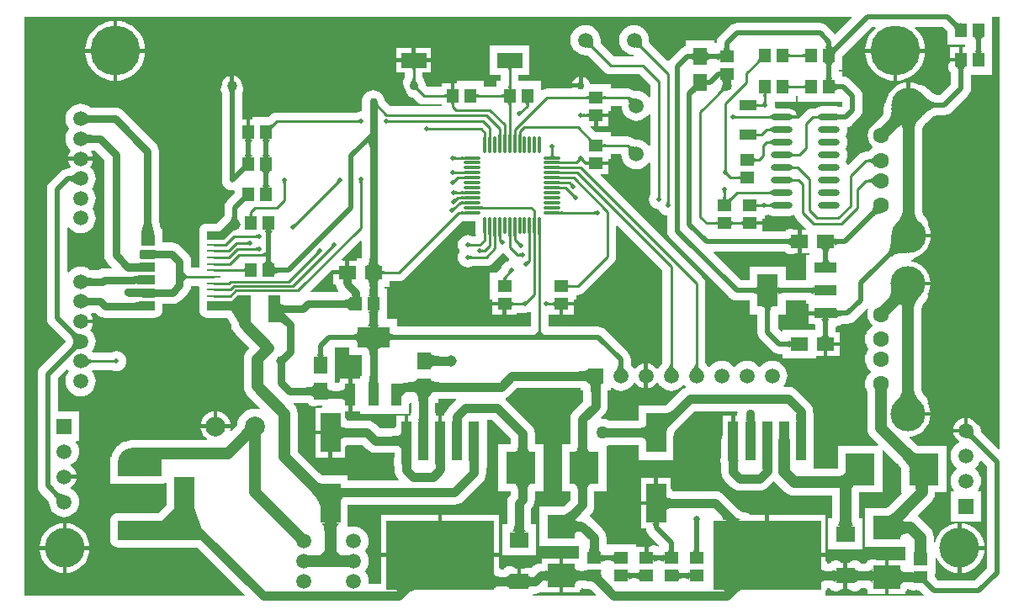
<source format=gtl>
G04 Layer_Physical_Order=1*
G04 Layer_Color=255*
%FSLAX25Y25*%
%MOIN*%
G70*
G01*
G75*
%ADD10R,0.08465X0.12795*%
%ADD11R,0.09016X0.04291*%
%ADD12R,0.42520X0.27520*%
%ADD13R,0.04213X0.15748*%
%ADD14O,0.08661X0.02362*%
%ADD15R,0.12795X0.08465*%
%ADD16R,0.04291X0.09016*%
%ADD17R,0.05512X0.00945*%
%ADD18O,0.05512X0.00945*%
%ADD19R,0.05787X0.04567*%
%ADD20R,0.04567X0.05787*%
%ADD21R,0.11811X0.12598*%
%ADD22R,0.09843X0.05906*%
%ADD23R,0.07087X0.04449*%
%ADD24R,0.07480X0.06299*%
%ADD25R,0.07087X0.05315*%
%ADD26R,0.11024X0.09449*%
%ADD27R,0.07874X0.15748*%
%ADD28R,0.05315X0.07087*%
%ADD29R,0.04567X0.10709*%
%ADD30O,0.07087X0.01181*%
%ADD31O,0.01181X0.07087*%
%ADD32C,0.03500*%
%ADD33C,0.03000*%
%ADD34C,0.04500*%
%ADD35C,0.01000*%
%ADD36C,0.02000*%
%ADD37C,0.05906*%
%ADD38C,0.13780*%
%ADD39C,0.06299*%
%ADD40R,0.15354X0.04724*%
%ADD41R,0.04724X0.13780*%
%ADD42C,0.07874*%
%ADD43R,0.05906X0.05906*%
%ADD44R,0.05906X0.05906*%
%ADD45C,0.03937*%
%ADD46C,0.15748*%
%ADD47C,0.02000*%
%ADD48C,0.19685*%
%ADD49C,0.03500*%
%ADD50C,0.04000*%
%ADD51C,0.03000*%
%ADD52C,0.05000*%
%ADD53C,0.04500*%
%ADD54C,0.02500*%
G36*
X6640Y1683D02*
X6566Y1606D01*
X6440Y1457D01*
X6389Y1387D01*
X6346Y1318D01*
X6311Y1252D01*
X6284Y1188D01*
X6265Y1127D01*
X6253Y1067D01*
X6250Y1010D01*
X5260Y2000D01*
X5317Y2003D01*
X5376Y2015D01*
X5438Y2034D01*
X5502Y2061D01*
X5568Y2096D01*
X5637Y2139D01*
X5707Y2190D01*
X5780Y2249D01*
X5933Y2390D01*
X6640Y1683D01*
D02*
G37*
G36*
X14260Y1659D02*
X14310Y1625D01*
X14367Y1595D01*
X14431Y1568D01*
X14502Y1546D01*
X14581Y1528D01*
X14667Y1514D01*
X14760Y1504D01*
X14968Y1496D01*
X14964Y496D01*
X14856Y494D01*
X14662Y478D01*
X14577Y464D01*
X14498Y446D01*
X14426Y424D01*
X14362Y399D01*
X14304Y369D01*
X14254Y335D01*
X14211Y297D01*
X14217Y1697D01*
X14260Y1659D01*
D02*
G37*
G36*
X-60503Y5196D02*
X-60426Y3947D01*
X-60405Y3898D01*
X-60382Y3882D01*
X-63626D01*
X-63603Y3898D01*
X-63582Y3947D01*
X-63564Y4028D01*
X-63548Y4141D01*
X-63524Y4466D01*
X-63504Y5504D01*
X-60504D01*
X-60503Y5196D01*
D02*
G37*
G36*
X-141500Y3500D02*
X-151250Y3750D01*
X-152500Y4000D01*
X-153500Y4750D01*
Y6250D01*
X-152750Y7000D01*
X-141500D01*
Y3500D01*
D02*
G37*
G36*
X4539Y297D02*
X4496Y335D01*
X4446Y369D01*
X4388Y399D01*
X4324Y424D01*
X4252Y446D01*
X4174Y464D01*
X4087Y478D01*
X3994Y488D01*
X3786Y496D01*
X3782Y1496D01*
X3889Y1498D01*
X4083Y1514D01*
X4169Y1528D01*
X4248Y1546D01*
X4319Y1568D01*
X4383Y1595D01*
X4440Y1625D01*
X4490Y1659D01*
X4533Y1697D01*
X4539Y297D01*
D02*
G37*
G36*
X-168769Y3833D02*
X-168625Y3737D01*
X-168459Y3652D01*
X-168272Y3578D01*
X-168062Y3516D01*
X-167830Y3465D01*
X-167577Y3425D01*
X-167301Y3397D01*
X-166685Y3374D01*
Y374D01*
X-167004Y368D01*
X-167577Y323D01*
X-167830Y283D01*
X-168062Y232D01*
X-168272Y170D01*
X-168459Y96D01*
X-168625Y11D01*
X-168769Y-85D01*
X-168891Y-193D01*
Y3941D01*
X-168769Y3833D01*
D02*
G37*
G36*
X-141500Y-1500D02*
X-149750D01*
X-150000Y-1250D01*
Y1500D01*
X-147250Y2000D01*
X-141500D01*
Y-1500D01*
D02*
G37*
G36*
X16630Y-4D02*
X16620Y91D01*
X16590Y176D01*
X16539Y251D01*
X16468Y316D01*
X16377Y371D01*
X16266Y416D01*
X16134Y451D01*
X15983Y476D01*
X15811Y491D01*
X15618Y496D01*
Y1496D01*
X15811Y1501D01*
X15983Y1516D01*
X16134Y1541D01*
X16266Y1576D01*
X16377Y1621D01*
X16468Y1676D01*
X16539Y1741D01*
X16590Y1816D01*
X16620Y1901D01*
X16630Y1996D01*
Y-4D01*
D02*
G37*
G36*
X-108Y1901D02*
X-78Y1816D01*
X-28Y1741D01*
X42Y1676D01*
X132Y1621D01*
X242Y1576D01*
X372Y1541D01*
X522Y1516D01*
X692Y1501D01*
X882Y1496D01*
Y496D01*
X692Y491D01*
X522Y476D01*
X372Y451D01*
X242Y416D01*
X132Y371D01*
X42Y316D01*
X-28Y251D01*
X-78Y176D01*
X-108Y91D01*
X-118Y-4D01*
Y1996D01*
X-108Y1901D01*
D02*
G37*
G36*
X-53488Y6312D02*
X-53373Y4962D01*
X-53303Y4632D01*
X-53218Y4362D01*
X-53118Y4152D01*
X-53002Y4002D01*
X-52871Y3912D01*
X-52725Y3882D01*
X-57267D01*
X-57121Y3912D01*
X-56990Y4002D01*
X-56874Y4152D01*
X-56774Y4362D01*
X-56689Y4632D01*
X-56620Y4962D01*
X-56565Y5352D01*
X-56504Y6312D01*
X-56496Y6882D01*
X-53496D01*
X-53488Y6312D01*
D02*
G37*
G36*
X-141500Y8750D02*
X-146750D01*
X-150000Y9000D01*
Y12000D01*
X-149750D01*
X-146750Y12250D01*
X-141500D01*
Y8750D01*
D02*
G37*
G36*
X-52281Y10836D02*
X-52536Y10746D01*
X-52761Y10595D01*
X-52956Y10385D01*
X-53121Y10114D01*
X-53256Y9782D01*
X-53361Y9391D01*
X-53436Y8939D01*
X-53481Y8427D01*
X-53496Y7854D01*
X-56496D01*
X-56511Y8427D01*
X-56556Y8939D01*
X-56631Y9391D01*
X-56736Y9782D01*
X-56871Y10114D01*
X-57036Y10385D01*
X-57231Y10595D01*
X-57456Y10746D01*
X-57711Y10836D01*
X-57996Y10866D01*
X-51996D01*
X-52281Y10836D01*
D02*
G37*
G36*
X-128750Y12250D02*
Y11250D01*
X-130250Y9750D01*
X-133000D01*
Y13750D01*
X-130250D01*
X-128750Y12250D01*
D02*
G37*
G36*
X-63378Y10846D02*
X-63470Y10785D01*
X-63551Y10682D01*
X-63621Y10538D01*
X-63680Y10354D01*
X-63729Y10128D01*
X-63766Y9861D01*
X-63793Y9554D01*
X-63815Y8815D01*
X-66815D01*
X-66820Y9205D01*
X-66901Y10128D01*
X-66950Y10354D01*
X-67009Y10538D01*
X-67079Y10682D01*
X-67160Y10785D01*
X-67252Y10846D01*
X-67355Y10866D01*
X-63275D01*
X-63378Y10846D01*
D02*
G37*
G36*
X-168769Y11707D02*
X-168625Y11611D01*
X-168459Y11526D01*
X-168272Y11452D01*
X-168062Y11390D01*
X-167830Y11339D01*
X-167577Y11299D01*
X-167301Y11271D01*
X-166685Y11248D01*
Y8248D01*
X-167004Y8242D01*
X-167577Y8197D01*
X-167830Y8157D01*
X-168062Y8106D01*
X-168272Y8044D01*
X-168459Y7970D01*
X-168625Y7885D01*
X-168769Y7789D01*
X-168891Y7681D01*
Y11815D01*
X-168769Y11707D01*
D02*
G37*
G36*
X105490Y8060D02*
X105550Y7890D01*
X105650Y7740D01*
X105790Y7610D01*
X105970Y7500D01*
X106190Y7410D01*
X106450Y7340D01*
X106750Y7290D01*
X107090Y7260D01*
X107470Y7250D01*
Y5250D01*
X107090Y5240D01*
X106750Y5210D01*
X106450Y5160D01*
X106190Y5090D01*
X105970Y5000D01*
X105790Y4890D01*
X105650Y4760D01*
X105550Y4610D01*
X105490Y4440D01*
X105470Y4250D01*
Y8250D01*
X105490Y8060D01*
D02*
G37*
G36*
X97042Y4250D02*
X97022Y4440D01*
X96961Y4610D01*
X96861Y4760D01*
X96720Y4890D01*
X96539Y5000D01*
X96317Y5090D01*
X96056Y5160D01*
X95754Y5210D01*
X95412Y5240D01*
X95030Y5250D01*
Y7250D01*
X95412Y7260D01*
X95754Y7290D01*
X96056Y7340D01*
X96317Y7410D01*
X96539Y7500D01*
X96720Y7610D01*
X96861Y7740D01*
X96961Y7890D01*
X97022Y8060D01*
X97042Y8250D01*
Y4250D01*
D02*
G37*
G36*
X22392Y8909D02*
X22422Y8824D01*
X22472Y8749D01*
X22542Y8684D01*
X22632Y8629D01*
X22742Y8584D01*
X22872Y8549D01*
X23022Y8524D01*
X23192Y8509D01*
X23382Y8504D01*
Y7504D01*
X23192Y7499D01*
X23022Y7484D01*
X22872Y7459D01*
X22742Y7424D01*
X22632Y7379D01*
X22542Y7324D01*
X22472Y7259D01*
X22422Y7184D01*
X22392Y7099D01*
X22382Y7004D01*
Y9004D01*
X22392Y8909D01*
D02*
G37*
G36*
X119601Y4250D02*
X119581Y4440D01*
X119520Y4610D01*
X119420Y4760D01*
X119279Y4890D01*
X119098Y5000D01*
X118877Y5090D01*
X118615Y5160D01*
X118313Y5210D01*
X117971Y5240D01*
X117589Y5250D01*
Y7250D01*
X117971Y7260D01*
X118313Y7290D01*
X118615Y7340D01*
X118877Y7410D01*
X119098Y7500D01*
X119279Y7610D01*
X119420Y7740D01*
X119520Y7890D01*
X119581Y8060D01*
X119601Y8250D01*
Y4250D01*
D02*
G37*
G36*
X155187Y4127D02*
X161650D01*
X161161Y3616D01*
X160723Y3091D01*
X160337Y2552D01*
X160003Y2000D01*
X159720Y1435D01*
X159488Y855D01*
X159308Y262D01*
X159180Y-344D01*
X159102Y-965D01*
X159077Y-1599D01*
X154577D01*
X154551Y-965D01*
X154474Y-344D01*
X154345Y262D01*
X154165Y855D01*
X154061Y1116D01*
X153867Y1020D01*
X153326Y701D01*
X152814Y348D01*
X152331Y-40D01*
X151878Y-461D01*
X148214Y2239D01*
X148651Y2715D01*
X149031Y3214D01*
X149354Y3735D01*
X149620Y4279D01*
X149829Y4844D01*
X149981Y5432D01*
X150075Y6042D01*
X150113Y6674D01*
X150093Y7328D01*
X150016Y8005D01*
X155187Y4127D01*
D02*
G37*
G36*
X-56060Y-13227D02*
X-56102Y-13215D01*
X-56202Y-13205D01*
X-56579Y-13187D01*
X-59118Y-13165D01*
Y-11165D01*
X-56060Y-11104D01*
Y-13227D01*
D02*
G37*
G36*
X-48606Y-10355D02*
X-48546Y-10525D01*
X-48445Y-10675D01*
X-48304Y-10805D01*
X-48123Y-10915D01*
X-47902Y-11005D01*
X-47640Y-11075D01*
X-47339Y-11125D01*
X-46997Y-11155D01*
X-46614Y-11165D01*
Y-13165D01*
X-46997Y-13175D01*
X-47339Y-13205D01*
X-47640Y-13255D01*
X-47902Y-13325D01*
X-48123Y-13415D01*
X-48304Y-13525D01*
X-48445Y-13655D01*
X-48546Y-13805D01*
X-48606Y-13975D01*
X-48626Y-14165D01*
Y-10165D01*
X-48606Y-10355D01*
D02*
G37*
G36*
X11250Y-9750D02*
X12750Y-11250D01*
X14250D01*
Y-12500D01*
X8750D01*
Y-11250D01*
X10500Y-9500D01*
Y-8750D01*
X11250D01*
Y-9750D01*
D02*
G37*
G36*
X-53898Y-11116D02*
X-53798Y-11126D01*
X-53421Y-11143D01*
X-50882Y-11165D01*
Y-13165D01*
X-53940Y-13227D01*
Y-11104D01*
X-53898Y-11116D01*
D02*
G37*
G36*
X-61374Y-14165D02*
X-61394Y-13975D01*
X-61454Y-13805D01*
X-61555Y-13655D01*
X-61696Y-13525D01*
X-61877Y-13415D01*
X-62098Y-13325D01*
X-62359Y-13255D01*
X-62661Y-13205D01*
X-63003Y-13175D01*
X-63386Y-13165D01*
Y-11165D01*
X-63003Y-11155D01*
X-62661Y-11125D01*
X-62359Y-11075D01*
X-62098Y-11005D01*
X-61877Y-10915D01*
X-61696Y-10805D01*
X-61555Y-10675D01*
X-61454Y-10525D01*
X-61394Y-10355D01*
X-61374Y-10165D01*
Y-14165D01*
D02*
G37*
G36*
X-52285Y-16416D02*
X-52540Y-16506D01*
X-52765Y-16656D01*
X-52960Y-16866D01*
X-53125Y-17136D01*
X-53260Y-17466D01*
X-53365Y-17856D01*
X-53440Y-18306D01*
X-53485Y-18816D01*
X-53500Y-19386D01*
X-56500D01*
X-56515Y-18816D01*
X-56560Y-18306D01*
X-56635Y-17856D01*
X-56740Y-17466D01*
X-56875Y-17136D01*
X-57040Y-16866D01*
X-57235Y-16656D01*
X-57460Y-16506D01*
X-57715Y-16416D01*
X-58000Y-16386D01*
X-52000D01*
X-52285Y-16416D01*
D02*
G37*
G36*
X-74892Y-18148D02*
X-74862Y-18490D01*
X-74812Y-18792D01*
X-74742Y-19054D01*
X-74652Y-19275D01*
X-74542Y-19456D01*
X-74412Y-19597D01*
X-74262Y-19697D01*
X-74092Y-19758D01*
X-73902Y-19778D01*
X-77902D01*
X-77712Y-19758D01*
X-77542Y-19697D01*
X-77392Y-19597D01*
X-77262Y-19456D01*
X-77152Y-19275D01*
X-77062Y-19054D01*
X-76992Y-18792D01*
X-76942Y-18490D01*
X-76912Y-18148D01*
X-76902Y-17766D01*
X-74902D01*
X-74892Y-18148D01*
D02*
G37*
G36*
X-173308Y-10137D02*
X-173095Y-10304D01*
X-172872Y-10452D01*
X-172640Y-10579D01*
X-172397Y-10686D01*
X-172143Y-10773D01*
X-171880Y-10840D01*
X-171607Y-10887D01*
X-171323Y-10914D01*
X-171029Y-10921D01*
X-171756Y-11647D01*
X-170999Y-12374D01*
X-172499Y-13874D01*
X-170999Y-15374D01*
X-171037Y-15395D01*
X-171115Y-15459D01*
X-171394Y-15713D01*
X-171772Y-16084D01*
X-171029Y-16827D01*
X-171323Y-16834D01*
X-171607Y-16861D01*
X-171880Y-16908D01*
X-172143Y-16975D01*
X-172397Y-17062D01*
X-172640Y-17169D01*
X-172872Y-17297D01*
X-173095Y-17444D01*
X-173308Y-17611D01*
X-173510Y-17798D01*
X-174924Y-16384D01*
X-174737Y-16182D01*
X-174570Y-15969D01*
X-174423Y-15746D01*
X-174295Y-15514D01*
X-174188Y-15271D01*
X-174101Y-15018D01*
X-174034Y-14754D01*
X-173987Y-14481D01*
X-173960Y-14197D01*
X-173953Y-13904D01*
X-173227Y-14629D01*
X-172501Y-13874D01*
X-172521Y-13837D01*
X-172585Y-13759D01*
X-172839Y-13480D01*
X-173211Y-13102D01*
X-173953Y-13845D01*
X-173960Y-13551D01*
X-173987Y-13267D01*
X-174034Y-12994D01*
X-174101Y-12731D01*
X-174188Y-12477D01*
X-174295Y-12234D01*
X-174423Y-12002D01*
X-174570Y-11779D01*
X-174737Y-11566D01*
X-174924Y-11364D01*
X-173510Y-9950D01*
X-173308Y-10137D01*
D02*
G37*
G36*
X110278Y-16902D02*
X110258Y-16712D01*
X110197Y-16542D01*
X110097Y-16392D01*
X109956Y-16262D01*
X109775Y-16152D01*
X109554Y-16062D01*
X109292Y-15992D01*
X108990Y-15942D01*
X108648Y-15912D01*
X108266Y-15902D01*
Y-13902D01*
X108648Y-13892D01*
X108990Y-13862D01*
X109292Y-13812D01*
X109554Y-13742D01*
X109775Y-13652D01*
X109956Y-13542D01*
X110097Y-13412D01*
X110197Y-13262D01*
X110258Y-13092D01*
X110278Y-12902D01*
Y-16902D01*
D02*
G37*
G36*
X125095Y-10638D02*
X125125Y-10980D01*
X125175Y-11282D01*
X125245Y-11544D01*
X125335Y-11765D01*
X125445Y-11946D01*
X125575Y-12087D01*
X125725Y-12188D01*
X125895Y-12248D01*
X126085Y-12268D01*
X122085D01*
X122275Y-12248D01*
X122445Y-12188D01*
X122595Y-12087D01*
X122725Y-11946D01*
X122835Y-11765D01*
X122925Y-11544D01*
X122995Y-11282D01*
X123045Y-10980D01*
X123075Y-10638D01*
X123085Y-10256D01*
X125085D01*
X125095Y-10638D01*
D02*
G37*
G36*
X128601Y-995D02*
X128661Y-1165D01*
X128761Y-1315D01*
X128901Y-1445D01*
X129080Y-1555D01*
X129300Y-1645D01*
X129560Y-1715D01*
X129860Y-1765D01*
X130201Y-1795D01*
X130580Y-1805D01*
Y-3805D01*
X130201Y-3815D01*
X129860Y-3845D01*
X129560Y-3895D01*
X129300Y-3965D01*
X129080Y-4055D01*
X128901Y-4165D01*
X128761Y-4295D01*
X128661Y-4445D01*
X128601Y-4615D01*
X128580Y-4805D01*
Y-805D01*
X128601Y-995D01*
D02*
G37*
G36*
X-52872Y-1912D02*
X-53004Y-2002D01*
X-53120Y-2152D01*
X-53221Y-2362D01*
X-53306Y-2632D01*
X-53376Y-2962D01*
X-53430Y-3352D01*
X-53492Y-4312D01*
X-53500Y-4882D01*
X-56500D01*
X-56508Y-4312D01*
X-56623Y-2962D01*
X-56692Y-2632D01*
X-56776Y-2362D01*
X-56876Y-2152D01*
X-56991Y-2002D01*
X-57122Y-1912D01*
X-57267Y-1882D01*
X-52725D01*
X-52872Y-1912D01*
D02*
G37*
G36*
X-64275Y-1882D02*
X-64305Y-1619D01*
X-64395Y-1384D01*
X-64545Y-1177D01*
X-64755Y-997D01*
X-65025Y-845D01*
X-65355Y-721D01*
X-65745Y-624D01*
X-66195Y-555D01*
X-66705Y-514D01*
X-67275Y-500D01*
Y2500D01*
X-66705Y2514D01*
X-66195Y2555D01*
X-65745Y2624D01*
X-65355Y2721D01*
X-65025Y2845D01*
X-64755Y2997D01*
X-64545Y3177D01*
X-64395Y3384D01*
X-64305Y3619D01*
X-64275Y3882D01*
Y-1882D01*
D02*
G37*
G36*
X103060Y-144D02*
X102890Y-204D01*
X102740Y-305D01*
X102610Y-446D01*
X102500Y-627D01*
X102410Y-848D01*
X102340Y-1110D01*
X102290Y-1411D01*
X102260Y-1753D01*
X102250Y-2136D01*
X100250D01*
X100240Y-1753D01*
X100210Y-1411D01*
X100160Y-1110D01*
X100090Y-848D01*
X100000Y-627D01*
X99890Y-446D01*
X99760Y-305D01*
X99610Y-204D01*
X99440Y-144D01*
X99250Y-124D01*
X103250D01*
X103060Y-144D01*
D02*
G37*
G36*
X-103500Y-6500D02*
X-108250D01*
X-111250Y-1500D01*
X-121000D01*
Y2000D01*
X-111250D01*
X-108750Y4500D01*
X-103500D01*
Y-6500D01*
D02*
G37*
G36*
X-53485Y-5517D02*
X-53440Y-6029D01*
X-53365Y-6481D01*
X-53260Y-6873D01*
X-53125Y-7204D01*
X-52960Y-7475D01*
X-52765Y-7686D01*
X-52540Y-7837D01*
X-52285Y-7927D01*
X-52000Y-7957D01*
X-58000D01*
X-57715Y-7927D01*
X-57460Y-7837D01*
X-57235Y-7686D01*
X-57040Y-7475D01*
X-56875Y-7204D01*
X-56740Y-6873D01*
X-56635Y-6481D01*
X-56560Y-6029D01*
X-56515Y-5517D01*
X-56500Y-4945D01*
X-53500D01*
X-53485Y-5517D01*
D02*
G37*
G36*
X116577Y1104D02*
X117577D01*
Y-2055D01*
X124085D01*
Y-3555D01*
X117577D01*
Y-6951D01*
X119856D01*
X119945Y-7066D01*
X120050Y-7147D01*
Y-9244D01*
X107254D01*
Y-9895D01*
X106792Y-10086D01*
X105285Y-8579D01*
Y-3148D01*
X108482D01*
Y2215D01*
X116577D01*
Y1104D01*
D02*
G37*
G36*
X125895Y-4947D02*
X125725Y-5007D01*
X125575Y-5108D01*
X125445Y-5249D01*
X125335Y-5430D01*
X125245Y-5651D01*
X125175Y-5913D01*
X125125Y-6214D01*
X125095Y-6556D01*
X125085Y-6939D01*
X123085D01*
X123075Y-6556D01*
X123045Y-6214D01*
X122995Y-5913D01*
X122925Y-5651D01*
X122835Y-5430D01*
X122725Y-5249D01*
X122595Y-5108D01*
X122445Y-5007D01*
X122275Y-4947D01*
X122085Y-4927D01*
X126085D01*
X125895Y-4947D01*
D02*
G37*
G36*
X-92010Y1662D02*
X-91919Y1407D01*
X-91769Y1182D01*
X-91558Y987D01*
X-91287Y822D01*
X-90955Y687D01*
X-90564Y582D01*
X-90112Y507D01*
X-89600Y462D01*
X-89028Y447D01*
Y-2553D01*
X-89600Y-2568D01*
X-90112Y-2613D01*
X-90500Y-2678D01*
X-90311Y-2899D01*
X-89906Y-3325D01*
Y-7567D01*
X-90139Y-7345D01*
X-90589Y-6970D01*
X-90808Y-6817D01*
X-91023Y-6688D01*
X-91233Y-6583D01*
X-91438Y-6501D01*
X-91639Y-6442D01*
X-91836Y-6407D01*
X-92028Y-6396D01*
X-92032Y-3977D01*
X-92040Y-4053D01*
Y1947D01*
X-92010Y1662D01*
D02*
G37*
G36*
X-2495Y11083D02*
X-2480Y10911D01*
X-2455Y10759D01*
X-2420Y10628D01*
X-2375Y10516D01*
X-2320Y10425D01*
X-2255Y10355D01*
X-2180Y10304D01*
X-2095Y10273D01*
X-2000Y10263D01*
X-4000D01*
X-3905Y10273D01*
X-3820Y10304D01*
X-3745Y10355D01*
X-3680Y10425D01*
X-3625Y10516D01*
X-3580Y10628D01*
X-3545Y10759D01*
X-3520Y10911D01*
X-3505Y11083D01*
X-3500Y11275D01*
X-2500D01*
X-2495Y11083D01*
D02*
G37*
G36*
X-4356Y26566D02*
X-4207Y26440D01*
X-4137Y26389D01*
X-4068Y26346D01*
X-4002Y26311D01*
X-3938Y26284D01*
X-3876Y26265D01*
X-3817Y26253D01*
X-3760Y26250D01*
X-4750Y25260D01*
X-4753Y25317D01*
X-4765Y25376D01*
X-4784Y25438D01*
X-4811Y25502D01*
X-4846Y25568D01*
X-4889Y25637D01*
X-4940Y25707D01*
X-4999Y25780D01*
X-5140Y25933D01*
X-4433Y26640D01*
X-4356Y26566D01*
D02*
G37*
G36*
X-104464Y24300D02*
X-104507Y24338D01*
X-104557Y24372D01*
X-104614Y24402D01*
X-104678Y24428D01*
X-104750Y24450D01*
X-104829Y24468D01*
X-104915Y24482D01*
X-105008Y24492D01*
X-105216Y24500D01*
Y25500D01*
X-105108Y25502D01*
X-104915Y25518D01*
X-104829Y25532D01*
X-104750Y25550D01*
X-104678Y25572D01*
X-104614Y25598D01*
X-104557Y25628D01*
X-104507Y25662D01*
X-104464Y25700D01*
Y24300D01*
D02*
G37*
G36*
X-108994Y35633D02*
X-108977Y35413D01*
X-108948Y35205D01*
X-108908Y35010D01*
X-108856Y34828D01*
X-108793Y34659D01*
X-108718Y34502D01*
X-108632Y34358D01*
X-108534Y34226D01*
X-108425Y34107D01*
X-108607D01*
X-108500Y34000D01*
Y33250D01*
X-108500Y32000D01*
X-110136Y30364D01*
X-110022Y30250D01*
X-110252Y30247D01*
X-114000Y26500D01*
X-121000D01*
Y27750D01*
Y29750D01*
X-115750D01*
X-111393Y34107D01*
X-111575D01*
X-111466Y34226D01*
X-111368Y34358D01*
X-111282Y34502D01*
X-111207Y34659D01*
X-111144Y34828D01*
X-111092Y35010D01*
X-111052Y35205D01*
X-111023Y35413D01*
X-111006Y35633D01*
X-111000Y35866D01*
X-109000D01*
X-108994Y35633D01*
D02*
G37*
G36*
X157001Y25750D02*
X156812Y25719D01*
X156577Y25627D01*
X156298Y25474D01*
X155975Y25260D01*
X155607Y24984D01*
X154738Y24248D01*
X154254Y23787D01*
X156931Y21111D01*
X155898Y21105D01*
X154056Y20993D01*
X153247Y20887D01*
X152513Y20747D01*
X151854Y20574D01*
X151269Y20368D01*
X150759Y20129D01*
X150324Y19856D01*
X149964Y19550D01*
X148550Y20964D01*
X148856Y21324D01*
X149129Y21759D01*
X149368Y22269D01*
X149574Y22854D01*
X149747Y23513D01*
X149887Y24247D01*
X149993Y25056D01*
X150105Y26898D01*
X150111Y27931D01*
X152772Y25269D01*
X154260Y26975D01*
X154474Y27298D01*
X154627Y27577D01*
X154719Y27812D01*
X154750Y28001D01*
X157001Y25750D01*
D02*
G37*
G36*
X2894Y25315D02*
X3043Y25190D01*
X3113Y25139D01*
X3182Y25096D01*
X3248Y25061D01*
X3312Y25034D01*
X3373Y25015D01*
X3433Y25003D01*
X3490Y25000D01*
X2500Y24010D01*
X2497Y24067D01*
X2485Y24126D01*
X2466Y24188D01*
X2439Y24252D01*
X2404Y24318D01*
X2361Y24387D01*
X2310Y24457D01*
X2251Y24530D01*
X2110Y24683D01*
X2817Y25390D01*
X2894Y25315D01*
D02*
G37*
G36*
X110369Y23652D02*
X110348Y23842D01*
X110288Y24012D01*
X110187Y24162D01*
X110047Y24292D01*
X109865Y24402D01*
X109644Y24492D01*
X109383Y24562D01*
X109081Y24612D01*
X108739Y24642D01*
X108356Y24652D01*
Y26652D01*
X108739Y26662D01*
X109081Y26692D01*
X109383Y26742D01*
X109644Y26812D01*
X109865Y26902D01*
X110047Y27012D01*
X110187Y27142D01*
X110288Y27292D01*
X110348Y27462D01*
X110369Y27652D01*
Y23652D01*
D02*
G37*
G36*
X-16743Y24912D02*
X-16693Y24878D01*
X-16636Y24848D01*
X-16571Y24822D01*
X-16500Y24800D01*
X-16421Y24782D01*
X-16335Y24768D01*
X-16242Y24758D01*
X-16034Y24750D01*
Y23750D01*
X-16142Y23748D01*
X-16335Y23732D01*
X-16421Y23718D01*
X-16500Y23700D01*
X-16571Y23678D01*
X-16636Y23652D01*
X-16693Y23622D01*
X-16743Y23588D01*
X-16786Y23550D01*
Y24950D01*
X-16743Y24912D01*
D02*
G37*
G36*
X-142000Y29500D02*
X-141500Y27500D01*
Y24000D01*
X-147000D01*
Y28000D01*
X-146750Y29250D01*
X-146000Y33000D01*
Y33500D01*
X-143000D01*
X-142000Y29500D01*
D02*
G37*
G36*
X127742Y27462D02*
X127803Y27292D01*
X127903Y27142D01*
X128044Y27012D01*
X128225Y26902D01*
X128446Y26812D01*
X128708Y26742D01*
X129010Y26692D01*
X129352Y26662D01*
X129734Y26652D01*
Y24652D01*
X129352Y24642D01*
X129010Y24612D01*
X128708Y24562D01*
X128446Y24492D01*
X128225Y24402D01*
X128044Y24292D01*
X127903Y24162D01*
X127803Y24012D01*
X127742Y23842D01*
X127722Y23652D01*
Y27652D01*
X127742Y27462D01*
D02*
G37*
G36*
X-100964Y27050D02*
X-101007Y27088D01*
X-101057Y27122D01*
X-101114Y27152D01*
X-101179Y27178D01*
X-101250Y27200D01*
X-101329Y27218D01*
X-101415Y27232D01*
X-101508Y27242D01*
X-101716Y27250D01*
Y28250D01*
X-101609Y28252D01*
X-101415Y28268D01*
X-101329Y28282D01*
X-101250Y28300D01*
X-101179Y28322D01*
X-101114Y28348D01*
X-101057Y28378D01*
X-101007Y28412D01*
X-100964Y28450D01*
Y27050D01*
D02*
G37*
G36*
X-448Y28854D02*
X-455Y28812D01*
X-462Y28752D01*
X-477Y28460D01*
X-484Y27809D01*
X-1484D01*
X-1529Y28877D01*
X-439D01*
X-448Y28854D01*
D02*
G37*
G36*
X-4385D02*
X-4392Y28812D01*
X-4399Y28752D01*
X-4414Y28460D01*
X-4421Y27809D01*
X-5421D01*
X-5466Y28877D01*
X-4376D01*
X-4385Y28854D01*
D02*
G37*
G36*
X7426D02*
X7419Y28812D01*
X7412Y28752D01*
X7397Y28460D01*
X7390Y27809D01*
X6390D01*
X6345Y28877D01*
X7435D01*
X7426Y28854D01*
D02*
G37*
G36*
X1521D02*
X1513Y28812D01*
X1506Y28752D01*
X1491Y28460D01*
X1484Y27809D01*
X484D01*
X439Y28877D01*
X1529D01*
X1521Y28854D01*
D02*
G37*
G36*
X-6353D02*
X-6361Y28812D01*
X-6368Y28752D01*
X-6383Y28460D01*
X-6390Y27809D01*
X-7390D01*
X-7435Y28877D01*
X-6345D01*
X-6353Y28854D01*
D02*
G37*
G36*
X-19634Y33641D02*
X-19540Y33636D01*
X-19451Y33625D01*
X-19417Y33617D01*
X-19396Y33617D01*
X-18898Y33552D01*
X-14448D01*
Y29102D01*
X-14392Y28673D01*
X-14375Y28280D01*
X-14835Y27780D01*
X-15570D01*
X-16456Y28147D01*
X-17500Y28284D01*
X-18544Y28147D01*
X-19517Y27744D01*
X-20353Y27103D01*
X-20994Y26267D01*
X-21397Y25294D01*
X-21534Y24250D01*
X-21397Y23206D01*
X-20994Y22233D01*
X-20719Y21875D01*
X-20994Y21517D01*
X-21397Y20544D01*
X-21534Y19500D01*
X-21397Y18456D01*
X-20994Y17483D01*
X-20353Y16647D01*
X-19517Y16006D01*
X-18544Y15603D01*
X-17500Y15465D01*
X-16456Y15603D01*
X-15570Y15970D01*
X-10250D01*
X-9336Y16090D01*
X-8485Y16443D01*
X-7754Y17004D01*
X-4394Y20364D01*
X-4013Y20860D01*
X-3746Y20924D01*
X-3430Y20912D01*
X-3383Y20891D01*
X-1115Y18623D01*
X-1276Y18149D01*
X-1294Y18147D01*
X-2267Y17744D01*
X-3103Y17103D01*
X-3744Y16267D01*
X-4111Y15382D01*
X-5496Y13996D01*
X-6040Y13287D01*
X-8894D01*
Y2720D01*
X-7894D01*
Y1746D01*
X-3000D01*
Y996D01*
X-2250D01*
Y-3287D01*
X1894D01*
Y-2534D01*
X3536D01*
X3767Y-2629D01*
X3856Y-2640D01*
X3941Y-2669D01*
X4247Y-2690D01*
X4550Y-2729D01*
X4640Y-2717D01*
X4730Y-2723D01*
X5030Y-2664D01*
X5333Y-2623D01*
X5416Y-2588D01*
X5505Y-2570D01*
X5701Y-2474D01*
X6160Y-2414D01*
X6797Y-2150D01*
X7297Y-2429D01*
Y-8131D01*
X-45602D01*
Y-4933D01*
X-49229D01*
X-49713Y-4894D01*
Y-2109D01*
X-49704Y-2066D01*
X-49711Y-1973D01*
X-49699Y-1882D01*
X-49713Y-1776D01*
Y3776D01*
X-49699Y3882D01*
X-49711Y3972D01*
X-49704Y4063D01*
X-49713Y4107D01*
Y6894D01*
X-50457D01*
Y7842D01*
X-48457D01*
Y9970D01*
X-45000D01*
X-44086Y10090D01*
X-43235Y10443D01*
X-42504Y11004D01*
X-19864Y33643D01*
X-19817D01*
X-19634Y33641D01*
D02*
G37*
G36*
X9401Y28863D02*
X9398Y28829D01*
X9391Y28368D01*
X9390Y27856D01*
X8390Y27762D01*
X8389Y27953D01*
X8341Y28795D01*
X8328Y28845D01*
X8313Y28877D01*
X9403D01*
X9401Y28863D01*
D02*
G37*
G36*
X-8322Y28854D02*
X-8330Y28812D01*
X-8336Y28752D01*
X-8351Y28460D01*
X-8358Y27809D01*
X-9358D01*
X-9403Y28877D01*
X-8313D01*
X-8322Y28854D01*
D02*
G37*
G36*
X-10290D02*
X-10298Y28812D01*
X-10305Y28752D01*
X-10320Y28460D01*
X-10327Y27809D01*
X-11327D01*
X-11372Y28877D01*
X-10282D01*
X-10290Y28854D01*
D02*
G37*
G36*
X-70510Y23250D02*
X-70567Y23247D01*
X-70626Y23235D01*
X-70688Y23216D01*
X-70752Y23189D01*
X-70818Y23154D01*
X-70887Y23111D01*
X-70957Y23060D01*
X-71030Y23001D01*
X-71183Y22860D01*
X-71890Y23567D01*
X-71816Y23644D01*
X-71690Y23793D01*
X-71639Y23863D01*
X-71596Y23932D01*
X-71561Y23998D01*
X-71534Y24062D01*
X-71515Y24124D01*
X-71503Y24183D01*
X-71500Y24240D01*
X-70510Y23250D01*
D02*
G37*
G36*
X-53485Y18575D02*
X-53440Y18066D01*
X-53365Y17616D01*
X-53260Y17225D01*
X-53125Y16895D01*
X-52960Y16625D01*
X-52765Y16416D01*
X-52540Y16265D01*
X-52285Y16175D01*
X-52000Y16146D01*
X-58000D01*
X-57715Y16175D01*
X-57460Y16265D01*
X-57235Y16416D01*
X-57040Y16625D01*
X-56875Y16895D01*
X-56740Y17225D01*
X-56635Y17616D01*
X-56560Y18066D01*
X-56515Y18575D01*
X-56500Y19146D01*
X-53500D01*
X-53485Y18575D01*
D02*
G37*
G36*
X-59539Y25815D02*
Y19158D01*
X-61543D01*
Y18158D01*
X-64565D01*
Y13500D01*
X-65315D01*
Y12750D01*
X-70858D01*
Y8843D01*
X-69854D01*
Y8815D01*
X-69699Y7640D01*
X-69246Y6545D01*
X-68857Y6039D01*
X-69103Y5539D01*
X-79815D01*
X-80007Y6001D01*
X-71320Y14687D01*
X-70858Y14496D01*
Y14250D01*
X-66065D01*
Y18158D01*
X-67197D01*
X-67388Y18619D01*
X-60001Y26007D01*
X-59539Y25815D01*
D02*
G37*
G36*
X-95486Y18752D02*
X-95456Y18412D01*
X-95406Y18112D01*
X-95336Y17852D01*
X-95246Y17632D01*
X-95136Y17452D01*
X-95006Y17312D01*
X-94856Y17212D01*
X-94686Y17152D01*
X-94496Y17132D01*
X-98496D01*
X-98306Y17152D01*
X-98136Y17212D01*
X-97986Y17312D01*
X-97856Y17452D01*
X-97746Y17632D01*
X-97656Y17852D01*
X-97586Y18112D01*
X-97536Y18412D01*
X-97506Y18752D01*
X-97496Y19132D01*
X-95496D01*
X-95486Y18752D01*
D02*
G37*
G36*
X6890Y17433D02*
X6815Y17356D01*
X6690Y17207D01*
X6639Y17137D01*
X6596Y17068D01*
X6561Y17002D01*
X6534Y16938D01*
X6515Y16876D01*
X6503Y16817D01*
X6500Y16760D01*
X5510Y17750D01*
X5567Y17753D01*
X5627Y17765D01*
X5688Y17784D01*
X5752Y17811D01*
X5818Y17846D01*
X5887Y17889D01*
X5957Y17940D01*
X6030Y17999D01*
X6183Y18140D01*
X6890Y17433D01*
D02*
G37*
G36*
X-141500Y13750D02*
X-147750D01*
X-150500Y14000D01*
X-152250D01*
X-153000Y14500D01*
X-153750Y15000D01*
X-153500Y16000D01*
X-152750Y17000D01*
X-148500D01*
X-147000Y17250D01*
X-141500D01*
Y13750D01*
D02*
G37*
G36*
X-53805Y14455D02*
X-53626Y14359D01*
X-53402Y14275D01*
X-53134Y14202D01*
X-52820Y14140D01*
X-52463Y14090D01*
X-51613Y14022D01*
X-51481Y14020D01*
Y14500D01*
X-51471Y14405D01*
X-51440Y14320D01*
X-51390Y14245D01*
X-51319Y14180D01*
X-51228Y14125D01*
X-51116Y14080D01*
X-50985Y14045D01*
X-50833Y14020D01*
X-50661Y14005D01*
X-50469Y14000D01*
Y13000D01*
X-50661Y12995D01*
X-50833Y12980D01*
X-50985Y12955D01*
X-51116Y12920D01*
X-51228Y12875D01*
X-51319Y12820D01*
X-51390Y12755D01*
X-51440Y12680D01*
X-51471Y12595D01*
X-51481Y12500D01*
Y12966D01*
X-52820Y12860D01*
X-53134Y12798D01*
X-53402Y12725D01*
X-53626Y12641D01*
X-53805Y12545D01*
X-53940Y12439D01*
Y14561D01*
X-53805Y14455D01*
D02*
G37*
G36*
X-94217Y16060D02*
X-94156Y15890D01*
X-94055Y15740D01*
X-93915Y15610D01*
X-93734Y15500D01*
X-93512Y15410D01*
X-93251Y15340D01*
X-92949Y15290D01*
X-92607Y15260D01*
X-92225Y15250D01*
Y13250D01*
X-92607Y13240D01*
X-92949Y13210D01*
X-93251Y13160D01*
X-93512Y13090D01*
X-93734Y13000D01*
X-93915Y12890D01*
X-94055Y12760D01*
X-94156Y12610D01*
X-94217Y12440D01*
X-94237Y12250D01*
Y16250D01*
X-94217Y16060D01*
D02*
G37*
G36*
X-105763Y13280D02*
X-105773Y13374D01*
X-105804Y13460D01*
X-105854Y13534D01*
X-105925Y13600D01*
X-106016Y13655D01*
X-106128Y13700D01*
X-106259Y13735D01*
X-106411Y13759D01*
X-106583Y13774D01*
X-106775Y13780D01*
Y14780D01*
X-106583Y14785D01*
X-106411Y14799D01*
X-106259Y14825D01*
X-106128Y14860D01*
X-106016Y14905D01*
X-105925Y14960D01*
X-105854Y15024D01*
X-105804Y15100D01*
X-105773Y15184D01*
X-105763Y15280D01*
Y13280D01*
D02*
G37*
G36*
X-260Y13250D02*
X-317Y13247D01*
X-377Y13235D01*
X-438Y13216D01*
X-502Y13189D01*
X-568Y13154D01*
X-637Y13111D01*
X-707Y13060D01*
X-780Y13001D01*
X-933Y12860D01*
X-1640Y13567D01*
X-1565Y13644D01*
X-1440Y13793D01*
X-1389Y13863D01*
X-1346Y13932D01*
X-1311Y13998D01*
X-1284Y14062D01*
X-1265Y14123D01*
X-1253Y14183D01*
X-1250Y14240D01*
X-260Y13250D01*
D02*
G37*
G36*
X125213Y19057D02*
X125243Y18714D01*
X125293Y18413D01*
X125363Y18151D01*
X125453Y17930D01*
X125563Y17749D01*
X125693Y17608D01*
X125843Y17507D01*
X126013Y17447D01*
X126203Y17427D01*
X122203D01*
X122393Y17447D01*
X122563Y17507D01*
X122713Y17608D01*
X122843Y17749D01*
X122953Y17930D01*
X123043Y18151D01*
X123113Y18413D01*
X123163Y18714D01*
X123193Y19057D01*
X123203Y19439D01*
X125203D01*
X125213Y19057D01*
D02*
G37*
G36*
X126013Y22998D02*
X125843Y22938D01*
X125693Y22837D01*
X125563Y22696D01*
X125453Y22515D01*
X125363Y22294D01*
X125293Y22032D01*
X125243Y21730D01*
X125213Y21388D01*
X125203Y21006D01*
X123203D01*
X123193Y21388D01*
X123163Y21730D01*
X123113Y22032D01*
X123043Y22294D01*
X122953Y22515D01*
X122843Y22696D01*
X122713Y22837D01*
X122563Y22938D01*
X122393Y22998D01*
X122203Y23018D01*
X126203D01*
X126013Y22998D01*
D02*
G37*
G36*
X101399Y36332D02*
X102416Y35911D01*
X103508Y35767D01*
X109807D01*
X110899Y35911D01*
X111624Y36211D01*
X111840Y36086D01*
X112193Y35235D01*
X112754Y34504D01*
X116487Y30771D01*
X116295Y30309D01*
X114638D01*
Y25652D01*
Y20994D01*
X117659D01*
Y20451D01*
X116577D01*
Y10284D01*
X108482D01*
Y15648D01*
X94018D01*
Y10284D01*
X90671D01*
X79801Y21155D01*
X79992Y21617D01*
X108148D01*
X108229Y21512D01*
X108344Y21423D01*
Y20994D01*
X108945D01*
X109003Y20970D01*
X109140Y20886D01*
X109367Y20819D01*
X109585Y20729D01*
X109744Y20708D01*
X109897Y20663D01*
X110134Y20657D01*
X110369Y20626D01*
X110527Y20647D01*
X110687Y20642D01*
X110917Y20698D01*
X111152Y20729D01*
X111300Y20790D01*
X111455Y20828D01*
X111663Y20941D01*
X111792Y20994D01*
X113138D01*
Y25652D01*
Y30309D01*
X111792D01*
X111663Y30363D01*
X111455Y30476D01*
X111300Y30513D01*
X111152Y30574D01*
X110917Y30605D01*
X110687Y30661D01*
X110527Y30657D01*
X110369Y30678D01*
X110134Y30647D01*
X109897Y30641D01*
X109744Y30595D01*
X109585Y30574D01*
X109367Y30484D01*
X109140Y30417D01*
X109003Y30333D01*
X108945Y30309D01*
X108344D01*
Y29880D01*
X108229Y29791D01*
X108148Y29686D01*
X99144D01*
Y32246D01*
X94250D01*
Y33746D01*
X99144D01*
Y34721D01*
X100144D01*
Y36022D01*
X100790Y36107D01*
X101376Y36350D01*
X101399Y36332D01*
D02*
G37*
G36*
X-100964Y22050D02*
X-101007Y22088D01*
X-101057Y22122D01*
X-101114Y22152D01*
X-101179Y22178D01*
X-101250Y22200D01*
X-101329Y22218D01*
X-101415Y22232D01*
X-101508Y22242D01*
X-101716Y22250D01*
Y23250D01*
X-101609Y23252D01*
X-101415Y23268D01*
X-101329Y23282D01*
X-101250Y23300D01*
X-101179Y23322D01*
X-101114Y23348D01*
X-101057Y23378D01*
X-101007Y23412D01*
X-100964Y23450D01*
Y22050D01*
D02*
G37*
G36*
X-11993Y22662D02*
X-11943Y22628D01*
X-11886Y22598D01*
X-11822Y22572D01*
X-11750Y22550D01*
X-11671Y22532D01*
X-11585Y22518D01*
X-11492Y22508D01*
X-11284Y22500D01*
Y21500D01*
X-11391Y21498D01*
X-11585Y21482D01*
X-11671Y21468D01*
X-11750Y21450D01*
X-11822Y21428D01*
X-11886Y21402D01*
X-11943Y21372D01*
X-11993Y21338D01*
X-12036Y21300D01*
Y22700D01*
X-11993Y22662D01*
D02*
G37*
G36*
X-76260Y21000D02*
X-76317Y20997D01*
X-76376Y20985D01*
X-76438Y20966D01*
X-76502Y20939D01*
X-76568Y20904D01*
X-76637Y20861D01*
X-76707Y20810D01*
X-76780Y20751D01*
X-76933Y20610D01*
X-77640Y21317D01*
X-77565Y21394D01*
X-77440Y21543D01*
X-77389Y21613D01*
X-77346Y21682D01*
X-77311Y21748D01*
X-77284Y21812D01*
X-77265Y21873D01*
X-77253Y21933D01*
X-77250Y21990D01*
X-76260Y21000D01*
D02*
G37*
G36*
X-16743Y20162D02*
X-16693Y20128D01*
X-16636Y20098D01*
X-16571Y20072D01*
X-16500Y20050D01*
X-16421Y20032D01*
X-16335Y20018D01*
X-16242Y20008D01*
X-16034Y20000D01*
Y19000D01*
X-16142Y18998D01*
X-16335Y18982D01*
X-16421Y18968D01*
X-16500Y18950D01*
X-16571Y18928D01*
X-16636Y18902D01*
X-16693Y18872D01*
X-16743Y18838D01*
X-16786Y18800D01*
Y20200D01*
X-16743Y20162D01*
D02*
G37*
G36*
X-140750Y22000D02*
Y19750D01*
X-141750Y18750D01*
X-146750D01*
X-147500Y19500D01*
Y22000D01*
X-147000Y22500D01*
X-141250D01*
X-140750Y22000D01*
D02*
G37*
G36*
X3536Y19800D02*
X3493Y19838D01*
X3443Y19872D01*
X3386Y19902D01*
X3322Y19928D01*
X3250Y19950D01*
X3171Y19968D01*
X3085Y19982D01*
X2992Y19992D01*
X2784Y20000D01*
Y21000D01*
X2892Y21002D01*
X3085Y21018D01*
X3171Y21032D01*
X3250Y21050D01*
X3322Y21072D01*
X3386Y21098D01*
X3443Y21128D01*
X3493Y21162D01*
X3536Y21200D01*
Y19800D01*
D02*
G37*
G36*
X-97000Y19500D02*
X-98000Y19750D01*
X-98750Y20000D01*
Y21000D01*
X-98000Y21250D01*
X-97000Y21500D01*
Y19500D01*
D02*
G37*
G36*
X-157466Y-22448D02*
X-157509Y-22410D01*
X-157559Y-22376D01*
X-157616Y-22346D01*
X-157680Y-22320D01*
X-157752Y-22298D01*
X-157831Y-22280D01*
X-157917Y-22266D01*
X-158010Y-22256D01*
X-158218Y-22248D01*
Y-21248D01*
X-158110Y-21246D01*
X-157917Y-21230D01*
X-157831Y-21216D01*
X-157752Y-21198D01*
X-157680Y-21176D01*
X-157616Y-21150D01*
X-157559Y-21120D01*
X-157509Y-21086D01*
X-157466Y-21048D01*
Y-22448D01*
D02*
G37*
G36*
X58719Y-85869D02*
X58568Y-85926D01*
X58435Y-86021D01*
X58320Y-86154D01*
X58222Y-86325D01*
X58142Y-86534D01*
X58080Y-86781D01*
X58035Y-87066D01*
X58009Y-87389D01*
X58000Y-87750D01*
X56000D01*
X55991Y-87389D01*
X55964Y-87066D01*
X55920Y-86781D01*
X55858Y-86534D01*
X55778Y-86325D01*
X55680Y-86154D01*
X55565Y-86021D01*
X55432Y-85926D01*
X55281Y-85869D01*
X55112Y-85850D01*
X58888D01*
X58719Y-85869D01*
D02*
G37*
G36*
X4518Y-86512D02*
X4570Y-87109D01*
X4657Y-87636D01*
X4780Y-88092D01*
X4938Y-88479D01*
X5130Y-88795D01*
X5358Y-89041D01*
X5620Y-89216D01*
X5917Y-89322D01*
X6250Y-89357D01*
X-750D01*
X-417Y-89322D01*
X-120Y-89216D01*
X143Y-89041D01*
X370Y-88795D01*
X563Y-88479D01*
X720Y-88092D01*
X843Y-87636D01*
X930Y-87109D01*
X982Y-86512D01*
X1000Y-85845D01*
X4500D01*
X4518Y-86512D01*
D02*
G37*
G36*
X87747Y-82748D02*
X88242Y-83168D01*
X88737Y-83539D01*
X89232Y-83861D01*
X89727Y-84133D01*
X90222Y-84356D01*
X90717Y-84529D01*
X91212Y-84653D01*
X91707Y-84727D01*
X92202Y-84752D01*
X82302D01*
X82748Y-84727D01*
X83094Y-84653D01*
X83342Y-84529D01*
X83490Y-84356D01*
X83540Y-84133D01*
X83490Y-83861D01*
X83342Y-83539D01*
X83094Y-83168D01*
X82748Y-82748D01*
X82302Y-82277D01*
X87252D01*
X87747Y-82748D01*
D02*
G37*
G36*
X134265Y-83450D02*
X134383Y-84890D01*
X134486Y-85475D01*
X134619Y-85970D01*
X134782Y-86375D01*
X134974Y-86690D01*
X135196Y-86915D01*
X135447Y-87050D01*
X135728Y-87095D01*
X128272D01*
X128553Y-87050D01*
X128804Y-86915D01*
X129026Y-86690D01*
X129218Y-86375D01*
X129381Y-85970D01*
X129514Y-85475D01*
X129617Y-84890D01*
X129691Y-84215D01*
X129750Y-82595D01*
X134250D01*
X134265Y-83450D01*
D02*
G37*
G36*
X-68393Y-85883D02*
X-68678Y-86018D01*
X-68929Y-86243D01*
X-69147Y-86558D01*
X-69331Y-86963D01*
X-69482Y-87458D01*
X-69599Y-88043D01*
X-69683Y-88718D01*
X-69733Y-89483D01*
X-69750Y-90338D01*
X-74250D01*
X-74267Y-89483D01*
X-74401Y-88043D01*
X-74518Y-87458D01*
X-74669Y-86963D01*
X-74853Y-86558D01*
X-75071Y-86243D01*
X-75322Y-86018D01*
X-75607Y-85883D01*
X-75925Y-85838D01*
X-68075D01*
X-68393Y-85883D01*
D02*
G37*
G36*
X74010Y-95857D02*
X74040Y-96199D01*
X74090Y-96501D01*
X74160Y-96762D01*
X74250Y-96984D01*
X74360Y-97165D01*
X74490Y-97306D01*
X74640Y-97406D01*
X74810Y-97466D01*
X75000Y-97487D01*
X71000D01*
X71190Y-97466D01*
X71360Y-97406D01*
X71510Y-97306D01*
X71640Y-97165D01*
X71750Y-96984D01*
X71840Y-96762D01*
X71910Y-96501D01*
X71960Y-96199D01*
X71990Y-95857D01*
X72000Y-95475D01*
X74000D01*
X74010Y-95857D01*
D02*
G37*
G36*
X64010D02*
X64040Y-96199D01*
X64090Y-96501D01*
X64160Y-96762D01*
X64250Y-96984D01*
X64360Y-97165D01*
X64490Y-97306D01*
X64640Y-97406D01*
X64810Y-97466D01*
X65000Y-97487D01*
X61000D01*
X61190Y-97466D01*
X61360Y-97406D01*
X61510Y-97306D01*
X61640Y-97165D01*
X61750Y-96984D01*
X61840Y-96762D01*
X61910Y-96501D01*
X61960Y-96199D01*
X61990Y-95857D01*
X62000Y-95475D01*
X64000D01*
X64010Y-95857D01*
D02*
G37*
G36*
X-126000Y-80000D02*
X-122750Y-88250D01*
X-123250Y-92500D01*
X-156250D01*
Y-85000D01*
X-138750D01*
X-133750Y-80000D01*
Y-67500D01*
X-126000D01*
Y-80000D01*
D02*
G37*
G36*
X34261Y-94640D02*
X34352Y-95760D01*
X34431Y-96215D01*
X34533Y-96600D01*
X34657Y-96915D01*
X34804Y-97160D01*
X34974Y-97335D01*
X35167Y-97440D01*
X35382Y-97475D01*
X29618D01*
X29833Y-97440D01*
X30026Y-97335D01*
X30196Y-97160D01*
X30343Y-96915D01*
X30467Y-96600D01*
X30569Y-96215D01*
X30648Y-95760D01*
X30705Y-95235D01*
X30750Y-93975D01*
X34250D01*
X34261Y-94640D01*
D02*
G37*
G36*
X157083Y-82183D02*
X156156Y-83143D01*
X154706Y-84846D01*
X154687Y-84873D01*
X154900Y-84988D01*
X155345Y-85148D01*
X155871Y-85273D01*
X156477Y-85362D01*
X157165Y-85415D01*
X157933Y-85433D01*
Y-89933D01*
X157165Y-89951D01*
X156477Y-90004D01*
X155871Y-90093D01*
X155345Y-90218D01*
X154900Y-90378D01*
X154536Y-90575D01*
X154253Y-90806D01*
X154051Y-91073D01*
X153930Y-91376D01*
X153889Y-91715D01*
Y-86102D01*
X153797Y-86262D01*
X153545Y-86862D01*
X153429Y-87391D01*
X153447Y-87848D01*
X153601Y-88234D01*
X153889Y-88547D01*
X146750Y-82983D01*
X147134Y-83201D01*
X147575Y-83299D01*
X148071Y-83278D01*
X148623Y-83138D01*
X149232Y-82878D01*
X149896Y-82499D01*
X150617Y-82001D01*
X151393Y-81383D01*
X152225Y-80646D01*
X153114Y-79789D01*
X157083Y-82183D01*
D02*
G37*
G36*
X30979Y-70310D02*
X30681Y-70416D01*
X30419Y-70591D01*
X30191Y-70837D01*
X29998Y-71153D01*
X29841Y-71539D01*
X29719Y-71996D01*
X29631Y-72523D01*
X29579Y-73120D01*
X29561Y-73787D01*
X26061D01*
X26043Y-73120D01*
X25991Y-72523D01*
X25903Y-71996D01*
X25781Y-71539D01*
X25624Y-71153D01*
X25431Y-70837D01*
X25203Y-70591D01*
X24941Y-70416D01*
X24644Y-70310D01*
X24311Y-70275D01*
X31311D01*
X30979Y-70310D01*
D02*
G37*
G36*
X7356D02*
X7059Y-70416D01*
X6797Y-70591D01*
X6569Y-70837D01*
X6376Y-71153D01*
X6219Y-71539D01*
X6097Y-71996D01*
X6009Y-72523D01*
X5957Y-73120D01*
X5939Y-73787D01*
X2439D01*
X2421Y-73120D01*
X2369Y-72523D01*
X2282Y-71996D01*
X2159Y-71539D01*
X2001Y-71153D01*
X1809Y-70837D01*
X1581Y-70591D01*
X1319Y-70416D01*
X1022Y-70310D01*
X689Y-70275D01*
X7689D01*
X7356Y-70310D01*
D02*
G37*
G36*
X132008Y-70787D02*
X131963Y-71018D01*
X131828Y-71224D01*
X131603Y-71406D01*
X131288Y-71563D01*
X130883Y-71697D01*
X130388Y-71806D01*
X129803Y-71891D01*
X129128Y-71952D01*
X127508Y-72000D01*
Y-67500D01*
X128365Y-67478D01*
X129131Y-67410D01*
X129807Y-67298D01*
X130393Y-67140D01*
X130890Y-66938D01*
X131296Y-66690D01*
X131612Y-66398D01*
X131838Y-66060D01*
X131974Y-65677D01*
X132020Y-65250D01*
X132008Y-70787D01*
D02*
G37*
G36*
X165157Y-70805D02*
X165032Y-70895D01*
X164922Y-71045D01*
X164826Y-71255D01*
X164745Y-71525D01*
X164679Y-71855D01*
X164627Y-72244D01*
X164568Y-73204D01*
X164561Y-73774D01*
X160061D01*
X160054Y-73204D01*
X159943Y-71855D01*
X159877Y-71525D01*
X159796Y-71255D01*
X159700Y-71045D01*
X159590Y-70895D01*
X159465Y-70805D01*
X159325Y-70775D01*
X165297D01*
X165157Y-70805D01*
D02*
G37*
G36*
X-179808Y-73763D02*
X-179595Y-73930D01*
X-179373Y-74077D01*
X-179140Y-74205D01*
X-178897Y-74312D01*
X-178644Y-74399D01*
X-178380Y-74466D01*
X-178107Y-74513D01*
X-177823Y-74540D01*
X-177530Y-74547D01*
X-180453Y-77470D01*
X-180460Y-77177D01*
X-180487Y-76893D01*
X-180534Y-76620D01*
X-180601Y-76357D01*
X-180688Y-76103D01*
X-180795Y-75860D01*
X-180922Y-75627D01*
X-181070Y-75405D01*
X-181237Y-75192D01*
X-181424Y-74990D01*
X-180010Y-73576D01*
X-179808Y-73763D01*
D02*
G37*
G36*
X27376Y-81683D02*
X26647Y-82437D01*
X25508Y-83773D01*
X25099Y-84354D01*
X24985Y-84552D01*
X25011Y-84613D01*
X25163Y-84805D01*
X25376Y-84972D01*
X25650Y-85113D01*
X25985Y-85228D01*
X26381Y-85318D01*
X26837Y-85382D01*
X27355Y-85420D01*
X27933Y-85433D01*
Y-88933D01*
X27355Y-88946D01*
X26381Y-89048D01*
X25985Y-89138D01*
X25650Y-89253D01*
X25376Y-89394D01*
X25163Y-89561D01*
X25011Y-89753D01*
X24920Y-89971D01*
X24889Y-90215D01*
Y-84718D01*
X24797Y-84878D01*
X24602Y-85344D01*
X24513Y-85753D01*
X24532Y-86104D01*
X24657Y-86397D01*
X24889Y-86633D01*
X19164Y-82483D01*
X19471Y-82644D01*
X19819Y-82714D01*
X20209Y-82694D01*
X20641Y-82582D01*
X21116Y-82379D01*
X21632Y-82084D01*
X22189Y-81699D01*
X22789Y-81222D01*
X23430Y-80655D01*
X24114Y-79996D01*
X27376Y-81683D01*
D02*
G37*
G36*
X58193Y-79317D02*
X58152Y-79461D01*
X58117Y-79670D01*
X58086Y-79943D01*
X58021Y-81150D01*
X58000Y-82936D01*
X56000D01*
X55998Y-82276D01*
X55807Y-79317D01*
X55762Y-79237D01*
X58238D01*
X58193Y-79317D01*
D02*
G37*
G36*
X-78638Y-68148D02*
X-77098Y-69508D01*
X-76797Y-69726D01*
X-76529Y-69896D01*
X-76294Y-70017D01*
X-76093Y-70090D01*
X-75925Y-70114D01*
X-75913Y-80415D01*
X-75946Y-79780D01*
X-76042Y-79145D01*
X-76202Y-78510D01*
X-76426Y-77874D01*
X-76713Y-77237D01*
X-77065Y-76601D01*
X-77480Y-75964D01*
X-77958Y-75327D01*
X-78501Y-74689D01*
X-79107Y-74051D01*
Y-67687D01*
X-78638Y-68148D01*
D02*
G37*
G36*
X60948Y-74832D02*
X61054Y-75130D01*
X61229Y-75393D01*
X61475Y-75620D01*
X61791Y-75813D01*
X62177Y-75970D01*
X62634Y-76092D01*
X63161Y-76180D01*
X63758Y-76232D01*
X64425Y-76250D01*
Y-79750D01*
X63758Y-79768D01*
X63161Y-79820D01*
X62634Y-79908D01*
X62177Y-80030D01*
X61791Y-80187D01*
X61475Y-80380D01*
X61229Y-80607D01*
X61054Y-80870D01*
X60948Y-81168D01*
X60913Y-81500D01*
Y-74500D01*
X60948Y-74832D01*
D02*
G37*
G36*
X164006Y-94330D02*
X164158Y-96850D01*
X164227Y-97255D01*
X164310Y-97570D01*
X164404Y-97795D01*
X164512Y-97930D01*
X164632Y-97975D01*
X158868D01*
X158988Y-97930D01*
X159096Y-97795D01*
X159190Y-97570D01*
X159273Y-97255D01*
X159342Y-96850D01*
X159399Y-96355D01*
X159475Y-95095D01*
X159500Y-93475D01*
X164000D01*
X164006Y-94330D01*
D02*
G37*
G36*
X122271Y-103583D02*
X122376Y-103880D01*
X122552Y-104142D01*
X122798Y-104370D01*
X123114Y-104562D01*
X123500Y-104720D01*
X123957Y-104842D01*
X124484Y-104930D01*
X125081Y-104982D01*
X125319Y-104989D01*
X125437Y-104986D01*
X126557Y-104877D01*
X127012Y-104781D01*
X127397Y-104657D01*
X127712Y-104507D01*
X127957Y-104329D01*
X128132Y-104123D01*
X128237Y-103890D01*
X128272Y-103630D01*
Y-109905D01*
X128237Y-109638D01*
X128132Y-109399D01*
X127957Y-109189D01*
X127712Y-109006D01*
X127397Y-108851D01*
X127012Y-108725D01*
X126557Y-108626D01*
X126032Y-108556D01*
X125437Y-108514D01*
X125312Y-108511D01*
X125081Y-108518D01*
X124484Y-108570D01*
X123957Y-108658D01*
X123500Y-108780D01*
X123114Y-108938D01*
X122798Y-109130D01*
X122552Y-109358D01*
X122376Y-109620D01*
X122271Y-109917D01*
X122236Y-110250D01*
Y-103250D01*
X122271Y-103583D01*
D02*
G37*
G36*
X163524Y-107341D02*
X163598Y-107472D01*
X163720Y-107645D01*
X163847Y-107805D01*
X164620Y-107307D01*
X164480Y-107434D01*
X164404Y-107596D01*
X164390Y-107792D01*
X164438Y-108023D01*
X164550Y-108289D01*
X164724Y-108589D01*
X164960Y-108924D01*
X165260Y-109293D01*
X166046Y-110136D01*
X165719Y-110265D01*
X164533Y-111451D01*
X164065Y-110986D01*
X162865Y-109932D01*
X162621Y-109763D01*
X162327Y-109595D01*
X162055Y-109478D01*
X161806Y-109411D01*
X161579Y-109395D01*
X161375Y-109429D01*
X161193Y-109513D01*
X161883Y-109069D01*
X161837Y-109028D01*
X161749Y-109004D01*
X163500Y-107253D01*
X163524Y-107341D01*
D02*
G37*
G36*
X13902Y-109323D02*
X13876Y-109159D01*
X13797Y-109013D01*
X13667Y-108883D01*
X13484Y-108771D01*
X13249Y-108676D01*
X12961Y-108599D01*
X12622Y-108538D01*
X12230Y-108495D01*
X11289Y-108461D01*
Y-104961D01*
X11786Y-104952D01*
X12622Y-104883D01*
X12961Y-104823D01*
X13249Y-104745D01*
X13484Y-104650D01*
X13667Y-104538D01*
X13797Y-104409D01*
X13876Y-104262D01*
X13902Y-104098D01*
Y-109323D01*
D02*
G37*
G36*
X153925Y-104043D02*
X154030Y-104341D01*
X154205Y-104603D01*
X154451Y-104831D01*
X154767Y-105023D01*
X155154Y-105181D01*
X155610Y-105303D01*
X156137Y-105391D01*
X156494Y-105422D01*
X158308Y-105289D01*
X158553Y-105226D01*
X158728Y-105155D01*
X158833Y-105073D01*
X158868Y-104982D01*
Y-109525D01*
X158833Y-109418D01*
X158728Y-109322D01*
X158553Y-109237D01*
X158308Y-109164D01*
X157993Y-109102D01*
X157608Y-109051D01*
X156655Y-108985D01*
X156137Y-109031D01*
X155610Y-109118D01*
X155154Y-109241D01*
X154767Y-109398D01*
X154451Y-109591D01*
X154205Y-109818D01*
X154030Y-110081D01*
X153925Y-110378D01*
X153889Y-110711D01*
Y-103711D01*
X153925Y-104043D01*
D02*
G37*
G36*
X35146Y-104930D02*
X35026Y-105229D01*
X35012Y-105585D01*
X35103Y-105996D01*
X35300Y-106463D01*
X35601Y-106986D01*
X36007Y-107565D01*
X36518Y-108199D01*
X37857Y-109636D01*
X34771Y-111500D01*
X34080Y-110834D01*
X32828Y-109779D01*
X32268Y-109391D01*
X31751Y-109096D01*
X31278Y-108893D01*
X30848Y-108784D01*
X30463Y-108767D01*
X30120Y-108844D01*
X29822Y-109013D01*
X35370Y-104686D01*
X35146Y-104930D01*
D02*
G37*
G36*
X91348Y-112261D02*
X90931Y-112335D01*
X90504Y-112460D01*
X90067Y-112634D01*
X89622Y-112858D01*
X89166Y-113131D01*
X88702Y-113454D01*
X88228Y-113827D01*
X87252Y-114723D01*
X83763Y-113263D01*
X83937Y-113067D01*
X84051Y-112893D01*
X84102Y-112739D01*
X84093Y-112606D01*
X84022Y-112493D01*
X83890Y-112400D01*
X83697Y-112328D01*
X83442Y-112277D01*
X83126Y-112246D01*
X82748Y-112236D01*
X91756D01*
X91348Y-112261D01*
D02*
G37*
G36*
X-37791D02*
X-38284Y-112335D01*
X-38778Y-112460D01*
X-39272Y-112634D01*
X-39767Y-112858D01*
X-40262Y-113131D01*
X-40758Y-113454D01*
X-41254Y-113827D01*
X-41751Y-114250D01*
X-42248Y-114723D01*
X-45987Y-113513D01*
X-45770Y-113270D01*
X-45627Y-113053D01*
X-45560Y-112861D01*
X-45568Y-112696D01*
X-45652Y-112555D01*
X-45810Y-112440D01*
X-46044Y-112351D01*
X-46353Y-112287D01*
X-46738Y-112249D01*
X-47198Y-112236D01*
X-37298D01*
X-37791Y-112261D01*
D02*
G37*
G36*
X6491Y-106657D02*
X6567Y-106785D01*
X6693Y-106898D01*
X6869Y-106996D01*
X7095Y-107079D01*
X7372Y-107147D01*
X7699Y-107200D01*
X8077Y-107238D01*
X8982Y-107268D01*
Y-110768D01*
X8504Y-110775D01*
X7699Y-110836D01*
X7372Y-110888D01*
X7095Y-110956D01*
X6869Y-111039D01*
X6693Y-111137D01*
X6567Y-111250D01*
X6491Y-111379D01*
X6466Y-111522D01*
Y-106514D01*
X6491Y-106657D01*
D02*
G37*
G36*
X-7228Y-105850D02*
X-7123Y-106148D01*
X-6947Y-106410D01*
X-6701Y-106638D01*
X-6385Y-106830D01*
X-5998Y-106988D01*
X-5542Y-107110D01*
X-5015Y-107198D01*
X-4419Y-107250D01*
X-4074Y-107259D01*
X-3813Y-107254D01*
X-2693Y-107143D01*
X-2238Y-107046D01*
X-1853Y-106921D01*
X-1538Y-106768D01*
X-1293Y-106588D01*
X-1118Y-106380D01*
X-1013Y-106144D01*
X-978Y-105880D01*
Y-112155D01*
X-1013Y-111892D01*
X-1118Y-111656D01*
X-1293Y-111448D01*
X-1538Y-111267D01*
X-1853Y-111115D01*
X-2238Y-110990D01*
X-2693Y-110893D01*
X-3218Y-110823D01*
X-3813Y-110782D01*
X-4104Y-110775D01*
X-4417Y-110783D01*
X-5537Y-110901D01*
X-5992Y-111004D01*
X-6377Y-111138D01*
X-6692Y-111301D01*
X-6937Y-111493D01*
X-7112Y-111715D01*
X-7217Y-111967D01*
X-7252Y-112248D01*
X-7264Y-105518D01*
X-7228Y-105850D01*
D02*
G37*
G36*
X24925Y-103543D02*
X25030Y-103841D01*
X25205Y-104103D01*
X25451Y-104331D01*
X25767Y-104523D01*
X26154Y-104681D01*
X26610Y-104803D01*
X27137Y-104891D01*
X27380Y-104912D01*
X29058Y-104788D01*
X29303Y-104726D01*
X29478Y-104655D01*
X29583Y-104573D01*
X29618Y-104482D01*
Y-109025D01*
X29583Y-108918D01*
X29478Y-108822D01*
X29303Y-108737D01*
X29058Y-108664D01*
X28743Y-108602D01*
X28358Y-108551D01*
X27545Y-108495D01*
X27137Y-108531D01*
X26610Y-108618D01*
X26154Y-108741D01*
X25767Y-108898D01*
X25451Y-109091D01*
X25205Y-109318D01*
X25030Y-109581D01*
X24925Y-109878D01*
X24889Y-110211D01*
Y-103211D01*
X24925Y-103543D01*
D02*
G37*
G36*
X60130Y-101746D02*
X60110Y-101556D01*
X60050Y-101386D01*
X59949Y-101236D01*
X59808Y-101106D01*
X59627Y-100996D01*
X59406Y-100906D01*
X59144Y-100836D01*
X58843Y-100786D01*
X58501Y-100756D01*
X58125Y-100746D01*
X57752Y-100756D01*
X57412Y-100786D01*
X57112Y-100836D01*
X56852Y-100906D01*
X56632Y-100996D01*
X56452Y-101106D01*
X56312Y-101236D01*
X56212Y-101386D01*
X56152Y-101556D01*
X56132Y-101746D01*
Y-97746D01*
X56152Y-97936D01*
X56212Y-98106D01*
X56312Y-98256D01*
X56452Y-98386D01*
X56632Y-98496D01*
X56852Y-98586D01*
X57112Y-98656D01*
X57412Y-98706D01*
X57752Y-98736D01*
X58125Y-98746D01*
X58501Y-98736D01*
X58843Y-98706D01*
X59144Y-98656D01*
X59406Y-98586D01*
X59627Y-98496D01*
X59808Y-98386D01*
X59949Y-98256D01*
X60050Y-98106D01*
X60110Y-97936D01*
X60130Y-97746D01*
Y-101746D01*
D02*
G37*
G36*
X40380D02*
X40360Y-101556D01*
X40300Y-101386D01*
X40199Y-101236D01*
X40058Y-101106D01*
X39877Y-100996D01*
X39656Y-100906D01*
X39394Y-100836D01*
X39093Y-100786D01*
X38751Y-100756D01*
X38368Y-100746D01*
Y-98746D01*
X38751Y-98736D01*
X39093Y-98706D01*
X39394Y-98656D01*
X39656Y-98586D01*
X39877Y-98496D01*
X40058Y-98386D01*
X40199Y-98256D01*
X40300Y-98106D01*
X40360Y-97936D01*
X40380Y-97746D01*
Y-101746D01*
D02*
G37*
G36*
X27047Y-33453D02*
X28209D01*
Y-37516D01*
X24423Y-41301D01*
X23662Y-42294D01*
X23183Y-43449D01*
X23020Y-44689D01*
Y-54701D01*
X19693D01*
Y-73299D01*
X23020D01*
Y-76789D01*
X21402Y-78407D01*
X21377Y-78431D01*
X20844Y-78903D01*
X20386Y-79267D01*
X20108Y-79459D01*
X10890D01*
Y-94907D01*
X26606D01*
Y-97369D01*
X26592Y-97475D01*
X26606Y-97580D01*
Y-99986D01*
X20152D01*
Y-106711D01*
Y-113435D01*
X26913D01*
Y-112439D01*
X27029Y-112350D01*
X27173Y-112162D01*
X27336Y-111990D01*
X27413Y-111850D01*
X27510Y-111724D01*
X27528Y-111679D01*
X28052Y-111605D01*
X28105Y-111646D01*
X28181Y-111677D01*
X28248Y-111723D01*
X28544Y-111828D01*
X28835Y-111948D01*
X28916Y-111959D01*
X28993Y-111986D01*
X29306Y-112010D01*
X29618Y-112051D01*
X29699Y-112041D01*
X29780Y-112047D01*
X29867Y-112031D01*
X30019Y-112012D01*
X30240Y-112010D01*
X30409Y-111963D01*
X30583Y-111942D01*
X30613Y-111930D01*
X30653Y-111953D01*
X30988Y-112185D01*
X32052Y-113082D01*
X33228Y-114258D01*
X33037Y-114720D01*
X8451D01*
X8200Y-114220D01*
X8240Y-114167D01*
X8490D01*
Y-113811D01*
X8517Y-113809D01*
X8982D01*
X10222Y-113646D01*
X11378Y-113167D01*
X11441Y-113118D01*
X11890Y-113339D01*
Y-113435D01*
X18652D01*
Y-106711D01*
Y-99986D01*
X11890D01*
Y-101861D01*
X11822Y-101913D01*
X11739Y-101920D01*
X11289D01*
X10049Y-102083D01*
X8894Y-102561D01*
X7902Y-103323D01*
X7536Y-103688D01*
X7503Y-103671D01*
X7373Y-103642D01*
X7249Y-103591D01*
X6989Y-103557D01*
X6732Y-103499D01*
X6599Y-103505D01*
X6466Y-103488D01*
X6205Y-103522D01*
X5943Y-103533D01*
X5815Y-103573D01*
X5683Y-103591D01*
X5440Y-103691D01*
X5189Y-103770D01*
X5077Y-103842D01*
X5014Y-103868D01*
X3500D01*
Y-109018D01*
X2000D01*
Y-103868D01*
X1259D01*
X1161Y-103741D01*
X1005Y-103621D01*
X867Y-103481D01*
X693Y-103381D01*
X535Y-103260D01*
X353Y-103184D01*
X183Y-103086D01*
X-10Y-103034D01*
X-195Y-102957D01*
X-390Y-102932D01*
X-580Y-102881D01*
X-780Y-102880D01*
X-978Y-102854D01*
X-1173Y-102880D01*
X-1370Y-102880D01*
X-1563Y-102931D01*
X-1761Y-102957D01*
X-1943Y-103033D01*
X-2133Y-103083D01*
X-2306Y-103183D01*
X-2491Y-103260D01*
X-2647Y-103379D01*
X-2818Y-103478D01*
X-2959Y-103619D01*
X-3118Y-103741D01*
X-3238Y-103897D01*
X-3377Y-104035D01*
X-3459Y-104178D01*
X-3950Y-104227D01*
X-4259D01*
X-4563Y-104200D01*
X-4646Y-104000D01*
X-4744Y-103874D01*
X-4820Y-103734D01*
X-4984Y-103562D01*
X-5128Y-103374D01*
X-5240Y-103289D01*
Y-99250D01*
X-28500D01*
X-51760D01*
Y-109959D01*
X-56568D01*
X-56904Y-109589D01*
X-56833Y-108874D01*
X-56948Y-107707D01*
X-57289Y-106585D01*
X-57841Y-105551D01*
X-58345Y-104937D01*
X-57841Y-104323D01*
X-57289Y-103289D01*
X-56948Y-102167D01*
X-56833Y-101000D01*
X-56948Y-99833D01*
X-57289Y-98711D01*
X-57841Y-97677D01*
X-58345Y-97063D01*
X-57841Y-96449D01*
X-57289Y-95415D01*
X-56948Y-94293D01*
X-56833Y-93126D01*
X-56948Y-91959D01*
X-57289Y-90837D01*
X-57841Y-89803D01*
X-58585Y-88896D01*
X-59492Y-88152D01*
X-60526Y-87600D01*
X-61648Y-87259D01*
X-62815Y-87144D01*
X-63982Y-87259D01*
X-64661Y-87466D01*
X-65063Y-87168D01*
Y-85944D01*
X-65049Y-85838D01*
X-65063Y-85733D01*
Y-78541D01*
X-22750D01*
X-21510Y-78378D01*
X-20355Y-77899D01*
X-19362Y-77138D01*
X-11726Y-69502D01*
X-10965Y-68510D01*
X-10486Y-67354D01*
X-10323Y-66114D01*
Y-64098D01*
X-10008D01*
Y-61259D01*
X-9996Y-61184D01*
X-10000Y-61135D01*
X-9994Y-61086D01*
X-10008Y-60981D01*
Y-45041D01*
X-7984D01*
X-602Y-52424D01*
Y-54701D01*
X-5504D01*
Y-73299D01*
X-602D01*
Y-74576D01*
X-638Y-74612D01*
X-1399Y-75604D01*
X-1878Y-76760D01*
X-2041Y-78000D01*
Y-86333D01*
X-3990D01*
Y-98632D01*
X9490D01*
Y-86333D01*
X7541D01*
Y-79984D01*
X7577Y-79949D01*
X8338Y-78957D01*
X8817Y-77801D01*
X8980Y-76561D01*
Y-73299D01*
X12307D01*
Y-54701D01*
X8980D01*
Y-50439D01*
X8817Y-49199D01*
X8338Y-48044D01*
X7577Y-47051D01*
X-2612Y-36862D01*
X-2692Y-36801D01*
X-2617Y-36228D01*
X-1979Y-35964D01*
X-986Y-35203D01*
X1925Y-32291D01*
X27047D01*
Y-33453D01*
D02*
G37*
G36*
X35390Y-97936D02*
X35450Y-98106D01*
X35551Y-98256D01*
X35692Y-98386D01*
X35873Y-98496D01*
X36094Y-98586D01*
X36356Y-98656D01*
X36657Y-98706D01*
X36999Y-98736D01*
X37336Y-98745D01*
X37436Y-98746D01*
Y-100746D01*
X37373Y-100746D01*
X36999Y-100756D01*
X36657Y-100786D01*
X36356Y-100836D01*
X36094Y-100906D01*
X35873Y-100996D01*
X35692Y-101106D01*
X35551Y-101236D01*
X35450Y-101386D01*
X35390Y-101556D01*
X35370Y-101746D01*
Y-100839D01*
X33817Y-100939D01*
X33737Y-100984D01*
Y-98508D01*
X33817Y-98553D01*
X33961Y-98594D01*
X34170Y-98629D01*
X34443Y-98660D01*
X35370Y-98710D01*
Y-97746D01*
X35390Y-97936D01*
D02*
G37*
G36*
X-67250Y-99250D02*
X-61000D01*
Y-102750D01*
X-84750D01*
Y-99250D01*
X-76750D01*
X-73750Y-96250D01*
X-70250D01*
X-67250Y-99250D01*
D02*
G37*
G36*
X50380Y-108754D02*
X50360Y-108564D01*
X50300Y-108394D01*
X50199Y-108244D01*
X50058Y-108114D01*
X49877Y-108004D01*
X49656Y-107914D01*
X49394Y-107844D01*
X49093Y-107794D01*
X48751Y-107764D01*
X48368Y-107754D01*
Y-105754D01*
X48751Y-105744D01*
X49093Y-105714D01*
X49394Y-105664D01*
X49656Y-105594D01*
X49877Y-105504D01*
X50058Y-105394D01*
X50199Y-105264D01*
X50300Y-105114D01*
X50360Y-104944D01*
X50380Y-104754D01*
Y-108754D01*
D02*
G37*
G36*
X46152Y-104944D02*
X46212Y-105114D01*
X46312Y-105264D01*
X46452Y-105394D01*
X46632Y-105504D01*
X46852Y-105594D01*
X47112Y-105664D01*
X47412Y-105714D01*
X47752Y-105744D01*
X48132Y-105754D01*
Y-107754D01*
X47752Y-107764D01*
X47412Y-107794D01*
X47112Y-107844D01*
X46852Y-107914D01*
X46632Y-108004D01*
X46452Y-108114D01*
X46312Y-108244D01*
X46212Y-108394D01*
X46152Y-108564D01*
X46132Y-108754D01*
Y-104754D01*
X46152Y-104944D01*
D02*
G37*
G36*
X70130Y-108754D02*
X70110Y-108564D01*
X70050Y-108394D01*
X69949Y-108244D01*
X69808Y-108114D01*
X69627Y-108004D01*
X69406Y-107914D01*
X69144Y-107844D01*
X68843Y-107794D01*
X68501Y-107764D01*
X68118Y-107754D01*
Y-105754D01*
X68501Y-105744D01*
X68843Y-105714D01*
X69144Y-105664D01*
X69406Y-105594D01*
X69627Y-105504D01*
X69808Y-105394D01*
X69949Y-105264D01*
X70050Y-105114D01*
X70110Y-104944D01*
X70130Y-104754D01*
Y-108754D01*
D02*
G37*
G36*
X65902Y-104944D02*
X65962Y-105114D01*
X66062Y-105264D01*
X66202Y-105394D01*
X66382Y-105504D01*
X66602Y-105594D01*
X66862Y-105664D01*
X67162Y-105714D01*
X67502Y-105744D01*
X67882Y-105754D01*
Y-107754D01*
X67502Y-107764D01*
X67162Y-107794D01*
X66862Y-107844D01*
X66602Y-107914D01*
X66382Y-108004D01*
X66202Y-108114D01*
X66062Y-108244D01*
X65962Y-108394D01*
X65902Y-108564D01*
X65882Y-108754D01*
Y-104754D01*
X65902Y-104944D01*
D02*
G37*
G36*
X-81071Y-38251D02*
X-80995Y-38391D01*
X-80831Y-38563D01*
X-80687Y-38752D01*
X-80560Y-38849D01*
X-80559Y-38850D01*
Y-39156D01*
X-80161D01*
X-80060Y-39233D01*
X-79913Y-39294D01*
X-79777Y-39377D01*
X-79550Y-39444D01*
X-79330Y-39535D01*
X-79172Y-39556D01*
X-79020Y-39601D01*
X-78782Y-39607D01*
X-78547Y-39638D01*
X-78389Y-39617D01*
X-78230Y-39621D01*
X-77999Y-39566D01*
X-77764Y-39535D01*
X-77617Y-39474D01*
X-77462Y-39437D01*
X-77254Y-39324D01*
X-77034Y-39233D01*
X-76933Y-39156D01*
X-76241D01*
X-75688Y-39384D01*
X-75339Y-39430D01*
X-75171Y-39650D01*
X-75417Y-40150D01*
X-77937D01*
Y-49274D01*
X-72000D01*
Y-50024D01*
X-71250D01*
Y-59898D01*
X-66063D01*
Y-55752D01*
X-65947Y-55663D01*
X-65803Y-55475D01*
X-65640Y-55303D01*
X-65564Y-55163D01*
X-65466Y-55037D01*
X-65386Y-54841D01*
X-65082Y-54815D01*
X-59461D01*
X-57663Y-56612D01*
X-56671Y-57373D01*
X-55516Y-57852D01*
X-54276Y-58015D01*
X-46973D01*
X-46677Y-58041D01*
Y-59735D01*
X-46770Y-59983D01*
X-46903Y-60303D01*
X-46909Y-60352D01*
X-46927Y-60398D01*
X-46961Y-60743D01*
X-47006Y-61086D01*
X-47000Y-61135D01*
X-47004Y-61184D01*
X-46948Y-61526D01*
X-46903Y-61870D01*
X-46884Y-61915D01*
X-46876Y-61964D01*
X-46787Y-62160D01*
X-46677Y-63843D01*
Y-64864D01*
X-46514Y-66104D01*
X-46035Y-67260D01*
X-45274Y-68252D01*
X-45028Y-68497D01*
X-45220Y-68959D01*
X-65063D01*
Y-67102D01*
X-75251D01*
X-76396Y-66091D01*
X-84955Y-57533D01*
Y-42500D01*
X-85135Y-41129D01*
X-85664Y-39852D01*
X-86506Y-38756D01*
X-86648Y-38613D01*
X-86457Y-38151D01*
X-81148D01*
X-81071Y-38251D01*
D02*
G37*
G36*
X-73237Y-32285D02*
X-73146Y-32540D01*
X-72996Y-32765D01*
X-72785Y-32960D01*
X-72513Y-33125D01*
X-72182Y-33260D01*
X-71791Y-33365D01*
X-71339Y-33440D01*
X-70828Y-33485D01*
X-70256Y-33500D01*
Y-36500D01*
X-70826Y-36506D01*
X-72176Y-36603D01*
X-72506Y-36661D01*
X-72776Y-36732D01*
X-72986Y-36815D01*
X-73136Y-36912D01*
X-73226Y-37021D01*
X-73256Y-37143D01*
X-73268Y-32000D01*
X-73237Y-32285D01*
D02*
G37*
G36*
X159102Y-32713D02*
X159180Y-33333D01*
X159308Y-33939D01*
X159488Y-34532D01*
X159720Y-35112D01*
X160003Y-35677D01*
X160337Y-36230D01*
X160723Y-36768D01*
X161161Y-37293D01*
X161650Y-37804D01*
X152004D01*
X152493Y-37293D01*
X152930Y-36768D01*
X153316Y-36230D01*
X153650Y-35677D01*
X153934Y-35112D01*
X154165Y-34532D01*
X154345Y-33939D01*
X154474Y-33333D01*
X154551Y-32713D01*
X154577Y-32078D01*
X159077D01*
X159102Y-32713D01*
D02*
G37*
G36*
X-37633Y-35315D02*
X-37669Y-34982D01*
X-37774Y-34685D01*
X-37950Y-34422D01*
X-38195Y-34195D01*
X-38511Y-34003D01*
X-38898Y-33845D01*
X-39354Y-33722D01*
X-39881Y-33635D01*
X-40478Y-33582D01*
X-41146Y-33565D01*
Y-30065D01*
X-40478Y-30048D01*
X-39881Y-29995D01*
X-39354Y-29908D01*
X-38898Y-29785D01*
X-38511Y-29627D01*
X-38195Y-29435D01*
X-37950Y-29208D01*
X-37774Y-28945D01*
X-37669Y-28648D01*
X-37633Y-28315D01*
Y-35315D01*
D02*
G37*
G36*
X-78547Y-36612D02*
X-78577Y-36327D01*
X-78667Y-36072D01*
X-78817Y-35847D01*
X-79027Y-35652D01*
X-79297Y-35487D01*
X-79627Y-35352D01*
X-80017Y-35247D01*
X-80467Y-35172D01*
X-80977Y-35127D01*
X-81547Y-35112D01*
Y-32112D01*
X-80977Y-32097D01*
X-80467Y-32052D01*
X-80017Y-31977D01*
X-79627Y-31872D01*
X-79297Y-31737D01*
X-79027Y-31572D01*
X-78817Y-31377D01*
X-78667Y-31152D01*
X-78577Y-30897D01*
X-78547Y-30612D01*
Y-36612D01*
D02*
G37*
G36*
X-66177Y-38000D02*
X-66207Y-37715D01*
X-66297Y-37460D01*
X-66448Y-37235D01*
X-66659Y-37040D01*
X-66930Y-36875D01*
X-67261Y-36740D01*
X-67653Y-36635D01*
X-68104Y-36560D01*
X-68616Y-36515D01*
X-69189Y-36500D01*
Y-33500D01*
X-68616Y-33485D01*
X-68104Y-33440D01*
X-67653Y-33365D01*
X-67261Y-33260D01*
X-66930Y-33125D01*
X-66659Y-32960D01*
X-66448Y-32765D01*
X-66297Y-32540D01*
X-66207Y-32285D01*
X-66177Y-32000D01*
Y-38000D01*
D02*
G37*
G36*
X95813Y-43090D02*
X95902Y-44352D01*
X95956Y-44661D01*
X96021Y-44914D01*
X96098Y-45110D01*
X96187Y-45250D01*
X96289Y-45334D01*
X96401Y-45362D01*
X92213D01*
X92326Y-45334D01*
X92427Y-45250D01*
X92516Y-45110D01*
X92593Y-44914D01*
X92659Y-44661D01*
X92712Y-44352D01*
X92754Y-43988D01*
X92801Y-43090D01*
X92807Y-42557D01*
X95807D01*
X95813Y-43090D01*
D02*
G37*
G36*
X-33439Y-42527D02*
X-33274Y-45047D01*
X-33223Y-45222D01*
X-33164Y-45327D01*
X-33099Y-45362D01*
X-37287D01*
X-37222Y-45327D01*
X-37163Y-45222D01*
X-37112Y-45047D01*
X-37067Y-44802D01*
X-37029Y-44487D01*
X-36974Y-43647D01*
X-36943Y-41862D01*
X-33443D01*
X-33439Y-42527D01*
D02*
G37*
G36*
X-32561Y-35381D02*
X-32746Y-35486D01*
X-32910Y-35661D01*
X-33051Y-35906D01*
X-33171Y-36221D01*
X-33269Y-36606D01*
X-33345Y-37061D01*
X-33399Y-37586D01*
X-33443Y-38846D01*
X-36943D01*
X-36950Y-38181D01*
X-37055Y-36606D01*
X-37119Y-36221D01*
X-37196Y-35906D01*
X-37287Y-35661D01*
X-37393Y-35486D01*
X-37512Y-35381D01*
X-37646Y-35346D01*
X-32355D01*
X-32561Y-35381D01*
D02*
G37*
G36*
X116139Y-42527D02*
X116305Y-45047D01*
X116356Y-45222D01*
X116415Y-45327D01*
X116480Y-45362D01*
X112292D01*
X112357Y-45327D01*
X112416Y-45222D01*
X112467Y-45047D01*
X112512Y-44802D01*
X112550Y-44487D01*
X112605Y-43647D01*
X112636Y-41862D01*
X116136D01*
X116139Y-42527D01*
D02*
G37*
G36*
X-32320Y-28648D02*
X-32214Y-28945D01*
X-32039Y-29208D01*
X-31795Y-29435D01*
X-31479Y-29627D01*
X-31095Y-29785D01*
X-30639Y-29908D01*
X-30114Y-29995D01*
X-29520Y-30048D01*
X-28855Y-30065D01*
Y-33565D01*
X-29520Y-33582D01*
X-30114Y-33635D01*
X-30639Y-33722D01*
X-31095Y-33845D01*
X-31479Y-34003D01*
X-31795Y-34195D01*
X-32039Y-34422D01*
X-32214Y-34685D01*
X-32320Y-34982D01*
X-32355Y-35315D01*
Y-28315D01*
X-32320Y-28648D01*
D02*
G37*
G36*
Y-18332D02*
X-32214Y-18630D01*
X-32039Y-18892D01*
X-31795Y-19120D01*
X-31479Y-19312D01*
X-31095Y-19470D01*
X-30639Y-19592D01*
X-30114Y-19680D01*
X-29520Y-19733D01*
X-28855Y-19750D01*
Y-23250D01*
X-29520Y-23268D01*
X-30114Y-23320D01*
X-30639Y-23407D01*
X-31095Y-23530D01*
X-31479Y-23687D01*
X-31795Y-23880D01*
X-32039Y-24107D01*
X-32214Y-24370D01*
X-32320Y-24667D01*
X-32355Y-25000D01*
Y-18000D01*
X-32320Y-18332D01*
D02*
G37*
G36*
X63516Y-23031D02*
X63563Y-23253D01*
X63641Y-23485D01*
X63751Y-23728D01*
X63892Y-23980D01*
X64064Y-24242D01*
X64268Y-24515D01*
X64769Y-25089D01*
X65067Y-25391D01*
X60933D01*
X61231Y-25089D01*
X61732Y-24515D01*
X61936Y-24242D01*
X62108Y-23980D01*
X62249Y-23728D01*
X62359Y-23485D01*
X62437Y-23253D01*
X62484Y-23031D01*
X62500Y-22818D01*
X63500D01*
X63516Y-23031D01*
D02*
G37*
G36*
X-168589Y-19979D02*
X-168015Y-20480D01*
X-167742Y-20684D01*
X-167480Y-20856D01*
X-167228Y-20997D01*
X-166985Y-21107D01*
X-166753Y-21185D01*
X-166531Y-21232D01*
X-166318Y-21248D01*
Y-22248D01*
X-166531Y-22264D01*
X-166753Y-22311D01*
X-166985Y-22389D01*
X-167228Y-22499D01*
X-167480Y-22640D01*
X-167742Y-22812D01*
X-168015Y-23016D01*
X-168589Y-23517D01*
X-168891Y-23815D01*
Y-19681D01*
X-168589Y-19979D01*
D02*
G37*
G36*
X59470Y14288D02*
Y-22485D01*
X59458Y-22504D01*
X59378Y-22611D01*
X59011Y-23031D01*
X58794Y-23251D01*
X58770Y-23270D01*
X58026Y-24177D01*
X57731Y-24729D01*
X57145Y-24766D01*
X56532Y-23968D01*
X55498Y-23174D01*
X54293Y-22675D01*
X53750Y-22603D01*
Y-27500D01*
Y-32397D01*
X54293Y-32325D01*
X55498Y-31826D01*
X56532Y-31032D01*
X57145Y-30234D01*
X57731Y-30271D01*
X58026Y-30823D01*
X58770Y-31730D01*
X59677Y-32473D01*
X60711Y-33026D01*
X61833Y-33367D01*
X63000Y-33481D01*
X64167Y-33367D01*
X65289Y-33026D01*
X66323Y-32473D01*
X67230Y-31730D01*
X67677Y-31185D01*
X68323D01*
X68752Y-31707D01*
X68770Y-31734D01*
X68661Y-32287D01*
X67902Y-32601D01*
X66909Y-33362D01*
X61158Y-39114D01*
X61143Y-39122D01*
X61128Y-39129D01*
X61110Y-39136D01*
X61085Y-39142D01*
X61049Y-39149D01*
X60996Y-39155D01*
X60819Y-39161D01*
X60747Y-39173D01*
X50063D01*
Y-45256D01*
X38494D01*
X38476Y-45243D01*
X37139Y-44689D01*
X35703Y-44500D01*
X35406Y-44539D01*
X35185Y-44090D01*
X36388Y-42888D01*
X37149Y-41895D01*
X37628Y-40740D01*
X37791Y-39500D01*
Y-33453D01*
X38953D01*
Y-32464D01*
X39405Y-32250D01*
X39677Y-32473D01*
X40711Y-33026D01*
X41833Y-33367D01*
X43000Y-33481D01*
X44167Y-33367D01*
X45289Y-33026D01*
X46323Y-32473D01*
X47230Y-31730D01*
X47973Y-30823D01*
X48269Y-30271D01*
X48855Y-30234D01*
X49468Y-31032D01*
X50502Y-31826D01*
X51707Y-32325D01*
X52250Y-32397D01*
Y-27500D01*
Y-22603D01*
X51707Y-22675D01*
X50502Y-23174D01*
X49468Y-23968D01*
X48855Y-24766D01*
X48269Y-24729D01*
X47973Y-24177D01*
X47260Y-23308D01*
X47257Y-23303D01*
X47254Y-23301D01*
X47230Y-23270D01*
X47211Y-23255D01*
X47129Y-23169D01*
X47089Y-23120D01*
X47064Y-23085D01*
X47049Y-23061D01*
X47042Y-23046D01*
X47038Y-23036D01*
X47035Y-23026D01*
X47034Y-23022D01*
Y-21000D01*
X46897Y-19956D01*
X46494Y-18983D01*
X45853Y-18147D01*
X37018Y-9313D01*
X36183Y-8671D01*
X35210Y-8268D01*
X34165Y-8131D01*
X34165Y-8131D01*
X14357D01*
Y-3684D01*
X14606Y-3287D01*
X18750D01*
Y996D01*
X19500D01*
Y1746D01*
X24394D01*
Y2720D01*
X25394D01*
Y4474D01*
X26004D01*
X26918Y4594D01*
X27769Y4947D01*
X28500Y5508D01*
X40246Y17254D01*
X40807Y17985D01*
X41160Y18836D01*
X41280Y19750D01*
Y31824D01*
X41742Y32015D01*
X59470Y14288D01*
D02*
G37*
G36*
X44011Y-23226D02*
X44043Y-23494D01*
X44096Y-23756D01*
X44171Y-24011D01*
X44267Y-24258D01*
X44384Y-24499D01*
X44523Y-24732D01*
X44683Y-24959D01*
X44864Y-25179D01*
X45067Y-25391D01*
X40933D01*
X41136Y-25179D01*
X41317Y-24959D01*
X41477Y-24732D01*
X41616Y-24499D01*
X41733Y-24258D01*
X41829Y-24011D01*
X41904Y-23756D01*
X41957Y-23494D01*
X41989Y-23226D01*
X42000Y-22950D01*
X44000D01*
X44011Y-23226D01*
D02*
G37*
G36*
X30059Y-30441D02*
X35941D01*
X35715Y-30476D01*
X35512Y-30581D01*
X35333Y-30756D01*
X35179Y-31001D01*
X35048Y-31316D01*
X34940Y-31701D01*
X34857Y-32156D01*
X34798Y-32681D01*
X34762Y-33276D01*
X34750Y-33941D01*
X31250D01*
X31238Y-33276D01*
X31143Y-32156D01*
X31060Y-31701D01*
X30952Y-31316D01*
X30821Y-31001D01*
X30667Y-30756D01*
X30488Y-30581D01*
X30286Y-30476D01*
X30059Y-30441D01*
X30024Y-30215D01*
X29919Y-30012D01*
X29744Y-29833D01*
X29499Y-29679D01*
X29184Y-29548D01*
X28799Y-29441D01*
X28344Y-29357D01*
X27819Y-29298D01*
X27224Y-29262D01*
X26559Y-29250D01*
Y-25750D01*
X27224Y-25738D01*
X28344Y-25643D01*
X28799Y-25559D01*
X29184Y-25452D01*
X29499Y-25321D01*
X29744Y-25166D01*
X29919Y-24988D01*
X30024Y-24785D01*
X30059Y-24559D01*
Y-30441D01*
D02*
G37*
G36*
X-43886Y-30524D02*
X-43867Y-30537D01*
X-43851Y-30561D01*
X-43839Y-30596D01*
X-43830Y-30641D01*
X-43825Y-30697D01*
X-43824Y-30751D01*
X-41522Y-33052D01*
X-41960Y-33486D01*
X-43616Y-34958D01*
X-43731Y-35015D01*
X-43800Y-35019D01*
X-43823Y-34969D01*
Y-30764D01*
X-43824Y-30751D01*
X-43997Y-30577D01*
X-43964Y-30548D01*
X-43935Y-30529D01*
X-43909Y-30521D01*
X-43886Y-30524D01*
D02*
G37*
G36*
X73504Y-22819D02*
X73520Y-23031D01*
X73567Y-23254D01*
X73645Y-23486D01*
X73755Y-23728D01*
X73895Y-23981D01*
X74068Y-24243D01*
X74271Y-24516D01*
X74772Y-25091D01*
X75070Y-25394D01*
X70936Y-25389D01*
X71234Y-25087D01*
X71736Y-24513D01*
X71939Y-24241D01*
X72112Y-23979D01*
X72253Y-23727D01*
X72363Y-23485D01*
X72441Y-23253D01*
X72488Y-23030D01*
X72504Y-22818D01*
X73504Y-22819D01*
D02*
G37*
G36*
X-53494Y-28074D02*
X-53399Y-29424D01*
X-53342Y-29754D01*
X-53272Y-30024D01*
X-53189Y-30234D01*
X-53094Y-30384D01*
X-52987Y-30474D01*
X-52866Y-30504D01*
X-57134D01*
X-57013Y-30474D01*
X-56906Y-30384D01*
X-56810Y-30234D01*
X-56728Y-30024D01*
X-56658Y-29754D01*
X-56601Y-29424D01*
X-56557Y-29034D01*
X-56506Y-28074D01*
X-56500Y-27504D01*
X-53500D01*
X-53494Y-28074D01*
D02*
G37*
G36*
X-20002Y-45374D02*
X-23612D01*
X-23602Y-45356D01*
X-23593Y-45302D01*
X-23584Y-45211D01*
X-23566Y-44720D01*
X-23557Y-43557D01*
X-20057D01*
X-20002Y-45374D01*
D02*
G37*
G36*
X103029Y-61121D02*
X102970Y-61226D01*
X102919Y-61401D01*
X102874Y-61646D01*
X102836Y-61961D01*
X102781Y-62801D01*
X102750Y-64586D01*
X99250D01*
X99247Y-63921D01*
X99081Y-61401D01*
X99030Y-61226D01*
X98971Y-61121D01*
X98906Y-61086D01*
X103094D01*
X103029Y-61121D01*
D02*
G37*
G36*
X89643D02*
X89584Y-61226D01*
X89533Y-61401D01*
X89488Y-61646D01*
X89450Y-61961D01*
X89395Y-62801D01*
X89364Y-64586D01*
X85864D01*
X85861Y-63921D01*
X85695Y-61401D01*
X85644Y-61226D01*
X85585Y-61121D01*
X85520Y-61086D01*
X89709D01*
X89643Y-61121D01*
D02*
G37*
G36*
X5957Y-54880D02*
X6009Y-55477D01*
X6097Y-56004D01*
X6219Y-56460D01*
X6376Y-56847D01*
X6569Y-57163D01*
X6797Y-57409D01*
X7059Y-57584D01*
X7356Y-57690D01*
X7689Y-57725D01*
X689D01*
X1022Y-57690D01*
X1319Y-57584D01*
X1581Y-57409D01*
X1809Y-57163D01*
X2001Y-56847D01*
X2159Y-56460D01*
X2282Y-56004D01*
X2369Y-55477D01*
X2421Y-54880D01*
X2439Y-54213D01*
X5939D01*
X5957Y-54880D01*
D02*
G37*
G36*
X43268Y60209D02*
X43383Y59042D01*
X43724Y57920D01*
X44276Y56885D01*
X45020Y55979D01*
X45927Y55235D01*
X46961Y54682D01*
X48083Y54342D01*
X49250Y54227D01*
X50417Y54342D01*
X51539Y54682D01*
X52573Y55235D01*
X53480Y55979D01*
X54220Y56881D01*
X54261Y56885D01*
X54720Y56669D01*
Y44430D01*
X54353Y43544D01*
X54216Y42500D01*
X54353Y41456D01*
X54756Y40483D01*
X55397Y39647D01*
X56233Y39006D01*
X57206Y38603D01*
X58042Y38493D01*
X58252Y37987D01*
X58893Y37151D01*
X59729Y36510D01*
X60702Y36107D01*
X61466Y36006D01*
Y29750D01*
X61466Y29750D01*
X61603Y28706D01*
X62006Y27733D01*
X62647Y26897D01*
X86147Y3397D01*
X86983Y2756D01*
X87956Y2353D01*
X89000Y2215D01*
X89000Y2215D01*
X94018D01*
Y-3148D01*
X97215D01*
Y-10250D01*
X97215Y-10250D01*
X97353Y-11294D01*
X97756Y-12267D01*
X98397Y-13103D01*
X103049Y-17754D01*
X103049Y-17754D01*
X103884Y-18396D01*
X104857Y-18799D01*
X105902Y-18936D01*
X105902Y-18936D01*
X107254D01*
Y-20559D01*
X120341D01*
Y-19559D01*
X123362D01*
Y-14902D01*
X124112D01*
Y-14152D01*
X129656D01*
Y-10244D01*
X128313D01*
X128224Y-10129D01*
X128119Y-10048D01*
Y-8168D01*
X128580Y-7831D01*
X128816Y-7800D01*
X129053Y-7794D01*
X129206Y-7749D01*
X129364Y-7728D01*
X129583Y-7637D01*
X129811Y-7570D01*
X129946Y-7486D01*
X130094Y-7426D01*
X130282Y-7281D01*
X130484Y-7157D01*
X130594Y-7042D01*
X130720Y-6945D01*
X130801Y-6840D01*
X132945D01*
X132945Y-6840D01*
X133989Y-6702D01*
X134962Y-6299D01*
X135798Y-5658D01*
X140821Y-634D01*
X141245Y-917D01*
X140885Y-1787D01*
X140705Y-3158D01*
X140885Y-4528D01*
X141414Y-5805D01*
X142256Y-6902D01*
X142755Y-7285D01*
X142714Y-7783D01*
X142567Y-7862D01*
X141630Y-8630D01*
X140862Y-9567D01*
X140291Y-10635D01*
X139939Y-11795D01*
X139821Y-13000D01*
X139939Y-14206D01*
X140291Y-15365D01*
X140862Y-16433D01*
X141276Y-16937D01*
X140862Y-17441D01*
X140291Y-18509D01*
X139939Y-19669D01*
X139821Y-20874D01*
X139939Y-22080D01*
X140291Y-23239D01*
X140862Y-24307D01*
X141630Y-25243D01*
X141998Y-25545D01*
Y-26045D01*
X141630Y-26347D01*
X140862Y-27283D01*
X140291Y-28352D01*
X139939Y-29511D01*
X139821Y-30716D01*
X139939Y-31922D01*
X140291Y-33081D01*
X140705Y-33855D01*
Y-48189D01*
X140885Y-49560D01*
X141414Y-50837D01*
X142256Y-51933D01*
X145061Y-54739D01*
X144870Y-55201D01*
X128996D01*
Y-64365D01*
X128749Y-64406D01*
X128196Y-64455D01*
X119839D01*
X119492Y-64098D01*
Y-45468D01*
X119506Y-45362D01*
X119500Y-45314D01*
X119504Y-45265D01*
X119492Y-45190D01*
Y-42350D01*
X119177D01*
Y-41636D01*
X119014Y-40396D01*
X118535Y-39240D01*
X117774Y-38248D01*
X112888Y-33362D01*
X111896Y-32601D01*
X110740Y-32122D01*
X109500Y-31959D01*
X107688D01*
X107452Y-31459D01*
X107974Y-30823D01*
X108526Y-29789D01*
X108867Y-28667D01*
X108982Y-27500D01*
X108867Y-26333D01*
X108526Y-25211D01*
X107974Y-24177D01*
X107230Y-23270D01*
X106323Y-22526D01*
X105289Y-21974D01*
X104167Y-21633D01*
X103000Y-21519D01*
X101833Y-21633D01*
X100711Y-21974D01*
X99677Y-22526D01*
X98770Y-23270D01*
X98323Y-23815D01*
X97677D01*
X97230Y-23270D01*
X96323Y-22526D01*
X95289Y-21974D01*
X94167Y-21633D01*
X93000Y-21519D01*
X91833Y-21633D01*
X90711Y-21974D01*
X89677Y-22526D01*
X88770Y-23270D01*
X88323Y-23815D01*
X87677D01*
X87230Y-23270D01*
X86323Y-22526D01*
X85289Y-21974D01*
X84167Y-21633D01*
X83000Y-21519D01*
X81833Y-21633D01*
X80711Y-21974D01*
X79677Y-22526D01*
X78770Y-23270D01*
X78323Y-23815D01*
X77677D01*
X77230Y-23270D01*
X77207Y-23252D01*
X76994Y-23035D01*
X76628Y-22614D01*
X76547Y-22507D01*
X76534Y-22487D01*
Y-12500D01*
X76530Y-12470D01*
Y9000D01*
X76410Y9914D01*
X76057Y10765D01*
X75496Y11496D01*
X34992Y52001D01*
X35183Y52463D01*
X38144D01*
Y55996D01*
X33250D01*
Y57496D01*
X38144D01*
Y58470D01*
X39144D01*
Y60224D01*
X43255D01*
X43268Y60209D01*
D02*
G37*
G36*
X-13085Y-61121D02*
X-13144Y-61226D01*
X-13195Y-61401D01*
X-13240Y-61646D01*
X-13278Y-61961D01*
X-13333Y-62801D01*
X-13364Y-64586D01*
X-16864D01*
X-16868Y-63921D01*
X-17033Y-61401D01*
X-17085Y-61226D01*
X-17143Y-61121D01*
X-17209Y-61086D01*
X-13020D01*
X-13085Y-61121D01*
D02*
G37*
G36*
X157001Y-55976D02*
X158728Y-57449D01*
X159477Y-57977D01*
X160152Y-58366D01*
X160750Y-58616D01*
X161273Y-58727D01*
X161720Y-58698D01*
X162092Y-58531D01*
X162388Y-58225D01*
X157217Y-65758D01*
X157417Y-65356D01*
X157502Y-64902D01*
X157471Y-64396D01*
X157325Y-63837D01*
X157064Y-63227D01*
X156686Y-62565D01*
X156194Y-61850D01*
X155586Y-61083D01*
X154862Y-60265D01*
X154023Y-59394D01*
X156024Y-55031D01*
X157001Y-55976D01*
D02*
G37*
G36*
X-138750Y-67250D02*
X-156250D01*
Y-62000D01*
X-155750Y-60000D01*
X-154500Y-57750D01*
X-152750Y-56500D01*
X-150250Y-56000D01*
X-138750D01*
Y-67250D01*
D02*
G37*
G36*
X-26471Y-61121D02*
X-26530Y-61226D01*
X-26581Y-61401D01*
X-26626Y-61646D01*
X-26664Y-61961D01*
X-26719Y-62801D01*
X-26750Y-64586D01*
X-30250D01*
X-30253Y-63921D01*
X-30419Y-61401D01*
X-30470Y-61226D01*
X-30529Y-61121D01*
X-30594Y-61086D01*
X-26406D01*
X-26471Y-61121D01*
D02*
G37*
G36*
X-39857D02*
X-39915Y-61226D01*
X-39967Y-61401D01*
X-40012Y-61646D01*
X-40050Y-61961D01*
X-40105Y-62801D01*
X-40136Y-64586D01*
X-43636D01*
X-43639Y-63921D01*
X-43804Y-61401D01*
X-43856Y-61226D01*
X-43915Y-61121D01*
X-43980Y-61086D01*
X-39792D01*
X-39857Y-61121D01*
D02*
G37*
G36*
X29579Y-54880D02*
X29631Y-55477D01*
X29719Y-56004D01*
X29841Y-56460D01*
X29998Y-56847D01*
X30191Y-57163D01*
X30419Y-57409D01*
X30681Y-57584D01*
X30979Y-57690D01*
X31311Y-57725D01*
X24311D01*
X24644Y-57690D01*
X24941Y-57584D01*
X25203Y-57409D01*
X25431Y-57163D01*
X25624Y-56847D01*
X25781Y-56460D01*
X25903Y-56004D01*
X25991Y-55477D01*
X26043Y-54880D01*
X26061Y-54213D01*
X29561D01*
X29579Y-54880D01*
D02*
G37*
G36*
X182710Y-49573D02*
X182737Y-49857D01*
X182784Y-50130D01*
X182851Y-50393D01*
X182938Y-50647D01*
X183045Y-50890D01*
X183173Y-51122D01*
X183320Y-51345D01*
X183487Y-51558D01*
X183674Y-51760D01*
X182260Y-53174D01*
X182058Y-52987D01*
X181845Y-52820D01*
X181623Y-52672D01*
X181390Y-52545D01*
X181147Y-52438D01*
X180894Y-52351D01*
X180630Y-52284D01*
X180357Y-52237D01*
X180073Y-52210D01*
X179780Y-52203D01*
X182703Y-49279D01*
X182710Y-49573D01*
D02*
G37*
G36*
X89524Y-41936D02*
X89435Y-42350D01*
X89201D01*
Y-43350D01*
X88364D01*
Y-53224D01*
X86864D01*
Y-43350D01*
X83508D01*
Y-50773D01*
X83465Y-50829D01*
X82986Y-51984D01*
X82823Y-53224D01*
Y-59735D01*
X82730Y-59983D01*
X82597Y-60303D01*
X82591Y-60352D01*
X82573Y-60398D01*
X82539Y-60743D01*
X82494Y-61086D01*
X82500Y-61135D01*
X82496Y-61184D01*
X82552Y-61526D01*
X82597Y-61870D01*
X82616Y-61915D01*
X82624Y-61964D01*
X82713Y-62160D01*
X82823Y-63843D01*
Y-65614D01*
X82986Y-66854D01*
X83465Y-68010D01*
X84226Y-69002D01*
X86862Y-71638D01*
X87854Y-72399D01*
X89010Y-72878D01*
X90250Y-73041D01*
X98000D01*
X99240Y-72878D01*
X100396Y-72399D01*
X101388Y-71638D01*
X103610Y-69415D01*
X103949Y-69437D01*
X108006Y-73494D01*
X109102Y-74336D01*
X110380Y-74865D01*
X111750Y-75045D01*
X126705D01*
Y-83071D01*
X126671Y-83995D01*
X126661Y-84083D01*
X125260D01*
Y-86989D01*
X125246Y-87095D01*
X125260Y-87200D01*
Y-96382D01*
X138740D01*
Y-87200D01*
X138754Y-87095D01*
X138740Y-86989D01*
Y-84083D01*
X137353D01*
X137295Y-83382D01*
Y-73799D01*
X146807D01*
Y-57138D01*
X147269Y-56947D01*
X152590Y-62268D01*
X152638Y-62317D01*
X153265Y-63027D01*
X153760Y-63651D01*
X154121Y-64175D01*
X154193Y-64301D01*
Y-73799D01*
X154193D01*
X154370Y-74226D01*
X150225Y-78371D01*
X150171Y-78423D01*
X149446Y-79065D01*
X148811Y-79570D01*
X148282Y-79936D01*
X148243Y-79959D01*
X146742D01*
X146727Y-79957D01*
X146714Y-79959D01*
X139890D01*
Y-95407D01*
X155856D01*
Y-97869D01*
X155842Y-97975D01*
X155856Y-98080D01*
Y-100486D01*
X149152D01*
Y-107211D01*
Y-113935D01*
X155913D01*
Y-112939D01*
X156029Y-112850D01*
X156173Y-112662D01*
X156336Y-112490D01*
X156413Y-112350D01*
X156510Y-112224D01*
X156591Y-112028D01*
X156684Y-112020D01*
X157242Y-112059D01*
X157355Y-112146D01*
X157431Y-112177D01*
X157498Y-112223D01*
X157794Y-112328D01*
X158085Y-112448D01*
X158166Y-112459D01*
X158243Y-112486D01*
X158556Y-112510D01*
X158868Y-112551D01*
X158949Y-112541D01*
X159030Y-112547D01*
X159339Y-112489D01*
X159652Y-112448D01*
X159727Y-112417D01*
X159807Y-112402D01*
X160035Y-112293D01*
X160156Y-112356D01*
X160357Y-112401D01*
X160552Y-112471D01*
X160741Y-112486D01*
X160927Y-112528D01*
X161133Y-112519D01*
X161234Y-112527D01*
X161921Y-113131D01*
X163048Y-114258D01*
X162857Y-114720D01*
X124356D01*
X124260Y-114260D01*
X124260D01*
Y-112478D01*
X124375Y-112390D01*
X124520Y-112202D01*
X124683Y-112030D01*
X124759Y-111890D01*
X124856Y-111763D01*
X124937Y-111568D01*
X125241Y-111541D01*
X125345D01*
X125724Y-111568D01*
X125771Y-111574D01*
X125772Y-111575D01*
X125870Y-111746D01*
X126011Y-111887D01*
X126132Y-112045D01*
X126289Y-112165D01*
X126428Y-112305D01*
X126601Y-112405D01*
X126759Y-112526D01*
X126941Y-112601D01*
X127112Y-112700D01*
X127305Y-112752D01*
X127489Y-112828D01*
X127684Y-112854D01*
X127875Y-112905D01*
X128074Y-112905D01*
X128272Y-112931D01*
X128468Y-112905D01*
X128665Y-112906D01*
X128858Y-112854D01*
X129055Y-112828D01*
X129237Y-112752D01*
X129428Y-112701D01*
X129601Y-112602D01*
X129785Y-112526D01*
X129941Y-112406D01*
X130113Y-112307D01*
X130254Y-112166D01*
X130412Y-112045D01*
X130509Y-111917D01*
X131250D01*
Y-106768D01*
Y-101618D01*
X130509D01*
X130412Y-101490D01*
X130257Y-101372D01*
X130121Y-101235D01*
X129946Y-101133D01*
X129785Y-101010D01*
X129605Y-100935D01*
X129438Y-100838D01*
X129242Y-100785D01*
X129055Y-100707D01*
X128863Y-100682D01*
X128675Y-100631D01*
X128473Y-100631D01*
X128272Y-100604D01*
X128079Y-100630D01*
X127885Y-100629D01*
X127690Y-100681D01*
X127489Y-100707D01*
X127309Y-100782D01*
X127122Y-100831D01*
X126946Y-100932D01*
X126759Y-101010D01*
X126605Y-101128D01*
X126436Y-101224D01*
X126293Y-101367D01*
X126132Y-101490D01*
X126014Y-101645D01*
X125876Y-101781D01*
X125802Y-101910D01*
X125303Y-101959D01*
X125241D01*
X124937Y-101932D01*
X124856Y-101737D01*
X124759Y-101610D01*
X124683Y-101470D01*
X124520Y-101298D01*
X124375Y-101110D01*
X124260Y-101022D01*
Y-99250D01*
X101000D01*
Y-98500D01*
X100250D01*
Y-82740D01*
X94458D01*
X94446Y-82722D01*
X94388Y-82673D01*
X94341Y-82613D01*
X94088Y-82418D01*
X93844Y-82210D01*
X93775Y-82178D01*
X93715Y-82132D01*
X93419Y-82009D01*
X93130Y-81872D01*
X93055Y-81858D01*
X92985Y-81829D01*
X92668Y-81788D01*
X92353Y-81730D01*
X92008Y-81713D01*
X91805Y-81682D01*
X91586Y-81628D01*
X91345Y-81543D01*
X91079Y-81424D01*
X90788Y-81264D01*
X90471Y-81058D01*
X90131Y-80803D01*
X89778Y-80502D01*
X83888Y-74612D01*
X82895Y-73851D01*
X81740Y-73372D01*
X80500Y-73209D01*
X63918D01*
X63614Y-73182D01*
X63534Y-72987D01*
X63436Y-72860D01*
X63360Y-72720D01*
X63197Y-72548D01*
X63053Y-72360D01*
X62937Y-72272D01*
Y-68126D01*
X57750D01*
Y-78000D01*
X57000D01*
Y-78750D01*
X51063D01*
Y-87874D01*
X52884D01*
X52972Y-87990D01*
X53000Y-88011D01*
X53103Y-88794D01*
X53506Y-89767D01*
X54147Y-90603D01*
X58101Y-94557D01*
X58058Y-95062D01*
X57958Y-95182D01*
X57757Y-95212D01*
X57645Y-95126D01*
X57498Y-95065D01*
X57362Y-94982D01*
X57134Y-94914D01*
X56915Y-94823D01*
X56757Y-94802D01*
X56605Y-94757D01*
X56367Y-94751D01*
X56132Y-94720D01*
X55974Y-94741D01*
X55815Y-94737D01*
X55584Y-94792D01*
X55349Y-94823D01*
X55202Y-94884D01*
X55047Y-94921D01*
X54838Y-95035D01*
X54619Y-95126D01*
X54493Y-95222D01*
X54353Y-95298D01*
X54181Y-95462D01*
X54180Y-95463D01*
X54000D01*
Y-99746D01*
X52500D01*
Y-95463D01*
X49144D01*
Y-94463D01*
X37291D01*
Y-91750D01*
X37128Y-90510D01*
X36649Y-89354D01*
X35888Y-88362D01*
X31321Y-83795D01*
X30727Y-83340D01*
X30684Y-82676D01*
X31199Y-82161D01*
X31960Y-81169D01*
X32439Y-80014D01*
X32602Y-78774D01*
Y-73299D01*
X37504D01*
Y-55254D01*
X38476Y-54852D01*
X38494Y-54838D01*
X50063D01*
Y-60921D01*
X63937D01*
Y-51187D01*
X63953Y-50885D01*
X63983Y-50684D01*
X64038Y-50466D01*
X64123Y-50225D01*
X64244Y-49959D01*
X64405Y-49666D01*
X64613Y-49348D01*
X64869Y-49006D01*
X65172Y-48650D01*
X72282Y-41541D01*
X89194D01*
X89524Y-41936D01*
D02*
G37*
G36*
X63400Y-46122D02*
X62928Y-46619D01*
X62506Y-47115D01*
X62133Y-47611D01*
X61810Y-48106D01*
X61536Y-48601D01*
X61313Y-49096D01*
X61138Y-49591D01*
X61014Y-50085D01*
X60939Y-50579D01*
X60913Y-51072D01*
X60925Y-42185D01*
X61213Y-42175D01*
X61492Y-42145D01*
X61762Y-42094D01*
X62023Y-42023D01*
X62275Y-41932D01*
X62518Y-41821D01*
X62752Y-41689D01*
X62977Y-41537D01*
X63193Y-41365D01*
X63400Y-41173D01*
Y-46122D01*
D02*
G37*
G36*
X-103113Y-50312D02*
X-99193D01*
X-99289Y-50429D01*
X-99375Y-50582D01*
X-99451Y-50770D01*
X-99517Y-50995D01*
X-99572Y-51255D01*
X-99618Y-51551D01*
X-99679Y-52250D01*
X-99699Y-53093D01*
X-104199D01*
X-104201Y-52939D01*
X-104313Y-53046D01*
X-107495Y-49864D01*
X-107188Y-49550D01*
X-106462Y-48716D01*
X-106284Y-48475D01*
X-106140Y-48251D01*
X-106027Y-48046D01*
X-105948Y-47859D01*
X-105901Y-47690D01*
X-105886Y-47539D01*
X-103113Y-50312D01*
D02*
G37*
G36*
X-64398Y-19398D02*
X-59539D01*
Y-27492D01*
X-60146D01*
Y-28492D01*
X-63305D01*
Y-35000D01*
Y-41508D01*
X-60146D01*
Y-42508D01*
X-40799D01*
Y-38800D01*
X-40657Y-38358D01*
X-39984D01*
Y-42350D01*
X-40299D01*
Y-43350D01*
X-41136D01*
Y-53224D01*
X-42636D01*
Y-43350D01*
X-45992D01*
Y-47496D01*
X-46108Y-47585D01*
X-46252Y-47773D01*
X-46415Y-47945D01*
X-46491Y-48085D01*
X-46589Y-48212D01*
X-46670Y-48407D01*
X-46973Y-48433D01*
X-52291D01*
X-54089Y-46636D01*
X-55081Y-45875D01*
X-56236Y-45396D01*
X-57476Y-45233D01*
X-65082D01*
X-65386Y-45206D01*
X-65466Y-45011D01*
X-65564Y-44884D01*
X-65640Y-44744D01*
X-65803Y-44572D01*
X-65947Y-44384D01*
X-66063Y-44295D01*
Y-41508D01*
X-64805D01*
Y-35000D01*
Y-28492D01*
X-68201D01*
Y-29772D01*
X-68316Y-29860D01*
X-68461Y-30048D01*
X-68624Y-30220D01*
X-68700Y-30360D01*
X-68777Y-30461D01*
X-70266D01*
X-70349Y-30340D01*
X-70244Y-29840D01*
X-70244D01*
Y-16754D01*
X-70244D01*
X-70369Y-16254D01*
X-70333Y-16200D01*
X-64398D01*
Y-19398D01*
D02*
G37*
G36*
X53087Y-53547D02*
X53052Y-53215D01*
X52947Y-52917D01*
X52771Y-52655D01*
X52525Y-52427D01*
X52209Y-52235D01*
X51823Y-52077D01*
X51366Y-51955D01*
X50839Y-51867D01*
X50242Y-51815D01*
X49575Y-51797D01*
Y-48297D01*
X50242Y-48280D01*
X50839Y-48227D01*
X51366Y-48140D01*
X51823Y-48017D01*
X52209Y-47860D01*
X52525Y-47667D01*
X52771Y-47440D01*
X52947Y-47177D01*
X53052Y-46880D01*
X53087Y-46547D01*
Y-53547D01*
D02*
G37*
G36*
X-43968Y-56724D02*
X-44003Y-56392D01*
X-44109Y-56094D01*
X-44284Y-55832D01*
X-44530Y-55604D01*
X-44846Y-55412D01*
X-45232Y-55254D01*
X-45689Y-55132D01*
X-46216Y-55044D01*
X-46813Y-54992D01*
X-47480Y-54974D01*
Y-51474D01*
X-46813Y-51457D01*
X-46216Y-51404D01*
X-45689Y-51317D01*
X-45232Y-51194D01*
X-44846Y-51037D01*
X-44530Y-50844D01*
X-44284Y-50617D01*
X-44109Y-50354D01*
X-44003Y-50057D01*
X-43968Y-49724D01*
Y-56724D01*
D02*
G37*
G36*
X-22131Y-37106D02*
X-25195Y-40169D01*
X-25956Y-41162D01*
X-26435Y-42317D01*
X-26439Y-42350D01*
X-26913D01*
Y-43350D01*
X-27750D01*
Y-53224D01*
X-29250D01*
Y-43350D01*
X-30087D01*
Y-42350D01*
X-30402D01*
Y-38462D01*
X-30398Y-38358D01*
X-29342D01*
Y-36606D01*
X-22339D01*
X-22131Y-37106D01*
D02*
G37*
G36*
X-68052Y-46856D02*
X-67946Y-47154D01*
X-67771Y-47416D01*
X-67525Y-47644D01*
X-67209Y-47836D01*
X-66823Y-47994D01*
X-66366Y-48116D01*
X-65839Y-48204D01*
X-65242Y-48256D01*
X-64575Y-48274D01*
Y-51774D01*
X-65242Y-51791D01*
X-65839Y-51844D01*
X-66366Y-51931D01*
X-66823Y-52054D01*
X-67209Y-52211D01*
X-67525Y-52404D01*
X-67771Y-52631D01*
X-67946Y-52894D01*
X-68052Y-53191D01*
X-68087Y-53524D01*
Y-46524D01*
X-68052Y-46856D01*
D02*
G37*
G36*
X193220Y-56361D02*
X192758Y-56552D01*
X185769Y-49564D01*
X185767Y-49560D01*
X185762Y-49551D01*
X185758Y-49541D01*
X185752Y-49526D01*
X185746Y-49499D01*
X185738Y-49456D01*
X185732Y-49393D01*
X185728Y-49207D01*
X185672Y-48853D01*
X185625Y-48496D01*
X185611Y-48463D01*
X185606Y-48427D01*
X185460Y-48098D01*
X185323Y-47767D01*
X185301Y-47738D01*
X185286Y-47704D01*
X185061Y-47425D01*
X184842Y-47140D01*
X184813Y-47118D01*
X184790Y-47089D01*
X184500Y-46878D01*
X184216Y-46659D01*
X184182Y-46645D01*
X184152Y-46624D01*
X183904Y-46527D01*
X183282Y-45718D01*
X182248Y-44924D01*
X181043Y-44425D01*
X180500Y-44353D01*
Y-49250D01*
X179750D01*
Y-50000D01*
X174853D01*
X174925Y-50543D01*
X175424Y-51748D01*
X176218Y-52782D01*
X177027Y-53404D01*
X177124Y-53652D01*
X176856Y-54047D01*
X176427Y-54277D01*
X175520Y-55020D01*
X174776Y-55927D01*
X174224Y-56961D01*
X173883Y-58083D01*
X173768Y-59250D01*
X173883Y-60417D01*
X174224Y-61539D01*
X174776Y-62573D01*
X175520Y-63480D01*
X176065Y-63927D01*
Y-64573D01*
X175520Y-65020D01*
X174776Y-65927D01*
X174224Y-66961D01*
X173883Y-68083D01*
X173768Y-69250D01*
X173883Y-70417D01*
X174224Y-71539D01*
X174776Y-72573D01*
X175000Y-72845D01*
X174786Y-73297D01*
X173797D01*
Y-85203D01*
X185703D01*
Y-73297D01*
X184714D01*
X184500Y-72845D01*
X184723Y-72573D01*
X185276Y-71539D01*
X185617Y-70417D01*
X185731Y-69250D01*
X185617Y-68083D01*
X185276Y-66961D01*
X184723Y-65927D01*
X183980Y-65020D01*
X183435Y-64573D01*
Y-63927D01*
X183980Y-63480D01*
X184723Y-62573D01*
X185276Y-61539D01*
X185381Y-61193D01*
X185866Y-61072D01*
X187966Y-63171D01*
Y-103829D01*
X183079Y-108715D01*
X168917D01*
X168051Y-107850D01*
X167639Y-107408D01*
X167630Y-107303D01*
X167642Y-107161D01*
X167597Y-106911D01*
X167575Y-106658D01*
X167527Y-106524D01*
X167501Y-106384D01*
X167393Y-106154D01*
X167348Y-106029D01*
X167395Y-105927D01*
X167644Y-105529D01*
X167644Y-105529D01*
X167644Y-105529D01*
Y-99785D01*
X168144Y-99660D01*
X169000Y-101262D01*
X170234Y-102766D01*
X171738Y-104000D01*
X173453Y-104917D01*
X175314Y-105481D01*
X176500Y-105598D01*
Y-95750D01*
Y-85902D01*
X175314Y-86019D01*
X173453Y-86584D01*
X171738Y-87500D01*
X170234Y-88734D01*
X169000Y-90238D01*
X168084Y-91953D01*
X167545Y-93727D01*
X167045Y-93653D01*
Y-91500D01*
X166865Y-90130D01*
X166336Y-88852D01*
X165494Y-87756D01*
X161677Y-83939D01*
X160922Y-83359D01*
X160875Y-82698D01*
X166055Y-77518D01*
X166897Y-76421D01*
X167426Y-75144D01*
X167603Y-73799D01*
X172004D01*
Y-55201D01*
X162348D01*
X162335Y-55199D01*
X162325Y-55201D01*
X160790D01*
X160584Y-55056D01*
X159037Y-53736D01*
X158992Y-53692D01*
X157359Y-52059D01*
X157527Y-51588D01*
X158570Y-51486D01*
X160245Y-50977D01*
X161790Y-50152D01*
X163143Y-49041D01*
X164254Y-47687D01*
X165080Y-46143D01*
X165588Y-44467D01*
X165686Y-43474D01*
X156827D01*
Y-41974D01*
X165686D01*
X165588Y-40982D01*
X165080Y-39306D01*
X164597Y-38403D01*
X164620Y-38229D01*
X164675Y-37872D01*
X164671Y-37838D01*
X164675Y-37804D01*
X164628Y-37446D01*
X164589Y-37086D01*
X164577Y-37055D01*
X164572Y-37021D01*
X164434Y-36687D01*
X164303Y-36350D01*
X164283Y-36323D01*
X164270Y-36291D01*
X164050Y-36004D01*
X163837Y-35713D01*
X163419Y-35276D01*
X163119Y-34916D01*
X162865Y-34562D01*
X162654Y-34214D01*
X162483Y-33871D01*
X162346Y-33529D01*
X162241Y-33184D01*
X162167Y-32831D01*
X162122Y-32474D01*
Y-1203D01*
X162167Y-846D01*
X162241Y-493D01*
X162346Y-148D01*
X162483Y194D01*
X162654Y537D01*
X162865Y885D01*
X163119Y1239D01*
X163419Y1599D01*
X163837Y2036D01*
X164050Y2327D01*
X164270Y2614D01*
X164283Y2646D01*
X164303Y2673D01*
X164434Y3010D01*
X164572Y3344D01*
X164577Y3378D01*
X164589Y3409D01*
X164628Y3769D01*
X164675Y4127D01*
X164671Y4161D01*
X164675Y4195D01*
X164620Y4552D01*
X164597Y4725D01*
X165080Y5629D01*
X165588Y7305D01*
X165686Y8297D01*
X156827D01*
Y9797D01*
X165686D01*
X165588Y10790D01*
X165080Y12466D01*
X164254Y14010D01*
X163143Y15364D01*
X161790Y16475D01*
X160245Y17300D01*
X158570Y17808D01*
X158195Y17845D01*
X158088Y18342D01*
X158444Y18490D01*
X158451Y18496D01*
X158459Y18499D01*
X158764Y18735D01*
X159071Y18971D01*
X159076Y18978D01*
X159083Y18983D01*
X159316Y19291D01*
X159438Y19450D01*
X160418Y19747D01*
X161963Y20573D01*
X163316Y21684D01*
X164427Y23037D01*
X165253Y24582D01*
X165761Y26257D01*
X165859Y27250D01*
X157000D01*
Y28750D01*
X165859D01*
X165761Y29743D01*
X165253Y31418D01*
X164770Y32322D01*
X164793Y32495D01*
X164848Y32853D01*
X164844Y32886D01*
X164849Y32920D01*
X164802Y33279D01*
X164762Y33638D01*
X164750Y33670D01*
X164746Y33703D01*
X164607Y34037D01*
X164477Y34374D01*
X164456Y34402D01*
X164443Y34433D01*
X164223Y34720D01*
X164010Y35012D01*
X163592Y35448D01*
X163292Y35809D01*
X163038Y36162D01*
X162828Y36510D01*
X162656Y36853D01*
X162519Y37195D01*
X162415Y37540D01*
X162340Y37893D01*
X162295Y38250D01*
Y69521D01*
X162340Y69879D01*
X162415Y70232D01*
X162519Y70577D01*
X162656Y70919D01*
X162828Y71262D01*
X163038Y71609D01*
X163292Y71963D01*
X163592Y72324D01*
X164010Y72760D01*
X164023Y72778D01*
X164048Y72797D01*
X164723Y73465D01*
X165964Y74563D01*
X166458Y74943D01*
X166919Y75256D01*
X167309Y75485D01*
X167619Y75633D01*
X167833Y75710D01*
X167942Y75735D01*
X167967Y75737D01*
X171272D01*
X171272Y75737D01*
X172316Y75875D01*
X173289Y76278D01*
X174125Y76919D01*
X180599Y83393D01*
X181240Y84229D01*
X181643Y85202D01*
X181781Y86246D01*
X181781Y86246D01*
Y91856D01*
X190037D01*
Y103606D01*
Y114720D01*
X193220D01*
Y-56361D01*
D02*
G37*
G36*
X28007Y76412D02*
X28057Y76378D01*
X28114Y76348D01*
X28179Y76322D01*
X28250Y76300D01*
X28329Y76282D01*
X28415Y76268D01*
X28508Y76258D01*
X28716Y76250D01*
Y75250D01*
X28608Y75248D01*
X28415Y75232D01*
X28329Y75218D01*
X28250Y75200D01*
X28179Y75178D01*
X28114Y75152D01*
X28057Y75122D01*
X28007Y75088D01*
X27964Y75050D01*
Y76450D01*
X28007Y76412D01*
D02*
G37*
G36*
X-53480Y80830D02*
X-53421Y80636D01*
X-53322Y80418D01*
X-53184Y80177D01*
X-53006Y79912D01*
X-52789Y79623D01*
X-52236Y78975D01*
X-51525Y78232D01*
X-52232Y77525D01*
X-52615Y77900D01*
X-53912Y79006D01*
X-54177Y79184D01*
X-54418Y79322D01*
X-54636Y79421D01*
X-54830Y79480D01*
X-55001Y79500D01*
X-53500Y81001D01*
X-53480Y80830D01*
D02*
G37*
G36*
X4280Y76933D02*
X4205Y76856D01*
X4080Y76707D01*
X4029Y76637D01*
X3986Y76568D01*
X3951Y76502D01*
X3924Y76438D01*
X3904Y76376D01*
X3893Y76317D01*
X3890Y76260D01*
X2900Y77250D01*
X2957Y77253D01*
X3016Y77265D01*
X3078Y77284D01*
X3142Y77311D01*
X3208Y77346D01*
X3277Y77389D01*
X3347Y77440D01*
X3420Y77499D01*
X3573Y77640D01*
X4280Y76933D01*
D02*
G37*
G36*
X30380Y74750D02*
X30370Y74845D01*
X30340Y74930D01*
X30289Y75005D01*
X30218Y75070D01*
X30127Y75125D01*
X30016Y75170D01*
X29884Y75205D01*
X29733Y75230D01*
X29561Y75245D01*
X29368Y75250D01*
Y76250D01*
X29561Y76255D01*
X29733Y76270D01*
X29884Y76295D01*
X30016Y76330D01*
X30127Y76375D01*
X30218Y76430D01*
X30289Y76495D01*
X30340Y76570D01*
X30370Y76655D01*
X30380Y76750D01*
Y74750D01*
D02*
G37*
G36*
X121796Y73994D02*
X121781Y74087D01*
X121738Y74170D01*
X121665Y74244D01*
X121564Y74308D01*
X121433Y74362D01*
X121274Y74406D01*
X121086Y74440D01*
X120869Y74465D01*
X120622Y74479D01*
X120347Y74484D01*
Y75484D01*
X120622Y75489D01*
X121086Y75528D01*
X121274Y75563D01*
X121433Y75607D01*
X121564Y75661D01*
X121665Y75725D01*
X121738Y75798D01*
X121781Y75881D01*
X121796Y75975D01*
Y73994D01*
D02*
G37*
G36*
X102898D02*
X102884Y74087D01*
X102840Y74170D01*
X102768Y74244D01*
X102666Y74308D01*
X102536Y74362D01*
X102376Y74406D01*
X102188Y74440D01*
X101971Y74465D01*
X101725Y74479D01*
X101450Y74484D01*
Y75484D01*
X101725Y75489D01*
X102188Y75528D01*
X102376Y75563D01*
X102536Y75607D01*
X102666Y75661D01*
X102768Y75725D01*
X102840Y75798D01*
X102884Y75881D01*
X102898Y75975D01*
Y73994D01*
D02*
G37*
G36*
X88241Y75646D02*
X88291Y75612D01*
X88348Y75582D01*
X88413Y75556D01*
X88484Y75534D01*
X88563Y75516D01*
X88649Y75502D01*
X88742Y75492D01*
X88950Y75484D01*
Y74484D01*
X88843Y74482D01*
X88649Y74466D01*
X88563Y74452D01*
X88484Y74434D01*
X88413Y74412D01*
X88348Y74386D01*
X88291Y74356D01*
X88241Y74322D01*
X88198Y74284D01*
Y75684D01*
X88241Y75646D01*
D02*
G37*
G36*
X124848Y74277D02*
X124790Y74316D01*
X124696Y74351D01*
X124567Y74383D01*
X124403Y74410D01*
X123971Y74451D01*
X123062Y74482D01*
X122689Y74484D01*
Y75484D01*
X123062Y75486D01*
X124567Y75586D01*
X124696Y75617D01*
X124790Y75652D01*
X124848Y75692D01*
Y74277D01*
D02*
G37*
G36*
X46521Y82956D02*
X46714Y82823D01*
X46929Y82710D01*
X47164Y82615D01*
X47422Y82539D01*
X47700Y82482D01*
X48000Y82444D01*
X48320Y82425D01*
X48663Y82425D01*
X49026Y82444D01*
X46306Y79724D01*
X46325Y80087D01*
X46306Y80751D01*
X46268Y81050D01*
X46211Y81328D01*
X46135Y81586D01*
X46040Y81821D01*
X45927Y82036D01*
X45794Y82229D01*
X45643Y82400D01*
X46350Y83108D01*
X46521Y82956D01*
D02*
G37*
G36*
X6909Y80620D02*
X6824Y80590D01*
X6749Y80539D01*
X6684Y80468D01*
X6629Y80377D01*
X6584Y80266D01*
X6549Y80134D01*
X6524Y79983D01*
X6509Y79811D01*
X6504Y79618D01*
X5504D01*
X5499Y79811D01*
X5484Y79983D01*
X5459Y80134D01*
X5424Y80266D01*
X5379Y80377D01*
X5324Y80468D01*
X5259Y80539D01*
X5184Y80590D01*
X5099Y80620D01*
X5004Y80630D01*
X7004D01*
X6909Y80620D01*
D02*
G37*
G36*
X162655Y83868D02*
X164037Y82645D01*
X164684Y82148D01*
X165301Y81727D01*
X165890Y81383D01*
X166449Y81116D01*
X166979Y80925D01*
X167479Y80810D01*
X167951Y80772D01*
Y78772D01*
X167479Y78733D01*
X166979Y78619D01*
X166449Y78428D01*
X165890Y78160D01*
X165301Y77816D01*
X164684Y77395D01*
X164037Y76898D01*
X162655Y75675D01*
X161920Y74949D01*
Y78713D01*
X159663Y78558D01*
X159282Y78482D01*
X158977Y78393D01*
X158746Y78292D01*
X158590Y78180D01*
Y81364D01*
X158746Y81251D01*
X158977Y81151D01*
X159282Y81062D01*
X159663Y80985D01*
X160118Y80920D01*
X161252Y80825D01*
X161920Y80809D01*
Y84595D01*
X162655Y83868D01*
D02*
G37*
G36*
X100618Y80975D02*
X100634Y80781D01*
X100648Y80695D01*
X100666Y80616D01*
X100688Y80545D01*
X100714Y80480D01*
X100744Y80423D01*
X100778Y80373D01*
X100816Y80330D01*
X99416D01*
X99454Y80373D01*
X99488Y80423D01*
X99518Y80480D01*
X99544Y80545D01*
X99566Y80616D01*
X99584Y80695D01*
X99598Y80781D01*
X99608Y80874D01*
X99616Y81082D01*
X100616D01*
X100618Y80975D01*
D02*
G37*
G36*
X-79Y80620D02*
X-164Y80590D01*
X-239Y80539D01*
X-304Y80468D01*
X-359Y80377D01*
X-404Y80266D01*
X-439Y80134D01*
X-464Y79983D01*
X-479Y79811D01*
X-484Y79618D01*
X-1484D01*
X-1489Y79811D01*
X-1504Y79983D01*
X-1529Y80134D01*
X-1564Y80266D01*
X-1609Y80377D01*
X-1664Y80468D01*
X-1729Y80539D01*
X-1804Y80590D01*
X-1889Y80620D01*
X-1984Y80630D01*
X16D01*
X-79Y80620D01*
D02*
G37*
G36*
X99402Y78916D02*
X99359Y78954D01*
X99309Y78988D01*
X99252Y79018D01*
X99188Y79044D01*
X99116Y79066D01*
X99037Y79084D01*
X98951Y79098D01*
X98858Y79108D01*
X98650Y79116D01*
Y80116D01*
X98758Y80118D01*
X98951Y80134D01*
X99037Y80148D01*
X99116Y80166D01*
X99188Y80188D01*
X99252Y80214D01*
X99309Y80244D01*
X99359Y80278D01*
X99402Y80316D01*
Y78916D01*
D02*
G37*
G36*
X97094Y80521D02*
X97124Y80436D01*
X97174Y80361D01*
X97244Y80296D01*
X97334Y80241D01*
X97444Y80196D01*
X97574Y80161D01*
X97724Y80136D01*
X97894Y80121D01*
X98084Y80116D01*
Y79116D01*
X97894Y79111D01*
X97724Y79096D01*
X97574Y79071D01*
X97444Y79036D01*
X97334Y78991D01*
X97244Y78936D01*
X97174Y78871D01*
X97124Y78796D01*
X97094Y78711D01*
X97084Y78616D01*
Y80616D01*
X97094Y80521D01*
D02*
G37*
G36*
X-22599Y80620D02*
X-22684Y80590D01*
X-22759Y80539D01*
X-22824Y80468D01*
X-22879Y80377D01*
X-22924Y80266D01*
X-22959Y80134D01*
X-22984Y79983D01*
X-22999Y79811D01*
X-23004Y79618D01*
X-24004D01*
X-24009Y79811D01*
X-24024Y79983D01*
X-24049Y80134D01*
X-24084Y80266D01*
X-24129Y80377D01*
X-24184Y80468D01*
X-24249Y80539D01*
X-24324Y80590D01*
X-24409Y80620D01*
X-24504Y80630D01*
X-22504D01*
X-22599Y80620D01*
D02*
G37*
G36*
X113213Y81106D02*
X130716D01*
Y79421D01*
X130324Y79030D01*
X129925Y79041D01*
X129813Y79051D01*
X129796Y79058D01*
X129202Y79136D01*
X129144Y79146D01*
X129132Y79145D01*
X128705Y79201D01*
X122406D01*
X121314Y79058D01*
X120297Y78636D01*
X120138Y78514D01*
X118984D01*
X118984Y78514D01*
X118071Y78394D01*
X117219Y78041D01*
X116488Y77481D01*
X114004Y74996D01*
X113443Y74265D01*
X113417Y74203D01*
X113302Y74234D01*
X106658D01*
Y75734D01*
X112917D01*
X112906Y75815D01*
X112586Y76588D01*
X112076Y77253D01*
X111411Y77763D01*
X110637Y78083D01*
X109807Y78193D01*
X108057D01*
X107571Y78394D01*
X106658Y78514D01*
X104516D01*
X104411Y78595D01*
X104260Y78658D01*
X104121Y78743D01*
X104039Y78767D01*
X104151Y79616D01*
X104020Y80606D01*
X104059Y80778D01*
X104279Y81106D01*
X112287D01*
Y83470D01*
X113213D01*
Y81106D01*
D02*
G37*
G36*
X129094Y76097D02*
X129210Y76073D01*
X129359Y76052D01*
X129756Y76019D01*
X130943Y75986D01*
X131322Y75984D01*
Y73984D01*
X130943Y73983D01*
X129094Y73872D01*
X129010Y73845D01*
Y76123D01*
X129094Y76097D01*
D02*
G37*
G36*
X-4376Y67123D02*
X-5466D01*
X-5458Y67146D01*
X-5450Y67188D01*
X-5443Y67248D01*
X-5429Y67540D01*
X-5421Y68191D01*
X-4421D01*
X-4376Y67123D01*
D02*
G37*
G36*
X-8313D02*
X-9403D01*
X-9395Y67146D01*
X-9387Y67188D01*
X-9380Y67248D01*
X-9365Y67540D01*
X-9358Y68191D01*
X-8358D01*
X-8313Y67123D01*
D02*
G37*
G36*
X-439D02*
X-1529D01*
X-1521Y67146D01*
X-1513Y67188D01*
X-1506Y67248D01*
X-1491Y67540D01*
X-1484Y68191D01*
X-484D01*
X-439Y67123D01*
D02*
G37*
G36*
X-2408D02*
X-3498D01*
X-3489Y67146D01*
X-3482Y67188D01*
X-3475Y67248D01*
X-3460Y67540D01*
X-3453Y68191D01*
X-2453D01*
X-2408Y67123D01*
D02*
G37*
G36*
X-10282D02*
X-11372D01*
X-11363Y67146D01*
X-11356Y67188D01*
X-11349Y67248D01*
X-11334Y67540D01*
X-11327Y68191D01*
X-10327D01*
X-10282Y67123D01*
D02*
G37*
G36*
X-168769Y68333D02*
X-168625Y68237D01*
X-168459Y68152D01*
X-168272Y68078D01*
X-168062Y68016D01*
X-167830Y67965D01*
X-167577Y67925D01*
X-167301Y67897D01*
X-166685Y67874D01*
Y64874D01*
X-167004Y64868D01*
X-167577Y64823D01*
X-167830Y64783D01*
X-168062Y64732D01*
X-168272Y64670D01*
X-168459Y64596D01*
X-168625Y64511D01*
X-168769Y64415D01*
X-168891Y64307D01*
Y68441D01*
X-168769Y68333D01*
D02*
G37*
G36*
X-95690Y66110D02*
X-95860Y66050D01*
X-96010Y65949D01*
X-96140Y65808D01*
X-96250Y65627D01*
X-96340Y65406D01*
X-96410Y65144D01*
X-96460Y64843D01*
X-96490Y64501D01*
X-96500Y64118D01*
X-98500D01*
X-98510Y64501D01*
X-98540Y64843D01*
X-98590Y65144D01*
X-98660Y65406D01*
X-98750Y65627D01*
X-98860Y65808D01*
X-98990Y65949D01*
X-99140Y66050D01*
X-99310Y66110D01*
X-99500Y66130D01*
X-95500D01*
X-95690Y66110D01*
D02*
G37*
G36*
X97094Y68789D02*
X97124Y68704D01*
X97174Y68629D01*
X97244Y68564D01*
X97334Y68509D01*
X97444Y68464D01*
X97574Y68429D01*
X97724Y68404D01*
X97894Y68389D01*
X98084Y68384D01*
Y67384D01*
X97894Y67379D01*
X97724Y67364D01*
X97574Y67339D01*
X97444Y67304D01*
X97334Y67259D01*
X97244Y67204D01*
X97174Y67139D01*
X97124Y67064D01*
X97094Y66979D01*
X97084Y66884D01*
Y68884D01*
X97094Y68789D01*
D02*
G37*
G36*
X31157Y66561D02*
X31490Y66283D01*
X31644Y66178D01*
X31790Y66095D01*
X31927Y66034D01*
X32056Y65996D01*
X32177Y65979D01*
X32289Y65985D01*
X32393Y66013D01*
X30380Y65221D01*
X30463Y65271D01*
X30511Y65341D01*
X30525Y65431D01*
X30505Y65542D01*
X30450Y65673D01*
X30361Y65825D01*
X30237Y65997D01*
X30080Y66189D01*
X29661Y66636D01*
X30979Y66733D01*
X31157Y66561D01*
D02*
G37*
G36*
X-168769Y76207D02*
X-168625Y76111D01*
X-168459Y76026D01*
X-168272Y75952D01*
X-168062Y75890D01*
X-167830Y75839D01*
X-167577Y75799D01*
X-167301Y75771D01*
X-166685Y75748D01*
Y72748D01*
X-167004Y72742D01*
X-167577Y72697D01*
X-167830Y72657D01*
X-168062Y72606D01*
X-168272Y72544D01*
X-168459Y72470D01*
X-168625Y72385D01*
X-168769Y72289D01*
X-168891Y72181D01*
Y76315D01*
X-168769Y76207D01*
D02*
G37*
G36*
X-94521Y71272D02*
X-94693Y71092D01*
X-94971Y70760D01*
X-95076Y70606D01*
X-95159Y70460D01*
X-95220Y70323D01*
X-95258Y70194D01*
X-95275Y70073D01*
X-95269Y69961D01*
X-95240Y69857D01*
X-95434Y70349D01*
X-96376Y69273D01*
X-96445Y69160D01*
X-96486Y69069D01*
X-96500Y68999D01*
X-97501Y70000D01*
X-97431Y70014D01*
X-97340Y70055D01*
X-97227Y70124D01*
X-97092Y70221D01*
X-96757Y70497D01*
X-96092Y71118D01*
X-95836Y71371D01*
X-96033Y71870D01*
X-95983Y71787D01*
X-95913Y71739D01*
X-95823Y71725D01*
X-95712Y71745D01*
X-95581Y71800D01*
X-95429Y71889D01*
X-95257Y72013D01*
X-95065Y72170D01*
X-94618Y72589D01*
X-94521Y71272D01*
D02*
G37*
G36*
X-49243Y73912D02*
X-49193Y73878D01*
X-49136Y73848D01*
X-49071Y73822D01*
X-49000Y73800D01*
X-48921Y73782D01*
X-48835Y73768D01*
X-48742Y73758D01*
X-48534Y73750D01*
Y72750D01*
X-48642Y72748D01*
X-48835Y72732D01*
X-48921Y72718D01*
X-49000Y72700D01*
X-49071Y72678D01*
X-49136Y72652D01*
X-49193Y72622D01*
X-49243Y72588D01*
X-49286Y72550D01*
Y73950D01*
X-49243Y73912D01*
D02*
G37*
G36*
X-60714Y72550D02*
X-60757Y72588D01*
X-60807Y72622D01*
X-60864Y72652D01*
X-60928Y72678D01*
X-61000Y72700D01*
X-61079Y72718D01*
X-61165Y72732D01*
X-61258Y72742D01*
X-61466Y72750D01*
Y73750D01*
X-61358Y73752D01*
X-61165Y73768D01*
X-61079Y73782D01*
X-61000Y73800D01*
X-60928Y73822D01*
X-60864Y73848D01*
X-60807Y73878D01*
X-60757Y73912D01*
X-60714Y73950D01*
Y72550D01*
D02*
G37*
G36*
X-32993Y70912D02*
X-32943Y70878D01*
X-32886Y70848D01*
X-32822Y70822D01*
X-32750Y70800D01*
X-32671Y70782D01*
X-32585Y70768D01*
X-32492Y70758D01*
X-32284Y70750D01*
Y69750D01*
X-32392Y69748D01*
X-32585Y69732D01*
X-32671Y69718D01*
X-32750Y69700D01*
X-32822Y69678D01*
X-32886Y69652D01*
X-32943Y69622D01*
X-32993Y69588D01*
X-33036Y69550D01*
Y70950D01*
X-32993Y70912D01*
D02*
G37*
G36*
X3498Y67123D02*
X2408D01*
X2416Y67146D01*
X2424Y67188D01*
X2431Y67248D01*
X2446Y67540D01*
X2453Y68191D01*
X3453D01*
X3498Y67123D01*
D02*
G37*
G36*
X1529D02*
X439D01*
X448Y67146D01*
X455Y67188D01*
X462Y67248D01*
X477Y67540D01*
X484Y68191D01*
X1484D01*
X1529Y67123D01*
D02*
G37*
G36*
X155360Y74851D02*
X161823D01*
X161334Y74340D01*
X160897Y73815D01*
X160511Y73277D01*
X160176Y72725D01*
X159893Y72159D01*
X159662Y71580D01*
X159482Y70987D01*
X159353Y70380D01*
X159276Y69760D01*
X159250Y69126D01*
X154750D01*
X154724Y69760D01*
X154647Y70380D01*
X154518Y70987D01*
X154338Y71580D01*
X154234Y71841D01*
X154041Y71744D01*
X153499Y71425D01*
X152987Y71072D01*
X152505Y70685D01*
X152051Y70263D01*
X148387Y72963D01*
X148825Y73440D01*
X149205Y73939D01*
X149528Y74460D01*
X149793Y75003D01*
X150002Y75569D01*
X150154Y76157D01*
X150248Y76766D01*
X150286Y77398D01*
X150266Y78053D01*
X150190Y78729D01*
X155360Y74851D01*
D02*
G37*
G36*
X102898Y68994D02*
X102884Y69087D01*
X102840Y69170D01*
X102768Y69244D01*
X102666Y69308D01*
X102536Y69362D01*
X102376Y69406D01*
X102188Y69440D01*
X101971Y69465D01*
X101725Y69479D01*
X101450Y69484D01*
Y70484D01*
X101725Y70489D01*
X102188Y70528D01*
X102376Y70563D01*
X102536Y70607D01*
X102666Y70661D01*
X102768Y70725D01*
X102840Y70798D01*
X102884Y70881D01*
X102898Y70975D01*
Y68994D01*
D02*
G37*
G36*
X82118Y97008D02*
X82098Y97198D01*
X82038Y97368D01*
X81938Y97518D01*
X81798Y97648D01*
X81618Y97758D01*
X81398Y97848D01*
X81138Y97918D01*
X80838Y97968D01*
X80498Y97998D01*
X80118Y98008D01*
Y100008D01*
X80498Y100018D01*
X80838Y100048D01*
X81138Y100098D01*
X81398Y100168D01*
X81618Y100258D01*
X81798Y100368D01*
X81938Y100498D01*
X82038Y100648D01*
X82098Y100818D01*
X82118Y101008D01*
Y97008D01*
D02*
G37*
G36*
X77252Y100818D02*
X77312Y100648D01*
X77413Y100498D01*
X77554Y100368D01*
X77735Y100258D01*
X77956Y100168D01*
X78218Y100098D01*
X78520Y100048D01*
X78862Y100018D01*
X79244Y100008D01*
Y98008D01*
X78862Y97998D01*
X78520Y97968D01*
X78218Y97918D01*
X77956Y97848D01*
X77735Y97758D01*
X77554Y97648D01*
X77413Y97518D01*
X77312Y97368D01*
X77252Y97198D01*
X77232Y97008D01*
Y101008D01*
X77252Y100818D01*
D02*
G37*
G36*
X116237Y98500D02*
X116226Y98595D01*
X116196Y98680D01*
X116146Y98755D01*
X116075Y98820D01*
X115984Y98875D01*
X115872Y98920D01*
X115741Y98955D01*
X115589Y98980D01*
X115417Y98995D01*
X115225Y99000D01*
Y100000D01*
X115417Y100005D01*
X115589Y100020D01*
X115741Y100045D01*
X115872Y100080D01*
X115984Y100125D01*
X116075Y100180D01*
X116146Y100245D01*
X116196Y100320D01*
X116226Y100405D01*
X116237Y100500D01*
Y98500D01*
D02*
G37*
G36*
X109274Y100405D02*
X109304Y100320D01*
X109354Y100245D01*
X109425Y100180D01*
X109516Y100125D01*
X109628Y100080D01*
X109759Y100045D01*
X109911Y100020D01*
X110083Y100005D01*
X110275Y100000D01*
Y99000D01*
X110083Y98995D01*
X109911Y98980D01*
X109759Y98955D01*
X109628Y98920D01*
X109516Y98875D01*
X109425Y98820D01*
X109354Y98755D01*
X109304Y98680D01*
X109274Y98595D01*
X109263Y98500D01*
Y100500D01*
X109274Y100405D01*
D02*
G37*
G36*
X71953Y97008D02*
X71933Y97198D01*
X71873Y97368D01*
X71773Y97518D01*
X71633Y97648D01*
X71453Y97758D01*
X71233Y97848D01*
X70973Y97918D01*
X70673Y97968D01*
X70333Y97998D01*
X69953Y98008D01*
Y100008D01*
X70333Y100018D01*
X70673Y100048D01*
X70973Y100098D01*
X71233Y100168D01*
X71453Y100258D01*
X71633Y100368D01*
X71773Y100498D01*
X71873Y100648D01*
X71933Y100818D01*
X71953Y101008D01*
Y97008D01*
D02*
G37*
G36*
X-99Y94561D02*
X-184Y94531D01*
X-259Y94480D01*
X-324Y94409D01*
X-379Y94318D01*
X-424Y94207D01*
X-459Y94075D01*
X-484Y93924D01*
X-499Y93752D01*
X-504Y93559D01*
X-1504D01*
X-1509Y93752D01*
X-1524Y93924D01*
X-1549Y94075D01*
X-1584Y94207D01*
X-1629Y94318D01*
X-1684Y94409D01*
X-1749Y94480D01*
X-1824Y94531D01*
X-1909Y94561D01*
X-2004Y94571D01*
X-4D01*
X-99Y94561D01*
D02*
G37*
G36*
X-38087D02*
X-38172Y94531D01*
X-38247Y94480D01*
X-38312Y94409D01*
X-38367Y94318D01*
X-38412Y94207D01*
X-38447Y94075D01*
X-38472Y93924D01*
X-38487Y93752D01*
X-38492Y93559D01*
X-39492D01*
X-39497Y93752D01*
X-39512Y93924D01*
X-39537Y94075D01*
X-39572Y94207D01*
X-39617Y94318D01*
X-39672Y94409D01*
X-39737Y94480D01*
X-39812Y94531D01*
X-39897Y94561D01*
X-39992Y94571D01*
X-37992D01*
X-38087Y94561D01*
D02*
G37*
G36*
X98529Y96630D02*
X98479Y96713D01*
X98409Y96761D01*
X98319Y96775D01*
X98208Y96755D01*
X98077Y96700D01*
X97925Y96611D01*
X97753Y96487D01*
X97561Y96330D01*
X97114Y95911D01*
X97018Y97228D01*
X97189Y97408D01*
X97467Y97740D01*
X97572Y97894D01*
X97655Y98040D01*
X97716Y98177D01*
X97754Y98306D01*
X97771Y98427D01*
X97765Y98539D01*
X97737Y98643D01*
X98529Y96630D01*
D02*
G37*
G36*
X127314Y96598D02*
X127144Y96538D01*
X126994Y96438D01*
X126864Y96298D01*
X126754Y96118D01*
X126664Y95898D01*
X126594Y95638D01*
X126544Y95338D01*
X126514Y94998D01*
X126504Y94618D01*
X124504D01*
X124494Y94998D01*
X124464Y95338D01*
X124414Y95638D01*
X124344Y95898D01*
X124254Y96118D01*
X124144Y96298D01*
X124014Y96438D01*
X123864Y96538D01*
X123694Y96598D01*
X123504Y96618D01*
X127504D01*
X127314Y96598D01*
D02*
G37*
G36*
X186564Y106610D02*
X186394Y106550D01*
X186244Y106449D01*
X186114Y106308D01*
X186004Y106127D01*
X185914Y105906D01*
X185844Y105644D01*
X185794Y105343D01*
X185764Y105001D01*
X185754Y104618D01*
X183754D01*
X183744Y105001D01*
X183714Y105343D01*
X183664Y105644D01*
X183594Y105906D01*
X183504Y106127D01*
X183394Y106308D01*
X183264Y106449D01*
X183114Y106550D01*
X182944Y106610D01*
X182754Y106630D01*
X186754D01*
X186564Y106610D01*
D02*
G37*
G36*
X172211Y109330D02*
X172429Y109083D01*
X172463Y109040D01*
Y103606D01*
X179471D01*
Y102644D01*
X178496D01*
Y97750D01*
X177746D01*
Y97000D01*
X173463D01*
Y96833D01*
X173462Y96832D01*
X173300Y96661D01*
X173223Y96520D01*
X173126Y96393D01*
X173035Y96175D01*
X172922Y95967D01*
X172885Y95811D01*
X172823Y95663D01*
X172792Y95429D01*
X172737Y95199D01*
X172741Y95039D01*
X172720Y94880D01*
X172751Y94646D01*
X172757Y94409D01*
X172802Y94256D01*
X172823Y94097D01*
X172914Y93879D01*
X172981Y93652D01*
X173064Y93515D01*
X173126Y93367D01*
X173270Y93180D01*
X173393Y92978D01*
X173463Y92912D01*
Y92856D01*
X173518D01*
X173606Y92741D01*
X173712Y92660D01*
Y87917D01*
X169600Y83806D01*
X167967D01*
X167942Y83808D01*
X167833Y83833D01*
X167619Y83911D01*
X167309Y84059D01*
X166919Y84287D01*
X166458Y84600D01*
X165964Y84980D01*
X164723Y86079D01*
X164048Y86746D01*
X163740Y86979D01*
X163433Y87215D01*
X163425Y87218D01*
X163418Y87224D01*
X163060Y87369D01*
X162703Y87517D01*
X162695Y87518D01*
X162687Y87522D01*
X162304Y87570D01*
X161920Y87620D01*
X161911Y87619D01*
X161903Y87620D01*
X161520Y87568D01*
X161322Y87542D01*
X160418Y88024D01*
X158743Y88533D01*
X157750Y88631D01*
Y79772D01*
X156250D01*
Y88631D01*
X155257Y88533D01*
X153582Y88024D01*
X152037Y87199D01*
X150684Y86088D01*
X149573Y84734D01*
X148747Y83190D01*
X148239Y81514D01*
X148185Y80970D01*
X148075Y80858D01*
X147822Y80614D01*
X147800Y80576D01*
X147769Y80545D01*
X147596Y80238D01*
X147415Y79937D01*
X147403Y79895D01*
X147381Y79856D01*
X147294Y79516D01*
X147197Y79178D01*
X147196Y79134D01*
X147185Y79091D01*
X147189Y78740D01*
X147183Y78388D01*
X147246Y77837D01*
X147257Y77443D01*
X147236Y77088D01*
X147187Y76768D01*
X147110Y76473D01*
X147008Y76195D01*
X146876Y75925D01*
X146709Y75656D01*
X146502Y75384D01*
X142429Y71311D01*
X141587Y70215D01*
X141058Y68937D01*
X140878Y67567D01*
X141058Y66196D01*
X141587Y64919D01*
X142429Y63823D01*
X142928Y63439D01*
X142887Y62941D01*
X142740Y62862D01*
X141804Y62094D01*
X141779Y62063D01*
X141533Y61821D01*
X141060Y61406D01*
X140927Y61305D01*
X140852Y61255D01*
X139974D01*
X139061Y61134D01*
X138209Y60782D01*
X137478Y60221D01*
X133240Y55983D01*
X132734Y56183D01*
X132357Y57093D01*
X132057Y57484D01*
X132357Y57876D01*
X132778Y58893D01*
X132922Y59984D01*
X132778Y61076D01*
X132357Y62093D01*
X132057Y62484D01*
X132357Y62876D01*
X132778Y63893D01*
X132922Y64984D01*
X132778Y66076D01*
X132357Y67093D01*
X132057Y67484D01*
X132357Y67876D01*
X132778Y68893D01*
X132922Y69984D01*
X132781Y71055D01*
X133028Y71087D01*
X134002Y71490D01*
X134837Y72131D01*
X137603Y74897D01*
X137603Y74897D01*
X138244Y75733D01*
X138647Y76706D01*
X138785Y77750D01*
X138785Y77750D01*
Y83500D01*
X138785Y83500D01*
X138647Y84544D01*
X138244Y85517D01*
X137603Y86353D01*
X137603Y86353D01*
X134103Y89853D01*
X133267Y90494D01*
X132294Y90897D01*
X131250Y91035D01*
X130787Y91093D01*
Y92894D01*
X129539D01*
Y93606D01*
X130787D01*
Y99025D01*
X131062Y99352D01*
X142425Y110715D01*
X143876D01*
X144049Y110246D01*
X143350Y109650D01*
X142140Y108232D01*
X141166Y106643D01*
X140452Y104921D01*
X140017Y103108D01*
X139930Y102000D01*
X163570D01*
X163483Y103108D01*
X163048Y104921D01*
X162334Y106643D01*
X161360Y108232D01*
X160150Y109650D01*
X159451Y110246D01*
X159624Y110715D01*
X170825D01*
X172211Y109330D01*
D02*
G37*
G36*
X175303Y113371D02*
X176076Y112710D01*
X176411Y112474D01*
X176711Y112300D01*
X176977Y112188D01*
X177208Y112140D01*
X177404Y112154D01*
X177566Y112230D01*
X177693Y112370D01*
X175487Y108943D01*
X175571Y109125D01*
X175605Y109329D01*
X175589Y109556D01*
X175522Y109805D01*
X175405Y110077D01*
X175237Y110371D01*
X175018Y110687D01*
X174750Y111026D01*
X174430Y111388D01*
X174060Y111772D01*
X174864Y113796D01*
X175303Y113371D01*
D02*
G37*
G36*
X134556Y114258D02*
X128127Y107829D01*
X124853Y111103D01*
X124017Y111744D01*
X123044Y112147D01*
X122000Y112285D01*
X122000Y112285D01*
X89000D01*
X87956Y112147D01*
X86983Y111744D01*
X86147Y111103D01*
X86147Y111103D01*
X82147Y107103D01*
X81506Y106267D01*
X81103Y105294D01*
X80971Y104291D01*
X80256D01*
Y105496D01*
X68941D01*
Y102968D01*
X68464Y102905D01*
X67491Y102502D01*
X66655Y101861D01*
X62647Y97853D01*
X62209Y97282D01*
X61578Y97206D01*
X54334Y104450D01*
X54329Y104472D01*
X54310Y104604D01*
X54272Y105160D01*
X54270Y105470D01*
X54273Y105500D01*
X54158Y106667D01*
X53818Y107789D01*
X53265Y108823D01*
X52521Y109730D01*
X51614Y110474D01*
X50580Y111026D01*
X49458Y111367D01*
X48291Y111481D01*
X47124Y111367D01*
X46002Y111026D01*
X44968Y110474D01*
X44062Y109730D01*
X43318Y108823D01*
X42765Y107789D01*
X42425Y106667D01*
X42310Y105500D01*
X42425Y104333D01*
X42765Y103211D01*
X43318Y102177D01*
X44062Y101270D01*
X44968Y100526D01*
X46002Y99974D01*
X47124Y99633D01*
X48172Y99530D01*
X48147Y99030D01*
X40462D01*
X35042Y104450D01*
X35038Y104472D01*
X35019Y104604D01*
X34981Y105160D01*
X34979Y105470D01*
X34982Y105500D01*
X34867Y106667D01*
X34526Y107789D01*
X33974Y108823D01*
X33230Y109730D01*
X32323Y110474D01*
X31289Y111026D01*
X30167Y111367D01*
X29000Y111481D01*
X27833Y111367D01*
X26711Y111026D01*
X25677Y110474D01*
X24770Y109730D01*
X24026Y108823D01*
X23474Y107789D01*
X23133Y106667D01*
X23019Y105500D01*
X23133Y104333D01*
X23474Y103211D01*
X24026Y102177D01*
X24770Y101270D01*
X25677Y100526D01*
X26711Y99974D01*
X27833Y99633D01*
X29000Y99518D01*
X29030Y99521D01*
X29340Y99519D01*
X29896Y99481D01*
X30028Y99462D01*
X30050Y99458D01*
X36504Y93004D01*
X37235Y92443D01*
X38086Y92090D01*
X39000Y91970D01*
X39000Y91970D01*
X50288D01*
X54720Y87538D01*
Y83040D01*
X54261Y82824D01*
X54220Y82828D01*
X53480Y83730D01*
X52573Y84474D01*
X51539Y85026D01*
X50417Y85367D01*
X49250Y85482D01*
X49073Y85464D01*
X49026Y85470D01*
X48948Y85460D01*
X48869Y85466D01*
X48584Y85451D01*
X48410Y85451D01*
X48279Y85459D01*
X48217Y85467D01*
X48159Y85506D01*
X47761Y85811D01*
X46910Y86164D01*
X45996Y86284D01*
X39144D01*
Y88037D01*
X30709D01*
X30660Y88414D01*
X30307Y89265D01*
X29746Y89996D01*
X29015Y90557D01*
X28164Y90910D01*
X28000Y90931D01*
Y88038D01*
X27356D01*
Y87500D01*
X27250D01*
Y86750D01*
X23791D01*
X23481Y86284D01*
X13754D01*
X12840Y86164D01*
X11989Y85811D01*
X11736Y85617D01*
X11287Y85838D01*
Y89394D01*
X2526D01*
Y91547D01*
X6921D01*
Y103453D01*
X-8921D01*
Y91547D01*
X-4534D01*
Y89394D01*
X-6287D01*
Y87030D01*
X-11213D01*
Y89394D01*
X-21779D01*
Y88394D01*
X-22754D01*
Y83500D01*
X-24254D01*
Y88394D01*
X-27787D01*
Y87030D01*
X-33522D01*
X-34249Y87757D01*
X-34271Y87908D01*
X-34319Y88274D01*
X-34330Y88298D01*
X-34334Y88325D01*
X-34481Y88663D01*
X-34622Y89003D01*
X-34638Y89025D01*
X-34649Y89049D01*
X-34803Y89243D01*
X-34831Y89489D01*
X-34841Y89514D01*
X-34844Y89541D01*
X-34985Y89881D01*
X-35120Y90224D01*
X-35136Y90246D01*
X-35147Y90271D01*
X-35371Y90563D01*
X-35462Y90686D01*
Y92547D01*
X-32071D01*
Y96750D01*
X-38992D01*
X-45913D01*
Y92547D01*
X-42522D01*
Y90686D01*
X-42613Y90563D01*
X-42838Y90271D01*
X-42848Y90246D01*
X-42864Y90224D01*
X-42999Y89881D01*
X-43140Y89541D01*
X-43143Y89514D01*
X-43153Y89489D01*
X-43195Y89123D01*
X-43243Y88758D01*
X-43240Y88731D01*
X-43242Y88704D01*
X-43188Y88340D01*
X-43140Y87975D01*
X-43130Y87950D01*
X-43126Y87923D01*
X-42979Y87585D01*
X-42838Y87245D01*
X-42821Y87223D01*
X-42811Y87199D01*
X-42719Y87083D01*
X-42646Y86529D01*
X-42268Y85617D01*
X-41927Y85173D01*
X-41911Y85026D01*
X-41901Y85001D01*
X-41897Y84975D01*
X-41756Y84635D01*
X-41621Y84291D01*
X-41605Y84270D01*
X-41595Y84245D01*
X-41371Y83953D01*
X-41152Y83656D01*
X-41131Y83640D01*
X-41114Y83618D01*
X-40822Y83394D01*
X-40533Y83165D01*
X-40509Y83154D01*
X-40488Y83138D01*
X-40147Y82996D01*
X-39809Y82849D01*
X-39783Y82845D01*
X-39758Y82835D01*
X-39393Y82787D01*
X-39241Y82764D01*
X-37481Y81004D01*
X-36749Y80443D01*
X-35898Y80090D01*
X-34984Y79970D01*
X-27787D01*
Y79280D01*
X-48288D01*
X-49499Y80491D01*
X-49990Y81005D01*
X-50427Y81516D01*
X-50539Y81665D01*
X-50551Y81684D01*
X-50616Y82175D01*
X-51069Y83269D01*
X-51791Y84209D01*
X-52731Y84931D01*
X-53825Y85384D01*
X-55000Y85539D01*
X-56175Y85384D01*
X-57269Y84931D01*
X-58209Y84209D01*
X-58931Y83269D01*
X-59384Y82175D01*
X-59539Y81000D01*
Y77603D01*
X-59915Y77273D01*
X-60000Y77284D01*
X-61044Y77147D01*
X-61930Y76780D01*
X-93250D01*
X-94164Y76660D01*
X-95015Y76307D01*
X-95746Y75746D01*
X-96599Y74894D01*
X-102784D01*
Y73894D01*
X-103758D01*
Y69000D01*
X-105258D01*
Y73894D01*
X-106965D01*
Y84593D01*
X-106945Y84642D01*
X-106894Y84717D01*
X-106794Y85006D01*
X-106677Y85289D01*
X-106665Y85378D01*
X-106636Y85463D01*
X-106614Y85769D01*
X-106574Y86072D01*
X-106586Y86161D01*
X-106579Y86251D01*
X-106637Y86552D01*
X-106677Y86855D01*
X-106712Y86938D01*
X-106729Y87027D01*
X-106862Y87302D01*
X-106975Y87574D01*
X-107103Y88544D01*
X-107506Y89517D01*
X-108147Y90353D01*
X-108983Y90994D01*
X-109956Y91397D01*
X-110250Y91436D01*
Y87500D01*
X-111750D01*
Y91436D01*
X-112044Y91397D01*
X-113017Y90994D01*
X-113853Y90353D01*
X-114494Y89517D01*
X-114897Y88544D01*
X-115025Y87574D01*
X-115138Y87302D01*
X-115271Y87027D01*
X-115288Y86938D01*
X-115323Y86855D01*
X-115363Y86552D01*
X-115421Y86251D01*
X-115414Y86161D01*
X-115426Y86072D01*
X-115386Y85769D01*
X-115364Y85463D01*
X-115335Y85378D01*
X-115323Y85289D01*
X-115206Y85006D01*
X-115106Y84717D01*
X-115055Y84642D01*
X-115034Y84593D01*
Y50008D01*
X-115034Y50008D01*
X-114897Y48964D01*
X-114494Y47991D01*
X-113853Y47155D01*
X-113017Y46514D01*
X-112044Y46111D01*
X-111000Y45973D01*
X-110284Y46068D01*
X-109783Y45677D01*
Y44975D01*
X-110058Y44648D01*
X-112853Y41853D01*
X-113494Y41017D01*
X-113897Y40044D01*
X-114034Y39000D01*
X-114034Y39000D01*
Y35866D01*
X-114435Y35344D01*
X-117003Y32776D01*
X-121000D01*
X-121783Y32673D01*
X-122513Y32370D01*
X-123140Y31890D01*
X-123620Y31263D01*
X-123923Y30533D01*
X-124026Y29750D01*
Y27136D01*
X-124034Y27075D01*
X-124026Y27014D01*
Y26500D01*
X-123923Y25717D01*
X-123858Y25560D01*
X-123915Y25422D01*
X-124034Y24516D01*
X-123915Y23609D01*
X-123760Y23236D01*
X-123915Y22863D01*
X-124034Y21957D01*
X-123915Y21050D01*
X-123760Y20677D01*
X-123915Y20304D01*
X-124034Y19398D01*
X-123915Y18491D01*
X-123760Y18118D01*
X-123915Y17745D01*
X-124034Y16839D01*
X-123915Y15932D01*
X-123829Y15726D01*
X-124105Y15251D01*
X-127211D01*
Y17750D01*
X-127366Y18925D01*
X-127819Y20019D01*
X-128541Y20959D01*
X-131541Y23959D01*
X-132481Y24681D01*
X-133575Y25134D01*
X-134750Y25289D01*
X-138474D01*
Y27500D01*
X-138476Y27517D01*
Y30547D01*
X-139143D01*
X-139961Y33821D01*
Y61500D01*
X-139961Y61500D01*
X-140116Y62675D01*
X-140569Y63769D01*
X-141291Y64709D01*
X-154039Y77457D01*
X-154979Y78179D01*
X-156073Y78632D01*
X-157248Y78787D01*
X-166981D01*
X-167091Y78791D01*
X-167161Y78798D01*
X-167677Y79221D01*
X-168711Y79774D01*
X-169833Y80115D01*
X-171000Y80230D01*
X-172167Y80115D01*
X-173289Y79774D01*
X-174323Y79221D01*
X-175230Y78478D01*
X-175973Y77571D01*
X-176526Y76537D01*
X-176867Y75415D01*
X-176981Y74248D01*
X-176867Y73081D01*
X-176526Y71959D01*
X-175973Y70925D01*
X-175470Y70311D01*
X-175973Y69697D01*
X-176526Y68663D01*
X-176867Y67541D01*
X-176981Y66374D01*
X-176867Y65207D01*
X-176526Y64085D01*
X-175973Y63051D01*
X-175230Y62144D01*
X-174749Y61750D01*
X-175326Y60998D01*
X-175825Y59793D01*
X-175897Y59250D01*
X-171000D01*
X-166103D01*
X-166175Y59793D01*
X-166674Y60998D01*
X-166933Y61335D01*
X-166686Y61835D01*
X-165254D01*
X-161539Y58120D01*
Y20250D01*
X-161384Y19075D01*
X-160931Y17981D01*
X-160209Y17041D01*
X-158670Y15501D01*
X-158861Y15039D01*
X-161500D01*
X-161500Y15039D01*
X-162675Y14884D01*
X-163769Y14431D01*
X-163957Y14287D01*
X-166981D01*
X-167091Y14291D01*
X-167161Y14298D01*
X-167677Y14721D01*
X-168711Y15274D01*
X-169833Y15615D01*
X-171000Y15730D01*
X-172167Y15615D01*
X-173289Y15274D01*
X-174323Y14721D01*
X-175230Y13978D01*
X-175715Y13386D01*
X-176216Y13565D01*
Y31062D01*
X-175715Y31240D01*
X-175230Y30648D01*
X-174323Y29904D01*
X-173289Y29352D01*
X-172167Y29011D01*
X-171000Y28896D01*
X-169833Y29011D01*
X-168711Y29352D01*
X-167677Y29904D01*
X-166770Y30648D01*
X-166026Y31555D01*
X-165474Y32589D01*
X-165133Y33711D01*
X-165018Y34878D01*
X-165133Y36045D01*
X-165474Y37167D01*
X-166026Y38201D01*
X-166530Y38815D01*
X-166026Y39429D01*
X-165474Y40463D01*
X-165133Y41585D01*
X-165018Y42752D01*
X-165133Y43919D01*
X-165474Y45041D01*
X-166026Y46075D01*
X-166530Y46689D01*
X-166026Y47303D01*
X-165474Y48337D01*
X-165133Y49459D01*
X-165018Y50626D01*
X-165133Y51793D01*
X-165474Y52915D01*
X-166026Y53949D01*
X-166770Y54856D01*
X-167251Y55250D01*
X-166674Y56002D01*
X-166175Y57207D01*
X-166103Y57750D01*
X-171000D01*
X-175897D01*
X-175825Y57207D01*
X-175326Y56002D01*
X-174749Y55250D01*
X-175192Y54886D01*
X-175197Y54883D01*
X-175199Y54880D01*
X-175230Y54856D01*
X-175245Y54837D01*
X-175331Y54755D01*
X-175380Y54715D01*
X-175415Y54690D01*
X-175439Y54675D01*
X-175454Y54668D01*
X-175464Y54664D01*
X-175474Y54661D01*
X-175478Y54660D01*
X-175874D01*
X-176918Y54523D01*
X-177891Y54120D01*
X-178727Y53479D01*
X-183103Y49103D01*
X-183744Y48267D01*
X-184147Y47294D01*
X-184284Y46250D01*
X-184284Y46250D01*
Y-4624D01*
X-184284Y-4624D01*
X-184147Y-5668D01*
X-183744Y-6641D01*
X-183103Y-7477D01*
X-177019Y-13560D01*
X-177017Y-13564D01*
X-177012Y-13573D01*
X-177008Y-13583D01*
X-177002Y-13598D01*
X-176996Y-13625D01*
X-176988Y-13668D01*
X-176982Y-13731D01*
X-176979Y-13850D01*
X-176981Y-13874D01*
X-176979Y-13898D01*
X-176982Y-14017D01*
X-176988Y-14080D01*
X-176996Y-14123D01*
X-177002Y-14150D01*
X-177008Y-14165D01*
X-177012Y-14175D01*
X-177017Y-14184D01*
X-177019Y-14188D01*
X-186853Y-24021D01*
X-187494Y-24857D01*
X-187897Y-25830D01*
X-188034Y-26874D01*
X-188034Y-26874D01*
Y-71000D01*
X-188034Y-71000D01*
X-187897Y-72044D01*
X-187494Y-73017D01*
X-186853Y-73853D01*
X-183519Y-77186D01*
X-183517Y-77190D01*
X-183512Y-77199D01*
X-183508Y-77209D01*
X-183502Y-77224D01*
X-183495Y-77251D01*
X-183488Y-77294D01*
X-183482Y-77357D01*
X-183479Y-77476D01*
X-183482Y-77500D01*
X-183478Y-77539D01*
X-183478Y-77543D01*
X-183477Y-77548D01*
X-183367Y-78667D01*
X-183026Y-79789D01*
X-182474Y-80823D01*
X-181730Y-81730D01*
X-180823Y-82473D01*
X-179789Y-83026D01*
X-178667Y-83367D01*
X-177500Y-83482D01*
X-176333Y-83367D01*
X-175211Y-83026D01*
X-174177Y-82473D01*
X-173270Y-81730D01*
X-172527Y-80823D01*
X-171974Y-79789D01*
X-171633Y-78667D01*
X-171519Y-77500D01*
X-171633Y-76333D01*
X-171974Y-75211D01*
X-172527Y-74177D01*
X-173270Y-73270D01*
X-174177Y-72527D01*
X-174729Y-72231D01*
X-174766Y-71645D01*
X-173968Y-71032D01*
X-173174Y-69998D01*
X-172675Y-68793D01*
X-172603Y-68250D01*
X-177500D01*
Y-66750D01*
X-172603D01*
X-172675Y-66207D01*
X-173174Y-65002D01*
X-173968Y-63968D01*
X-174766Y-63355D01*
X-174729Y-62769D01*
X-174177Y-62473D01*
X-173270Y-61730D01*
X-172527Y-60823D01*
X-171974Y-59789D01*
X-171633Y-58667D01*
X-171519Y-57500D01*
X-171633Y-56333D01*
X-171974Y-55211D01*
X-172527Y-54177D01*
X-172750Y-53905D01*
X-172536Y-53453D01*
X-171547D01*
Y-41547D01*
X-179965D01*
Y-28545D01*
X-176464Y-25044D01*
X-175888Y-25175D01*
X-175470Y-25685D01*
X-175973Y-26299D01*
X-176526Y-27333D01*
X-176867Y-28455D01*
X-176981Y-29622D01*
X-176867Y-30789D01*
X-176526Y-31911D01*
X-175973Y-32945D01*
X-175230Y-33852D01*
X-174323Y-34596D01*
X-173289Y-35148D01*
X-172167Y-35489D01*
X-171000Y-35604D01*
X-169833Y-35489D01*
X-168711Y-35148D01*
X-167677Y-34596D01*
X-166770Y-33852D01*
X-166026Y-32945D01*
X-165474Y-31911D01*
X-165133Y-30789D01*
X-165018Y-29622D01*
X-165133Y-28455D01*
X-165474Y-27333D01*
X-166026Y-26299D01*
X-166506Y-25715D01*
X-166111Y-25370D01*
X-166004Y-25290D01*
X-165985Y-25278D01*
X-158682D01*
X-157796Y-25645D01*
X-156752Y-25782D01*
X-155708Y-25645D01*
X-154735Y-25242D01*
X-153899Y-24601D01*
X-153258Y-23765D01*
X-152855Y-22792D01*
X-152717Y-21748D01*
X-152855Y-20704D01*
X-153258Y-19731D01*
X-153899Y-18895D01*
X-154735Y-18254D01*
X-155708Y-17851D01*
X-156752Y-17714D01*
X-157796Y-17851D01*
X-158682Y-18218D01*
X-165985D01*
X-166004Y-18206D01*
X-166111Y-18126D01*
X-166506Y-17781D01*
X-166026Y-17197D01*
X-165474Y-16163D01*
X-165133Y-15041D01*
X-165018Y-13874D01*
X-165133Y-12707D01*
X-165474Y-11585D01*
X-166026Y-10551D01*
X-166770Y-9644D01*
X-167251Y-9250D01*
X-166674Y-8498D01*
X-166175Y-7293D01*
X-166103Y-6750D01*
X-171000D01*
Y-5250D01*
X-166103D01*
X-166175Y-4707D01*
X-166674Y-3502D01*
X-166933Y-3165D01*
X-166686Y-2665D01*
X-165004D01*
X-164459Y-3209D01*
X-163519Y-3931D01*
X-162425Y-4384D01*
X-161250Y-4539D01*
X-150000D01*
X-149826Y-4516D01*
X-149750Y-4526D01*
X-146906D01*
X-146516Y-4577D01*
X-141949D01*
X-141559Y-4526D01*
X-141500D01*
X-140717Y-4423D01*
X-139987Y-4121D01*
X-139360Y-3640D01*
X-138880Y-3013D01*
X-138577Y-2283D01*
X-138474Y-1500D01*
Y-1285D01*
X-138446Y-1075D01*
X-138474Y-864D01*
Y961D01*
X-134500D01*
X-133325Y1116D01*
X-132231Y1569D01*
X-131291Y2291D01*
X-128541Y5041D01*
X-127819Y5981D01*
X-127366Y7075D01*
X-127219Y8190D01*
X-124105D01*
X-123829Y7714D01*
X-123915Y7509D01*
X-124034Y6602D01*
X-123915Y5696D01*
X-123760Y5323D01*
X-123915Y4950D01*
X-124034Y4043D01*
X-123915Y3137D01*
X-123845Y2970D01*
X-123923Y2783D01*
X-124026Y2000D01*
Y1545D01*
X-124034Y1484D01*
X-124026Y1423D01*
Y-1014D01*
X-124034Y-1075D01*
X-124026Y-1136D01*
Y-1500D01*
X-123923Y-2283D01*
X-123620Y-3013D01*
X-123140Y-3640D01*
X-122513Y-4121D01*
X-121783Y-4423D01*
X-121000Y-4526D01*
X-120922D01*
X-120531Y-4577D01*
X-115965D01*
X-115574Y-4526D01*
X-112963D01*
X-111197Y-7470D01*
Y-9408D01*
X-110635D01*
X-110499Y-9734D01*
X-109658Y-10831D01*
X-103994Y-16495D01*
X-104744Y-17245D01*
X-105586Y-18341D01*
X-106115Y-19618D01*
X-106295Y-20989D01*
Y-31750D01*
X-106115Y-33121D01*
X-105586Y-34398D01*
X-104744Y-35494D01*
X-99884Y-40355D01*
X-100149Y-40797D01*
X-100589Y-40663D01*
X-101949Y-40529D01*
X-103309Y-40663D01*
X-104616Y-41060D01*
X-105822Y-41704D01*
X-106878Y-42571D01*
X-107745Y-43627D01*
X-108389Y-44833D01*
X-108785Y-46140D01*
X-108856Y-46859D01*
X-109264Y-47326D01*
X-111355Y-49417D01*
X-111797Y-49152D01*
X-111649Y-48664D01*
X-111608Y-48250D01*
X-117500D01*
X-123392D01*
X-123351Y-48664D01*
X-123012Y-49783D01*
X-122460Y-50814D01*
X-121718Y-51718D01*
X-120821Y-52455D01*
X-120817Y-52496D01*
X-121026Y-52955D01*
X-146000D01*
X-146147Y-52974D01*
X-150250D01*
X-150546Y-53013D01*
X-150843Y-53033D01*
X-153343Y-53533D01*
X-153574Y-53611D01*
X-153812Y-53666D01*
X-153946Y-53738D01*
X-154091Y-53788D01*
X-154294Y-53923D01*
X-154509Y-54038D01*
X-156259Y-55288D01*
X-156459Y-55475D01*
X-156675Y-55646D01*
X-156747Y-55744D01*
X-156836Y-55827D01*
X-156982Y-56060D01*
X-157145Y-56280D01*
X-158395Y-58530D01*
X-158395Y-58531D01*
X-158396Y-58531D01*
X-158545Y-58911D01*
X-158685Y-59265D01*
X-158685Y-59266D01*
X-158686Y-59266D01*
X-158748Y-59516D01*
X-159177D01*
Y-61233D01*
X-159186Y-61266D01*
X-159228Y-61633D01*
X-159276Y-62000D01*
Y-67250D01*
X-159177Y-68000D01*
Y-70240D01*
X-156521D01*
X-156250Y-70276D01*
X-138750D01*
X-138479Y-70240D01*
X-137823D01*
Y-70113D01*
X-137276Y-69887D01*
X-136912Y-70015D01*
X-136776Y-70082D01*
Y-78747D01*
X-140003Y-81974D01*
X-156250D01*
X-157033Y-82077D01*
X-157763Y-82380D01*
X-158390Y-82860D01*
X-158870Y-83487D01*
X-159173Y-84217D01*
X-159276Y-85000D01*
Y-92500D01*
X-159173Y-93283D01*
X-158870Y-94013D01*
X-158390Y-94640D01*
X-157763Y-95121D01*
X-157033Y-95423D01*
X-156250Y-95526D01*
X-124500D01*
X-105768Y-114258D01*
X-105959Y-114720D01*
X-193220D01*
Y114720D01*
X134365D01*
X134556Y114258D01*
D02*
G37*
G36*
X51247Y105046D02*
X51299Y104286D01*
X51347Y103949D01*
X51411Y103642D01*
X51490Y103364D01*
X51583Y103114D01*
X51692Y102895D01*
X51816Y102704D01*
X51955Y102543D01*
X51248Y101836D01*
X51087Y101975D01*
X50897Y102099D01*
X50677Y102208D01*
X50428Y102302D01*
X50150Y102381D01*
X49842Y102444D01*
X49506Y102493D01*
X48745Y102544D01*
X48321Y102547D01*
X51244Y105471D01*
X51247Y105046D01*
D02*
G37*
G36*
X185764Y102252D02*
X185794Y101912D01*
X185844Y101612D01*
X185914Y101352D01*
X186004Y101132D01*
X186114Y100952D01*
X186244Y100812D01*
X186394Y100712D01*
X186564Y100652D01*
X186754Y100632D01*
X182754D01*
X182944Y100652D01*
X183114Y100712D01*
X183264Y100812D01*
X183394Y100952D01*
X183504Y101132D01*
X183594Y101352D01*
X183664Y101612D01*
X183714Y101912D01*
X183744Y102252D01*
X183754Y102632D01*
X185754D01*
X185764Y102252D01*
D02*
G37*
G36*
X126514Y103999D02*
X126544Y103657D01*
X126594Y103356D01*
X126664Y103094D01*
X126754Y102873D01*
X126864Y102692D01*
X126976Y102570D01*
X127174Y102710D01*
X127543Y103009D01*
X128386Y103796D01*
X129190Y101771D01*
X128820Y101388D01*
X128232Y100687D01*
X128013Y100371D01*
X127845Y100077D01*
X127728Y99805D01*
X127661Y99556D01*
X127645Y99329D01*
X127679Y99125D01*
X127763Y98943D01*
X125557Y102370D01*
X123504D01*
X123694Y102390D01*
X123864Y102450D01*
X124014Y102551D01*
X124144Y102692D01*
X124254Y102873D01*
X124344Y103094D01*
X124414Y103356D01*
X124464Y103657D01*
X124494Y103999D01*
X124504Y104382D01*
X126504D01*
X126514Y103999D01*
D02*
G37*
G36*
X31956Y105046D02*
X32007Y104286D01*
X32056Y103949D01*
X32120Y103642D01*
X32198Y103364D01*
X32292Y103114D01*
X32401Y102895D01*
X32525Y102704D01*
X32664Y102543D01*
X31957Y101836D01*
X31796Y101975D01*
X31605Y102099D01*
X31385Y102208D01*
X31137Y102302D01*
X30858Y102381D01*
X30551Y102444D01*
X30215Y102493D01*
X29454Y102544D01*
X29030Y102547D01*
X31953Y105471D01*
X31956Y105046D01*
D02*
G37*
G36*
X86010Y102897D02*
X86040Y102555D01*
X86090Y102253D01*
X86160Y101992D01*
X86250Y101770D01*
X86360Y101589D01*
X86490Y101448D01*
X86640Y101348D01*
X86810Y101287D01*
X87000Y101267D01*
X83000D01*
X83190Y101287D01*
X83360Y101348D01*
X83510Y101448D01*
X83640Y101589D01*
X83750Y101770D01*
X83840Y101992D01*
X83910Y102253D01*
X83960Y102555D01*
X83990Y102897D01*
X84000Y103279D01*
X86000D01*
X86010Y102897D01*
D02*
G37*
G36*
X179556Y94860D02*
X179386Y94800D01*
X179236Y94699D01*
X179106Y94558D01*
X178996Y94377D01*
X178906Y94156D01*
X178836Y93894D01*
X178786Y93593D01*
X178756Y93251D01*
X178746Y92868D01*
X176746D01*
X176736Y93251D01*
X176706Y93593D01*
X176656Y93894D01*
X176586Y94156D01*
X176496Y94377D01*
X176386Y94558D01*
X176256Y94699D01*
X176106Y94800D01*
X175936Y94860D01*
X175746Y94880D01*
X179746D01*
X179556Y94860D01*
D02*
G37*
G36*
X-109676Y85986D02*
X-109744Y85886D01*
X-109804Y85772D01*
X-109856Y85643D01*
X-109900Y85500D01*
X-109936Y85342D01*
X-109964Y85170D01*
X-109984Y84984D01*
X-110000Y84568D01*
X-112000D01*
X-112004Y84783D01*
X-112036Y85170D01*
X-112064Y85342D01*
X-112100Y85500D01*
X-112144Y85643D01*
X-112196Y85772D01*
X-112256Y85886D01*
X-112324Y85986D01*
X-112400Y86072D01*
X-109600D01*
X-109676Y85986D01*
D02*
G37*
G36*
X101021Y84120D02*
X100936Y84090D01*
X100861Y84039D01*
X100796Y83968D01*
X100741Y83877D01*
X100696Y83766D01*
X100661Y83634D01*
X100636Y83483D01*
X100621Y83311D01*
X100616Y83118D01*
X99616D01*
X99611Y83311D01*
X99596Y83483D01*
X99571Y83634D01*
X99536Y83766D01*
X99491Y83877D01*
X99436Y83968D01*
X99371Y84039D01*
X99296Y84090D01*
X99211Y84120D01*
X99116Y84130D01*
X101116D01*
X101021Y84120D01*
D02*
G37*
G36*
X73896Y85106D02*
X73780Y85259D01*
X73627Y85347D01*
X73437Y85369D01*
X73210Y85326D01*
X72946Y85217D01*
X72644Y85043D01*
X72306Y84803D01*
X71930Y84499D01*
X71067Y83692D01*
X70539Y85992D01*
X70895Y86363D01*
X71464Y87045D01*
X71677Y87357D01*
X71842Y87649D01*
X71960Y87923D01*
X72030Y88176D01*
X72052Y88411D01*
X72026Y88625D01*
X71953Y88821D01*
X73896Y85106D01*
D02*
G37*
G36*
X127784Y88810D02*
X127844Y88640D01*
X127945Y88490D01*
X128085Y88360D01*
X128266Y88250D01*
X128488Y88160D01*
X128749Y88090D01*
X129051Y88040D01*
X129393Y88010D01*
X129775Y88000D01*
Y86000D01*
X129393Y85990D01*
X129051Y85960D01*
X128749Y85910D01*
X128488Y85840D01*
X128266Y85750D01*
X128085Y85640D01*
X127945Y85510D01*
X127844Y85360D01*
X127784Y85190D01*
X127763Y85000D01*
Y89000D01*
X127784Y88810D01*
D02*
G37*
G36*
X-3263Y82500D02*
X-3274Y82595D01*
X-3304Y82680D01*
X-3354Y82755D01*
X-3425Y82820D01*
X-3516Y82875D01*
X-3628Y82920D01*
X-3759Y82955D01*
X-3911Y82980D01*
X-4083Y82995D01*
X-4275Y83000D01*
Y84000D01*
X-4083Y84005D01*
X-3911Y84020D01*
X-3759Y84045D01*
X-3628Y84080D01*
X-3516Y84125D01*
X-3425Y84180D01*
X-3354Y84245D01*
X-3304Y84320D01*
X-3274Y84405D01*
X-3263Y84500D01*
Y82500D01*
D02*
G37*
G36*
X36142Y83659D02*
X36172Y83574D01*
X36222Y83499D01*
X36292Y83434D01*
X36382Y83379D01*
X36492Y83334D01*
X36622Y83299D01*
X36772Y83274D01*
X36942Y83259D01*
X37132Y83254D01*
Y82254D01*
X36942Y82249D01*
X36772Y82234D01*
X36622Y82209D01*
X36492Y82174D01*
X36382Y82129D01*
X36292Y82074D01*
X36222Y82009D01*
X36172Y81934D01*
X36142Y81849D01*
X36132Y81754D01*
Y83754D01*
X36142Y83659D01*
D02*
G37*
G36*
X30380Y81754D02*
X30370Y81849D01*
X30340Y81934D01*
X30289Y82009D01*
X30218Y82074D01*
X30127Y82129D01*
X30016Y82174D01*
X29884Y82209D01*
X29733Y82234D01*
X29561Y82249D01*
X29368Y82254D01*
Y83254D01*
X29561Y83259D01*
X29733Y83274D01*
X29884Y83299D01*
X30016Y83334D01*
X30127Y83379D01*
X30218Y83434D01*
X30289Y83499D01*
X30340Y83574D01*
X30370Y83659D01*
X30380Y83754D01*
Y81754D01*
D02*
G37*
G36*
X-14227Y84405D02*
X-14196Y84320D01*
X-14145Y84245D01*
X-14075Y84180D01*
X-13984Y84125D01*
X-13872Y84080D01*
X-13741Y84045D01*
X-13589Y84020D01*
X-13417Y84005D01*
X-13225Y84000D01*
Y83000D01*
X-13417Y82995D01*
X-13589Y82980D01*
X-13741Y82955D01*
X-13872Y82920D01*
X-13984Y82875D01*
X-14075Y82820D01*
X-14145Y82755D01*
X-14196Y82680D01*
X-14227Y82595D01*
X-14237Y82500D01*
Y84500D01*
X-14227Y84405D01*
D02*
G37*
G36*
X-25763Y82500D02*
X-25774Y82595D01*
X-25804Y82680D01*
X-25855Y82755D01*
X-25925Y82820D01*
X-26016Y82875D01*
X-26128Y82920D01*
X-26259Y82955D01*
X-26411Y82980D01*
X-26583Y82995D01*
X-26775Y83000D01*
Y84000D01*
X-26583Y84005D01*
X-26411Y84020D01*
X-26259Y84045D01*
X-26128Y84080D01*
X-26016Y84125D01*
X-25925Y84180D01*
X-25855Y84245D01*
X-25804Y84320D01*
X-25774Y84405D01*
X-25763Y84500D01*
Y82500D01*
D02*
G37*
G36*
X-38485Y90082D02*
X-38463Y89930D01*
X-38427Y89780D01*
X-38376Y89631D01*
X-38311Y89482D01*
X-38231Y89335D01*
X-38137Y89189D01*
X-38028Y89044D01*
X-37905Y88900D01*
X-37767Y88758D01*
X-40217D01*
X-40079Y88900D01*
X-39956Y89044D01*
X-39847Y89189D01*
X-39753Y89335D01*
X-39673Y89482D01*
X-39608Y89631D01*
X-39557Y89780D01*
X-39521Y89930D01*
X-39499Y90082D01*
X-39492Y90235D01*
X-38492D01*
X-38485Y90082D01*
D02*
G37*
G36*
X77244Y89754D02*
X77278Y89730D01*
X77336Y89708D01*
X77417Y89690D01*
X77521Y89674D01*
X77798Y89651D01*
X78388Y89638D01*
Y87638D01*
X78168Y87636D01*
X77417Y87586D01*
X77336Y87567D01*
X77278Y87546D01*
X77244Y87521D01*
X77232Y87494D01*
Y89782D01*
X77244Y89754D01*
D02*
G37*
G36*
X84069Y90824D02*
X84006Y90857D01*
X83905Y90887D01*
X83767Y90914D01*
X83591Y90937D01*
X83127Y90972D01*
X81750Y91000D01*
Y93000D01*
X82151Y93002D01*
X83905Y93113D01*
X84006Y93143D01*
X84069Y93176D01*
Y90824D01*
D02*
G37*
G36*
X126514Y91499D02*
X126544Y91157D01*
X126594Y90856D01*
X126664Y90594D01*
X126754Y90373D01*
X126864Y90192D01*
X126994Y90051D01*
X127144Y89950D01*
X127314Y89890D01*
X127504Y89870D01*
X123504D01*
X123694Y89890D01*
X123864Y89950D01*
X124014Y90051D01*
X124144Y90192D01*
X124254Y90373D01*
X124344Y90594D01*
X124414Y90856D01*
X124464Y91157D01*
X124494Y91499D01*
X124504Y91882D01*
X126504D01*
X126514Y91499D01*
D02*
G37*
G36*
X87090Y89718D02*
X86966Y89651D01*
X86857Y89539D01*
X86762Y89382D01*
X86682Y89180D01*
X86617Y88934D01*
X86566Y88643D01*
X86529Y88307D01*
X86500Y87500D01*
X83501D01*
X85001Y86000D01*
X84830Y85980D01*
X84636Y85921D01*
X84583Y85897D01*
X84980Y85500D01*
X84735Y85497D01*
X84285Y85454D01*
X84080Y85415D01*
X83889Y85364D01*
X83711Y85300D01*
X83550Y85227D01*
X82975Y84736D01*
X82232Y84025D01*
X81525Y84732D01*
X81900Y85115D01*
X82760Y86124D01*
X82800Y86211D01*
X82863Y86389D01*
X82915Y86580D01*
X82954Y86785D01*
X82981Y87003D01*
X82997Y87235D01*
X83000Y87480D01*
X83397Y87083D01*
X83421Y87136D01*
X83480Y87330D01*
X83500Y87501D01*
X83493Y87926D01*
X83434Y88643D01*
X83383Y88934D01*
X83318Y89180D01*
X83238Y89382D01*
X83143Y89539D01*
X83034Y89651D01*
X82910Y89718D01*
X82771Y89741D01*
X87229D01*
X87090Y89718D01*
D02*
G37*
G36*
X109274Y87905D02*
X109304Y87820D01*
X109354Y87745D01*
X109425Y87680D01*
X109516Y87625D01*
X109628Y87580D01*
X109759Y87545D01*
X109911Y87520D01*
X110083Y87505D01*
X110275Y87500D01*
Y86500D01*
X110083Y86495D01*
X109911Y86480D01*
X109759Y86455D01*
X109628Y86420D01*
X109516Y86375D01*
X109425Y86320D01*
X109354Y86255D01*
X109304Y86180D01*
X109274Y86095D01*
X109263Y86000D01*
Y88000D01*
X109274Y87905D01*
D02*
G37*
G36*
X-37239Y87292D02*
X-37224Y87103D01*
X-37199Y86924D01*
X-37162Y86754D01*
X-37114Y86594D01*
X-37056Y86443D01*
X-36986Y86301D01*
X-36905Y86169D01*
X-36813Y86046D01*
X-36710Y85933D01*
X-37417Y85226D01*
X-37530Y85329D01*
X-37653Y85421D01*
X-37785Y85502D01*
X-37927Y85571D01*
X-38078Y85630D01*
X-38238Y85678D01*
X-38408Y85714D01*
X-38587Y85740D01*
X-38776Y85755D01*
X-38975Y85758D01*
X-37242Y87490D01*
X-37239Y87292D01*
D02*
G37*
G36*
X-499Y87192D02*
X-484Y87022D01*
X-459Y86872D01*
X-424Y86742D01*
X-379Y86632D01*
X-324Y86542D01*
X-259Y86472D01*
X-184Y86422D01*
X-99Y86392D01*
X-4Y86382D01*
X-2004D01*
X-1909Y86392D01*
X-1824Y86422D01*
X-1749Y86472D01*
X-1684Y86542D01*
X-1629Y86632D01*
X-1584Y86742D01*
X-1549Y86872D01*
X-1524Y87022D01*
X-1509Y87192D01*
X-1504Y87382D01*
X-504D01*
X-499Y87192D01*
D02*
G37*
G36*
X116237Y86000D02*
X116226Y86095D01*
X116196Y86180D01*
X116146Y86255D01*
X116075Y86320D01*
X115984Y86375D01*
X115872Y86420D01*
X115741Y86455D01*
X115589Y86480D01*
X115417Y86495D01*
X115225Y86500D01*
Y87500D01*
X115417Y87505D01*
X115589Y87520D01*
X115741Y87545D01*
X115872Y87580D01*
X115984Y87625D01*
X116075Y87680D01*
X116146Y87745D01*
X116196Y87820D01*
X116226Y87905D01*
X116237Y88000D01*
Y86000D01*
D02*
G37*
G36*
X-102698Y66110D02*
X-102868Y66050D01*
X-103018Y65949D01*
X-103148Y65808D01*
X-103258Y65627D01*
X-103348Y65406D01*
X-103418Y65144D01*
X-103468Y64843D01*
X-103498Y64501D01*
X-103508Y64118D01*
X-105508D01*
X-105518Y64501D01*
X-105548Y64843D01*
X-105598Y65144D01*
X-105668Y65406D01*
X-105758Y65627D01*
X-105868Y65808D01*
X-105998Y65949D01*
X-106148Y66050D01*
X-106318Y66110D01*
X-106508Y66130D01*
X-102508D01*
X-102698Y66110D01*
D02*
G37*
G36*
X58752Y43858D02*
X58768Y43665D01*
X58782Y43579D01*
X58800Y43500D01*
X58822Y43429D01*
X58848Y43364D01*
X58878Y43307D01*
X58912Y43257D01*
X58950Y43214D01*
X57550D01*
X57588Y43257D01*
X57622Y43307D01*
X57652Y43364D01*
X57678Y43429D01*
X57700Y43500D01*
X57718Y43579D01*
X57732Y43665D01*
X57742Y43758D01*
X57750Y43966D01*
X58750D01*
X58752Y43858D01*
D02*
G37*
G36*
X24644Y44315D02*
X24793Y44190D01*
X24863Y44139D01*
X24932Y44096D01*
X24998Y44061D01*
X25062Y44034D01*
X25124Y44015D01*
X25183Y44003D01*
X25240Y44000D01*
X24250Y43010D01*
X24247Y43067D01*
X24235Y43126D01*
X24216Y43188D01*
X24189Y43252D01*
X24154Y43318D01*
X24111Y43387D01*
X24060Y43457D01*
X24001Y43530D01*
X23860Y43683D01*
X24567Y44390D01*
X24644Y44315D01*
D02*
G37*
G36*
X-22540Y45709D02*
X-22490Y45675D01*
X-22433Y45645D01*
X-22369Y45619D01*
X-22297Y45597D01*
X-22218Y45579D01*
X-22132Y45565D01*
X-22039Y45555D01*
X-21831Y45547D01*
Y44547D01*
X-21939Y44545D01*
X-22132Y44529D01*
X-22218Y44515D01*
X-22297Y44497D01*
X-22369Y44475D01*
X-22433Y44449D01*
X-22490Y44419D01*
X-22540Y44385D01*
X-22583Y44347D01*
Y45747D01*
X-22540Y45709D01*
D02*
G37*
G36*
X102898Y43994D02*
X102884Y44087D01*
X102840Y44170D01*
X102768Y44244D01*
X102666Y44308D01*
X102536Y44362D01*
X102376Y44406D01*
X102188Y44440D01*
X101971Y44465D01*
X101725Y44479D01*
X101450Y44484D01*
Y45484D01*
X101725Y45489D01*
X102188Y45528D01*
X102376Y45563D01*
X102536Y45607D01*
X102666Y45661D01*
X102768Y45725D01*
X102840Y45798D01*
X102884Y45882D01*
X102898Y45975D01*
Y43994D01*
D02*
G37*
G36*
X-19123Y42534D02*
X-19146Y42542D01*
X-19188Y42550D01*
X-19248Y42557D01*
X-19540Y42571D01*
X-20191Y42579D01*
Y43579D01*
X-19123Y43624D01*
Y42534D01*
D02*
G37*
G36*
X84505Y43083D02*
X84520Y42911D01*
X84545Y42759D01*
X84580Y42628D01*
X84625Y42516D01*
X84680Y42425D01*
X84745Y42355D01*
X84820Y42304D01*
X84905Y42274D01*
X85000Y42263D01*
X84857D01*
X84961Y42235D01*
X85073Y42229D01*
X85194Y42246D01*
X85323Y42284D01*
X85460Y42345D01*
X85606Y42428D01*
X85760Y42533D01*
X85922Y42661D01*
X86093Y42810D01*
X86272Y42983D01*
X87589Y42886D01*
X87362Y42652D01*
X87013Y42247D01*
X86889Y42075D01*
X86800Y41923D01*
X86745Y41792D01*
X86725Y41681D01*
X86739Y41591D01*
X86787Y41521D01*
X86870Y41471D01*
X84857Y42263D01*
X83000D01*
X83095Y42274D01*
X83180Y42304D01*
X83255Y42355D01*
X83320Y42425D01*
X83375Y42516D01*
X83420Y42628D01*
X83455Y42759D01*
X83480Y42911D01*
X83495Y43083D01*
X83500Y43275D01*
X84500D01*
X84505Y43083D01*
D02*
G37*
G36*
X62248Y41362D02*
X62264Y41169D01*
X62278Y41083D01*
X62296Y41004D01*
X62318Y40933D01*
X62344Y40868D01*
X62374Y40811D01*
X62408Y40761D01*
X62446Y40718D01*
X61046D01*
X61084Y40761D01*
X61118Y40811D01*
X61148Y40868D01*
X61174Y40933D01*
X61196Y41004D01*
X61214Y41083D01*
X61228Y41169D01*
X61238Y41262D01*
X61246Y41470D01*
X62246D01*
X62248Y41362D01*
D02*
G37*
G36*
X-104553Y41630D02*
X-104680Y41770D01*
X-104842Y41846D01*
X-105038Y41860D01*
X-105269Y41811D01*
X-105535Y41700D01*
X-105835Y41526D01*
X-106170Y41290D01*
X-106539Y40990D01*
X-107382Y40204D01*
X-108186Y42228D01*
X-107816Y42612D01*
X-107228Y43313D01*
X-107009Y43629D01*
X-106841Y43923D01*
X-106724Y44195D01*
X-106657Y44444D01*
X-106641Y44671D01*
X-106675Y44875D01*
X-106760Y45057D01*
X-104553Y41630D01*
D02*
G37*
G36*
X-21860Y42183D02*
X-21935Y42106D01*
X-22060Y41957D01*
X-22111Y41887D01*
X-22154Y41818D01*
X-22189Y41752D01*
X-22216Y41688D01*
X-22235Y41627D01*
X-22247Y41567D01*
X-22250Y41510D01*
X-23240Y42500D01*
X-23183Y42503D01*
X-23123Y42515D01*
X-23062Y42534D01*
X-22998Y42561D01*
X-22932Y42596D01*
X-22863Y42639D01*
X-22793Y42690D01*
X-22720Y42749D01*
X-22567Y42890D01*
X-21860Y42183D01*
D02*
G37*
G36*
X-19123Y44502D02*
X-19146Y44511D01*
X-19188Y44519D01*
X-19248Y44525D01*
X-19540Y44540D01*
X-20191Y44547D01*
Y45547D01*
X-19123Y45592D01*
Y44502D01*
D02*
G37*
G36*
X-89596Y49251D02*
X-89630Y49201D01*
X-89660Y49144D01*
X-89686Y49079D01*
X-89708Y49008D01*
X-89726Y48929D01*
X-89740Y48843D01*
X-89750Y48750D01*
X-89758Y48542D01*
X-90758D01*
X-90760Y48649D01*
X-90776Y48843D01*
X-90790Y48929D01*
X-90808Y49008D01*
X-90830Y49079D01*
X-90856Y49144D01*
X-90886Y49201D01*
X-90920Y49251D01*
X-90958Y49294D01*
X-89558D01*
X-89596Y49251D01*
D02*
G37*
G36*
X19146Y49521D02*
X19188Y49513D01*
X19248Y49506D01*
X19540Y49491D01*
X20191Y49484D01*
Y48484D01*
X19123Y48439D01*
Y49529D01*
X19146Y49521D01*
D02*
G37*
G36*
X-59338Y49493D02*
X-59372Y49443D01*
X-59402Y49386D01*
X-59428Y49321D01*
X-59450Y49250D01*
X-59468Y49171D01*
X-59482Y49085D01*
X-59492Y48992D01*
X-59500Y48784D01*
X-60500D01*
X-60502Y48892D01*
X-60518Y49085D01*
X-60532Y49171D01*
X-60550Y49250D01*
X-60572Y49321D01*
X-60598Y49386D01*
X-60628Y49443D01*
X-60662Y49493D01*
X-60700Y49536D01*
X-59300D01*
X-59338Y49493D01*
D02*
G37*
G36*
X-68260Y49000D02*
X-68317Y48997D01*
X-68376Y48985D01*
X-68438Y48966D01*
X-68502Y48939D01*
X-68568Y48904D01*
X-68637Y48861D01*
X-68707Y48810D01*
X-68780Y48751D01*
X-68933Y48610D01*
X-69640Y49317D01*
X-69565Y49394D01*
X-69440Y49543D01*
X-69389Y49613D01*
X-69346Y49682D01*
X-69311Y49748D01*
X-69284Y49812D01*
X-69265Y49874D01*
X-69253Y49933D01*
X-69250Y49990D01*
X-68260Y49000D01*
D02*
G37*
G36*
X143924Y47646D02*
X143596Y47970D01*
X142975Y48515D01*
X142682Y48737D01*
X142401Y48924D01*
X142132Y49078D01*
X141875Y49197D01*
X141629Y49282D01*
X141396Y49333D01*
X141174Y49350D01*
Y50350D01*
X141396Y50367D01*
X141629Y50419D01*
X141875Y50504D01*
X142132Y50623D01*
X142401Y50777D01*
X142682Y50964D01*
X142975Y51186D01*
X143596Y51731D01*
X143924Y52055D01*
Y47646D01*
D02*
G37*
G36*
X19146Y47552D02*
X19188Y47545D01*
X19248Y47538D01*
X19540Y47523D01*
X20191Y47516D01*
Y46516D01*
X19123Y46471D01*
Y47561D01*
X19146Y47552D01*
D02*
G37*
G36*
X84662Y45743D02*
X84628Y45693D01*
X84598Y45636D01*
X84572Y45572D01*
X84550Y45500D01*
X84532Y45421D01*
X84518Y45335D01*
X84508Y45242D01*
X84500Y45034D01*
X83500D01*
X83498Y45142D01*
X83482Y45335D01*
X83468Y45421D01*
X83450Y45500D01*
X83428Y45572D01*
X83402Y45636D01*
X83372Y45693D01*
X83338Y45743D01*
X83300Y45786D01*
X84700D01*
X84662Y45743D01*
D02*
G37*
G36*
X23644Y48816D02*
X23793Y48690D01*
X23863Y48639D01*
X23932Y48596D01*
X23998Y48561D01*
X24062Y48534D01*
X24124Y48515D01*
X24183Y48503D01*
X24240Y48500D01*
X23250Y47510D01*
X23247Y47567D01*
X23235Y47627D01*
X23216Y47688D01*
X23189Y47752D01*
X23154Y47818D01*
X23111Y47887D01*
X23060Y47957D01*
X23001Y48030D01*
X22860Y48183D01*
X23567Y48890D01*
X23644Y48816D01*
D02*
G37*
G36*
X-96490Y48999D02*
X-96460Y48657D01*
X-96410Y48356D01*
X-96340Y48094D01*
X-96250Y47873D01*
X-96140Y47692D01*
X-96010Y47551D01*
X-95860Y47450D01*
X-95690Y47390D01*
X-95500Y47370D01*
X-99500D01*
X-99310Y47390D01*
X-99140Y47450D01*
X-98990Y47551D01*
X-98860Y47692D01*
X-98750Y47873D01*
X-98660Y48094D01*
X-98590Y48356D01*
X-98540Y48657D01*
X-98510Y48999D01*
X-98500Y49382D01*
X-96500D01*
X-96490Y48999D01*
D02*
G37*
G36*
X-19123Y40565D02*
X-19146Y40574D01*
X-19188Y40581D01*
X-19248Y40588D01*
X-19540Y40603D01*
X-20191Y40610D01*
Y41610D01*
X-19123Y41655D01*
Y40565D01*
D02*
G37*
G36*
X159276Y38012D02*
X159353Y37392D01*
X159482Y36785D01*
X159662Y36192D01*
X159893Y35613D01*
X160176Y35047D01*
X160511Y34495D01*
X160897Y33956D01*
X161334Y33432D01*
X161823Y32920D01*
X152177D01*
X152666Y33432D01*
X153103Y33956D01*
X153489Y34495D01*
X153824Y35047D01*
X154107Y35613D01*
X154338Y36192D01*
X154518Y36785D01*
X154647Y37392D01*
X154724Y38012D01*
X154750Y38646D01*
X159250D01*
X159276Y38012D01*
D02*
G37*
G36*
X91368Y31996D02*
X91358Y32091D01*
X91328Y32176D01*
X91278Y32251D01*
X91208Y32316D01*
X91118Y32371D01*
X91008Y32416D01*
X90878Y32451D01*
X90728Y32476D01*
X90558Y32491D01*
X90368Y32496D01*
Y33496D01*
X90558Y33501D01*
X90728Y33516D01*
X90878Y33541D01*
X91008Y33576D01*
X91118Y33621D01*
X91208Y33676D01*
X91278Y33741D01*
X91328Y33816D01*
X91358Y33901D01*
X91368Y33996D01*
Y31996D01*
D02*
G37*
G36*
X146142Y36858D02*
X145811Y36851D01*
X145494Y36824D01*
X145189Y36775D01*
X144898Y36706D01*
X144621Y36615D01*
X144357Y36504D01*
X144106Y36373D01*
X143868Y36220D01*
X143643Y36047D01*
X143432Y35853D01*
X142018Y37267D01*
X142212Y37478D01*
X142385Y37703D01*
X142538Y37940D01*
X142670Y38191D01*
X142781Y38456D01*
X142871Y38733D01*
X142940Y39024D01*
X142989Y39328D01*
X143017Y39646D01*
X143024Y39976D01*
X146142Y36858D01*
D02*
G37*
G36*
X9390Y36254D02*
X9403Y35234D01*
X8313D01*
X8328Y35265D01*
X8341Y35315D01*
X8352Y35382D01*
X8362Y35467D01*
X8383Y35828D01*
X8390Y36348D01*
X9390Y36254D01*
D02*
G37*
G36*
X86880Y33901D02*
X86910Y33816D01*
X86961Y33741D01*
X87032Y33676D01*
X87123Y33621D01*
X87234Y33576D01*
X87366Y33541D01*
X87517Y33516D01*
X87689Y33501D01*
X87882Y33496D01*
Y32496D01*
X87689Y32491D01*
X87517Y32476D01*
X87366Y32451D01*
X87234Y32416D01*
X87123Y32371D01*
X87032Y32316D01*
X86961Y32251D01*
X86910Y32176D01*
X86880Y32091D01*
X86870Y31996D01*
Y33996D01*
X86880Y33901D01*
D02*
G37*
G36*
X-94686Y30110D02*
X-94856Y30050D01*
X-95006Y29949D01*
X-95136Y29808D01*
X-95246Y29627D01*
X-95336Y29406D01*
X-95406Y29144D01*
X-95456Y28843D01*
X-95486Y28501D01*
X-95496Y28118D01*
X-97496D01*
X-97506Y28501D01*
X-97536Y28843D01*
X-97586Y29144D01*
X-97656Y29406D01*
X-97746Y29627D01*
X-97856Y29808D01*
X-97986Y29949D01*
X-98136Y30050D01*
X-98306Y30110D01*
X-98496Y30130D01*
X-94496D01*
X-94686Y30110D01*
D02*
G37*
G36*
X11363Y28854D02*
X11356Y28812D01*
X11349Y28752D01*
X11334Y28460D01*
X11327Y27809D01*
X10327D01*
X10282Y28877D01*
X11372D01*
X11363Y28854D01*
D02*
G37*
G36*
X81118Y31996D02*
X81108Y32091D01*
X81078Y32176D01*
X81028Y32251D01*
X80958Y32316D01*
X80868Y32371D01*
X80758Y32416D01*
X80628Y32451D01*
X80478Y32476D01*
X80308Y32491D01*
X80118Y32496D01*
Y33496D01*
X80308Y33501D01*
X80478Y33516D01*
X80628Y33541D01*
X80758Y33576D01*
X80868Y33621D01*
X80958Y33676D01*
X81028Y33741D01*
X81078Y33816D01*
X81108Y33901D01*
X81118Y33996D01*
Y31996D01*
D02*
G37*
G36*
X-85360Y32183D02*
X-85435Y32106D01*
X-85560Y31957D01*
X-85611Y31887D01*
X-85654Y31818D01*
X-85689Y31752D01*
X-85716Y31688D01*
X-85735Y31626D01*
X-85747Y31567D01*
X-85750Y31510D01*
X-86740Y32500D01*
X-86683Y32503D01*
X-86624Y32515D01*
X-86562Y32534D01*
X-86498Y32561D01*
X-86432Y32596D01*
X-86363Y32639D01*
X-86293Y32690D01*
X-86220Y32749D01*
X-86067Y32890D01*
X-85360Y32183D01*
D02*
G37*
G36*
X-102999Y36692D02*
X-102984Y36522D01*
X-102959Y36372D01*
X-102924Y36242D01*
X-102879Y36132D01*
X-102824Y36042D01*
X-102759Y35972D01*
X-102684Y35922D01*
X-102599Y35892D01*
X-102504Y35882D01*
X-104504D01*
X-104409Y35892D01*
X-104324Y35922D01*
X-104249Y35972D01*
X-104184Y36042D01*
X-104129Y36132D01*
X-104084Y36242D01*
X-104049Y36372D01*
X-104024Y36522D01*
X-104009Y36692D01*
X-104004Y36882D01*
X-103004D01*
X-102999Y36692D01*
D02*
G37*
G36*
X102872Y39013D02*
X102860Y39107D01*
X102819Y39190D01*
X102749Y39264D01*
X102649Y39327D01*
X102521Y39381D01*
X102363Y39426D01*
X102176Y39460D01*
X101961Y39484D01*
X101716Y39499D01*
X101441Y39504D01*
X101458Y40504D01*
X101734Y40509D01*
X102200Y40548D01*
X102390Y40582D01*
X102551Y40627D01*
X102683Y40681D01*
X102786Y40744D01*
X102861Y40818D01*
X102907Y40901D01*
X102924Y40994D01*
X102872Y39013D01*
D02*
G37*
G36*
X97130Y40909D02*
X97160Y40824D01*
X97211Y40749D01*
X97282Y40684D01*
X97373Y40629D01*
X97484Y40584D01*
X97616Y40549D01*
X97767Y40524D01*
X97939Y40509D01*
X98132Y40504D01*
Y39504D01*
X97939Y39499D01*
X97767Y39484D01*
X97616Y39459D01*
X97484Y39424D01*
X97373Y39379D01*
X97282Y39324D01*
X97211Y39259D01*
X97160Y39184D01*
X97130Y39099D01*
X97120Y39004D01*
Y41004D01*
X97130Y40909D01*
D02*
G37*
G36*
X100503Y40666D02*
X100553Y40632D01*
X100610Y40602D01*
X100675Y40576D01*
X100746Y40554D01*
X100825Y40536D01*
X100911Y40522D01*
X101004Y40512D01*
X101212Y40504D01*
Y39504D01*
X101104Y39502D01*
X100911Y39486D01*
X100825Y39472D01*
X100746Y39454D01*
X100675Y39432D01*
X100610Y39406D01*
X100553Y39376D01*
X100503Y39342D01*
X100460Y39304D01*
Y40704D01*
X100503Y40666D01*
D02*
G37*
G36*
X99032Y39304D02*
X98989Y39342D01*
X98939Y39376D01*
X98882Y39406D01*
X98817Y39432D01*
X98746Y39454D01*
X98667Y39472D01*
X98581Y39486D01*
X98488Y39496D01*
X98280Y39504D01*
Y40504D01*
X98388Y40506D01*
X98581Y40522D01*
X98667Y40536D01*
X98746Y40554D01*
X98817Y40576D01*
X98882Y40602D01*
X98939Y40632D01*
X98989Y40666D01*
X99032Y40704D01*
Y39304D01*
D02*
G37*
G36*
X-12744Y39678D02*
X-12702Y39671D01*
X-12642Y39664D01*
X-12350Y39649D01*
X-11699Y39642D01*
Y38642D01*
X-12766Y38597D01*
Y39687D01*
X-12744Y39678D01*
D02*
G37*
G36*
X-19123Y36628D02*
X-19146Y36637D01*
X-19188Y36644D01*
X-19248Y36651D01*
X-19540Y36666D01*
X-20191Y36673D01*
Y37673D01*
X-19123Y37718D01*
Y36628D01*
D02*
G37*
G36*
X33036Y36473D02*
X32993Y36511D01*
X32943Y36545D01*
X32886Y36575D01*
X32822Y36601D01*
X32750Y36623D01*
X32671Y36641D01*
X32585Y36655D01*
X32492Y36665D01*
X32284Y36673D01*
Y37673D01*
X32392Y37675D01*
X32585Y37691D01*
X32671Y37705D01*
X32750Y37723D01*
X32822Y37745D01*
X32886Y37771D01*
X32943Y37801D01*
X32993Y37835D01*
X33036Y37873D01*
Y36473D01*
D02*
G37*
G36*
X-22360Y38683D02*
X-22434Y38606D01*
X-22560Y38457D01*
X-22611Y38387D01*
X-22654Y38318D01*
X-22689Y38252D01*
X-22716Y38188D01*
X-22735Y38127D01*
X-22747Y38067D01*
X-22750Y38010D01*
X-23740Y39000D01*
X-23683Y39003D01*
X-23623Y39015D01*
X-23562Y39034D01*
X-23498Y39061D01*
X-23432Y39096D01*
X-23363Y39139D01*
X-23293Y39190D01*
X-23220Y39249D01*
X-23067Y39390D01*
X-22360Y38683D01*
D02*
G37*
G36*
X19146Y37710D02*
X19188Y37702D01*
X19248Y37695D01*
X19540Y37680D01*
X20191Y37673D01*
Y36673D01*
X19123Y36628D01*
Y37718D01*
X19146Y37710D01*
D02*
G37*
G36*
X110432Y50881D02*
X110475Y50798D01*
X110547Y50725D01*
X110649Y50661D01*
X110779Y50607D01*
X110938Y50563D01*
X111127Y50528D01*
X111344Y50504D01*
X111590Y50489D01*
X111865Y50484D01*
Y49484D01*
X111590Y49479D01*
X111127Y49440D01*
X110938Y49406D01*
X110779Y49362D01*
X110649Y49308D01*
X110547Y49244D01*
X110475Y49170D01*
X110432Y49087D01*
X110417Y48994D01*
Y50975D01*
X110432Y50881D01*
D02*
G37*
G36*
X30380Y55746D02*
X30370Y55841D01*
X30340Y55926D01*
X30289Y56001D01*
X30218Y56066D01*
X30127Y56121D01*
X30016Y56166D01*
X29884Y56201D01*
X29733Y56226D01*
X29561Y56241D01*
X29368Y56246D01*
Y57246D01*
X29561Y57251D01*
X29733Y57266D01*
X29884Y57291D01*
X30016Y57326D01*
X30127Y57371D01*
X30218Y57426D01*
X30289Y57491D01*
X30340Y57566D01*
X30370Y57651D01*
X30380Y57746D01*
Y55746D01*
D02*
G37*
G36*
X46454Y63734D02*
X46645Y63610D01*
X46865Y63501D01*
X47113Y63407D01*
X47392Y63328D01*
X47699Y63265D01*
X48035Y63216D01*
X48796Y63164D01*
X49220Y63161D01*
X46297Y60238D01*
X46294Y60662D01*
X46243Y61423D01*
X46194Y61760D01*
X46130Y62067D01*
X46052Y62345D01*
X45958Y62594D01*
X45849Y62814D01*
X45725Y63004D01*
X45586Y63166D01*
X46293Y63873D01*
X46454Y63734D01*
D02*
G37*
G36*
X95880Y58909D02*
X95910Y58824D01*
X95961Y58749D01*
X96032Y58684D01*
X96123Y58629D01*
X96234Y58584D01*
X96366Y58549D01*
X96517Y58524D01*
X96689Y58509D01*
X96882Y58504D01*
Y57504D01*
X96689Y57499D01*
X96517Y57484D01*
X96366Y57459D01*
X96234Y57424D01*
X96123Y57379D01*
X96032Y57324D01*
X95961Y57259D01*
X95910Y57184D01*
X95880Y57099D01*
X95870Y57004D01*
Y59004D01*
X95880Y58909D01*
D02*
G37*
G36*
X19146Y57395D02*
X19188Y57387D01*
X19248Y57380D01*
X19540Y57366D01*
X20191Y57358D01*
Y56358D01*
X19123Y56313D01*
Y57403D01*
X19146Y57395D01*
D02*
G37*
G36*
Y55426D02*
X19188Y55419D01*
X19248Y55412D01*
X19540Y55397D01*
X20191Y55390D01*
Y54390D01*
X19123Y54345D01*
Y55435D01*
X19146Y55426D01*
D02*
G37*
G36*
X110432Y55882D02*
X110475Y55798D01*
X110547Y55725D01*
X110649Y55661D01*
X110779Y55607D01*
X110938Y55563D01*
X111127Y55528D01*
X111344Y55504D01*
X111590Y55489D01*
X111865Y55484D01*
Y54484D01*
X111590Y54479D01*
X111127Y54440D01*
X110938Y54406D01*
X110779Y54362D01*
X110649Y54308D01*
X110547Y54244D01*
X110475Y54170D01*
X110432Y54087D01*
X110417Y53994D01*
Y55975D01*
X110432Y55882D01*
D02*
G37*
G36*
X16607Y62438D02*
X16573Y62388D01*
X16543Y62331D01*
X16517Y62266D01*
X16495Y62195D01*
X16477Y62116D01*
X16463Y62030D01*
X16453Y61937D01*
X16445Y61729D01*
X15445D01*
X15443Y61836D01*
X15427Y62030D01*
X15413Y62116D01*
X15395Y62195D01*
X15373Y62266D01*
X15347Y62331D01*
X15317Y62388D01*
X15283Y62438D01*
X15245Y62481D01*
X16645D01*
X16607Y62438D01*
D02*
G37*
G36*
X143924Y55520D02*
X143596Y55844D01*
X142975Y56389D01*
X142682Y56611D01*
X142401Y56798D01*
X142132Y56952D01*
X141875Y57071D01*
X141629Y57156D01*
X141396Y57207D01*
X141174Y57224D01*
Y58224D01*
X141396Y58241D01*
X141629Y58293D01*
X141875Y58378D01*
X142132Y58497D01*
X142401Y58651D01*
X142682Y58838D01*
X142975Y59060D01*
X143596Y59605D01*
X143924Y59929D01*
Y55520D01*
D02*
G37*
G36*
X110432Y60882D02*
X110475Y60798D01*
X110547Y60725D01*
X110649Y60661D01*
X110779Y60607D01*
X110938Y60563D01*
X111127Y60528D01*
X111344Y60504D01*
X111590Y60489D01*
X111865Y60484D01*
Y59484D01*
X111590Y59479D01*
X111127Y59440D01*
X110938Y59406D01*
X110779Y59362D01*
X110649Y59308D01*
X110547Y59244D01*
X110475Y59170D01*
X110432Y59087D01*
X110417Y58994D01*
Y60975D01*
X110432Y60882D01*
D02*
G37*
G36*
X28253Y58683D02*
X28265Y58623D01*
X28284Y58562D01*
X28311Y58498D01*
X28346Y58432D01*
X28389Y58363D01*
X28440Y58293D01*
X28499Y58220D01*
X28640Y58067D01*
X27933Y57360D01*
X27856Y57434D01*
X27707Y57560D01*
X27637Y57611D01*
X27568Y57654D01*
X27502Y57689D01*
X27438Y57716D01*
X27376Y57735D01*
X27317Y57747D01*
X27260Y57750D01*
X28250Y58740D01*
X28253Y58683D01*
D02*
G37*
G36*
X-19123Y58282D02*
X-19146Y58290D01*
X-19188Y58298D01*
X-19248Y58305D01*
X-19540Y58320D01*
X-20191Y58327D01*
Y59327D01*
X-19123Y59372D01*
Y58282D01*
D02*
G37*
G36*
X-22916Y59489D02*
X-22866Y59455D01*
X-22809Y59425D01*
X-22745Y59399D01*
X-22673Y59377D01*
X-22594Y59359D01*
X-22508Y59345D01*
X-22415Y59335D01*
X-22207Y59327D01*
Y58327D01*
X-22315Y58325D01*
X-22508Y58309D01*
X-22594Y58295D01*
X-22673Y58277D01*
X-22745Y58255D01*
X-22809Y58229D01*
X-22866Y58199D01*
X-22916Y58165D01*
X-22959Y58127D01*
Y59527D01*
X-22916Y59489D01*
D02*
G37*
G36*
X16450Y60224D02*
X16465Y60052D01*
X16490Y59900D01*
X16525Y59769D01*
X16570Y59658D01*
X16625Y59567D01*
X16690Y59496D01*
X16765Y59445D01*
X16850Y59415D01*
X16945Y59405D01*
X14945D01*
X15040Y59415D01*
X15125Y59445D01*
X15200Y59496D01*
X15265Y59567D01*
X15320Y59658D01*
X15365Y59769D01*
X15400Y59900D01*
X15425Y60052D01*
X15440Y60224D01*
X15445Y60417D01*
X16445D01*
X16450Y60224D01*
D02*
G37*
G36*
X27240Y57750D02*
X27183Y57747D01*
X27123Y57735D01*
X27062Y57716D01*
X26998Y57689D01*
X26932Y57654D01*
X26863Y57611D01*
X26793Y57560D01*
X26720Y57501D01*
X26567Y57360D01*
X25860Y58067D01*
X25934Y58144D01*
X26060Y58293D01*
X26111Y58363D01*
X26154Y58432D01*
X26189Y58498D01*
X26216Y58562D01*
X26235Y58623D01*
X26247Y58683D01*
X26250Y58740D01*
X27240Y57750D01*
D02*
G37*
G36*
X-103498Y60999D02*
X-103468Y60657D01*
X-103418Y60356D01*
X-103348Y60094D01*
X-103258Y59873D01*
X-103148Y59692D01*
X-103018Y59551D01*
X-102868Y59450D01*
X-102698Y59390D01*
X-102508Y59370D01*
X-106508D01*
X-106318Y59390D01*
X-106148Y59450D01*
X-105998Y59551D01*
X-105868Y59692D01*
X-105758Y59873D01*
X-105668Y60094D01*
X-105598Y60356D01*
X-105548Y60657D01*
X-105518Y60999D01*
X-105508Y61382D01*
X-103508D01*
X-103498Y60999D01*
D02*
G37*
G36*
X-96490D02*
X-96460Y60657D01*
X-96410Y60356D01*
X-96340Y60094D01*
X-96250Y59873D01*
X-96140Y59692D01*
X-96010Y59551D01*
X-95860Y59450D01*
X-95690Y59390D01*
X-95500Y59370D01*
X-99500D01*
X-99310Y59390D01*
X-99140Y59450D01*
X-98990Y59551D01*
X-98860Y59692D01*
X-98750Y59873D01*
X-98660Y60094D01*
X-98590Y60356D01*
X-98540Y60657D01*
X-98510Y60999D01*
X-98500Y61382D01*
X-96500D01*
X-96490Y60999D01*
D02*
G37*
G36*
X-55603Y67604D02*
X-55000Y68500D01*
X-53500D01*
X-56500Y62586D01*
X-56514Y63142D01*
X-56557Y63609D01*
X-56627Y63989D01*
X-56726Y64280D01*
X-56853Y64482D01*
X-57009Y64597D01*
X-57193Y64623D01*
X-57405Y64561D01*
X-57645Y64410D01*
X-57914Y64172D01*
X-57343Y65020D01*
X-58619Y66295D01*
X-56500Y68501D01*
X-55603Y67604D01*
D02*
G37*
G36*
X85503Y52933D02*
X85515Y52873D01*
X85534Y52812D01*
X85561Y52748D01*
X85596Y52682D01*
X85639Y52613D01*
X85690Y52543D01*
X85749Y52470D01*
X85890Y52317D01*
X85183Y51610D01*
X85106Y51684D01*
X84957Y51810D01*
X84887Y51861D01*
X84818Y51904D01*
X84752Y51939D01*
X84688Y51966D01*
X84627Y51985D01*
X84567Y51997D01*
X84510Y52000D01*
X85500Y52990D01*
X85503Y52933D01*
D02*
G37*
G36*
X19146Y51489D02*
X19188Y51481D01*
X19248Y51475D01*
X19540Y51460D01*
X20191Y51453D01*
Y50453D01*
X19123Y50408D01*
Y51498D01*
X19146Y51489D01*
D02*
G37*
G36*
X-22822Y53583D02*
X-22772Y53549D01*
X-22715Y53519D01*
X-22650Y53493D01*
X-22579Y53471D01*
X-22500Y53453D01*
X-22414Y53439D01*
X-22321Y53429D01*
X-22113Y53421D01*
Y52421D01*
X-22220Y52419D01*
X-22414Y52403D01*
X-22500Y52389D01*
X-22579Y52371D01*
X-22650Y52349D01*
X-22715Y52323D01*
X-22772Y52293D01*
X-22822Y52259D01*
X-22865Y52221D01*
Y53621D01*
X-22822Y53583D01*
D02*
G37*
G36*
X-95690Y53598D02*
X-95860Y53538D01*
X-96010Y53438D01*
X-96140Y53298D01*
X-96250Y53118D01*
X-96340Y52898D01*
X-96410Y52638D01*
X-96460Y52338D01*
X-96490Y51998D01*
X-96500Y51618D01*
X-98500D01*
X-98510Y51998D01*
X-98540Y52338D01*
X-98590Y52638D01*
X-98660Y52898D01*
X-98750Y53118D01*
X-98860Y53298D01*
X-98990Y53438D01*
X-99140Y53538D01*
X-99310Y53598D01*
X-99500Y53618D01*
X-95500D01*
X-95690Y53598D01*
D02*
G37*
G36*
X-19123Y50408D02*
X-19146Y50416D01*
X-19188Y50424D01*
X-19248Y50431D01*
X-19540Y50445D01*
X-20191Y50453D01*
Y51453D01*
X-19123Y51498D01*
Y50408D01*
D02*
G37*
G36*
X-173109Y51666D02*
X-172060Y51687D01*
Y49565D01*
X-172102Y49576D01*
X-172202Y49587D01*
X-172579Y49604D01*
X-173109Y49608D01*
Y48559D01*
X-173321Y48762D01*
X-173541Y48943D01*
X-173768Y49103D01*
X-174001Y49242D01*
X-174242Y49359D01*
X-174489Y49455D01*
X-174744Y49530D01*
X-175006Y49583D01*
X-175274Y49615D01*
X-175550Y49626D01*
Y51626D01*
X-175274Y51637D01*
X-175006Y51669D01*
X-174744Y51722D01*
X-174489Y51797D01*
X-174242Y51893D01*
X-174001Y52010D01*
X-173768Y52149D01*
X-173541Y52309D01*
X-173321Y52490D01*
X-173109Y52693D01*
Y51666D01*
D02*
G37*
G36*
X-22110Y49683D02*
X-22185Y49606D01*
X-22310Y49457D01*
X-22361Y49387D01*
X-22404Y49318D01*
X-22439Y49252D01*
X-22466Y49188D01*
X-22485Y49126D01*
X-22497Y49067D01*
X-22500Y49010D01*
X-23490Y50000D01*
X-23433Y50003D01*
X-23373Y50015D01*
X-23312Y50034D01*
X-23248Y50061D01*
X-23182Y50096D01*
X-23113Y50139D01*
X-23043Y50190D01*
X-22970Y50249D01*
X-22817Y50390D01*
X-22110Y49683D01*
D02*
G37*
G36*
X90118Y49996D02*
X90108Y50091D01*
X90078Y50176D01*
X90028Y50251D01*
X89958Y50316D01*
X89868Y50371D01*
X89758Y50416D01*
X89628Y50451D01*
X89478Y50476D01*
X89308Y50491D01*
X89118Y50496D01*
Y51496D01*
X89308Y51501D01*
X89478Y51516D01*
X89628Y51541D01*
X89758Y51576D01*
X89868Y51621D01*
X89958Y51676D01*
X90028Y51741D01*
X90078Y51816D01*
X90108Y51901D01*
X90118Y51996D01*
Y49996D01*
D02*
G37*
G36*
X102898Y63994D02*
X102884Y64087D01*
X102840Y64170D01*
X102768Y64244D01*
X102666Y64308D01*
X102536Y64362D01*
X102376Y64406D01*
X102188Y64440D01*
X101971Y64465D01*
X101725Y64479D01*
X101450Y64484D01*
Y65484D01*
X101725Y65489D01*
X102188Y65528D01*
X102376Y65563D01*
X102536Y65607D01*
X102666Y65661D01*
X102768Y65725D01*
X102840Y65798D01*
X102884Y65882D01*
X102898Y65975D01*
Y63994D01*
D02*
G37*
G36*
X43383Y78333D02*
X43724Y77211D01*
X44276Y76177D01*
X45020Y75270D01*
X45927Y74527D01*
X46961Y73974D01*
X48083Y73633D01*
X49250Y73518D01*
X50417Y73633D01*
X51539Y73974D01*
X52573Y74527D01*
X53480Y75270D01*
X54220Y76172D01*
X54261Y76176D01*
X54720Y75960D01*
Y63749D01*
X54261Y63532D01*
X54220Y63536D01*
X53480Y64438D01*
X52573Y65182D01*
X51539Y65735D01*
X50417Y66075D01*
X49250Y66190D01*
X49220Y66187D01*
X48910Y66190D01*
X48354Y66227D01*
X48222Y66246D01*
X48200Y66251D01*
X47470Y66811D01*
X46618Y67164D01*
X45705Y67284D01*
X39144D01*
Y69037D01*
X32959D01*
X30996Y71001D01*
X31187Y71463D01*
X32500D01*
Y75746D01*
X33250D01*
Y76496D01*
X38144D01*
Y77470D01*
X39144D01*
Y79224D01*
X43296D01*
X43383Y78333D01*
D02*
G37*
G36*
X19146Y53458D02*
X19188Y53450D01*
X19248Y53443D01*
X19540Y53429D01*
X20191Y53421D01*
Y52421D01*
X19123Y52376D01*
Y53466D01*
X19146Y53458D01*
D02*
G37*
G36*
X-104561Y53630D02*
X-104688Y53770D01*
X-104850Y53846D01*
X-105046Y53860D01*
X-105277Y53812D01*
X-105543Y53700D01*
X-105843Y53526D01*
X-106178Y53290D01*
X-106547Y52991D01*
X-107390Y52204D01*
X-108194Y54229D01*
X-107824Y54612D01*
X-107236Y55313D01*
X-107017Y55629D01*
X-106849Y55923D01*
X-106732Y56195D01*
X-106665Y56444D01*
X-106649Y56671D01*
X-106683Y56875D01*
X-106767Y57057D01*
X-104561Y53630D01*
D02*
G37*
G36*
X85002Y54359D02*
X85018Y54165D01*
X85032Y54079D01*
X85050Y54000D01*
X85072Y53929D01*
X85098Y53864D01*
X85128Y53807D01*
X85162Y53757D01*
X85200Y53714D01*
X83800D01*
X83838Y53757D01*
X83872Y53807D01*
X83902Y53864D01*
X83928Y53929D01*
X83950Y54000D01*
X83968Y54079D01*
X83982Y54165D01*
X83992Y54258D01*
X84000Y54466D01*
X85000D01*
X85002Y54359D01*
D02*
G37*
G36*
X-19123Y52376D02*
X-19146Y52385D01*
X-19188Y52393D01*
X-19248Y52399D01*
X-19540Y52414D01*
X-20191Y52421D01*
Y53421D01*
X-19123Y53466D01*
Y52376D01*
D02*
G37*
G36*
X36142Y64659D02*
X36172Y64574D01*
X36222Y64499D01*
X36292Y64434D01*
X36382Y64379D01*
X36492Y64334D01*
X36622Y64299D01*
X36772Y64274D01*
X36942Y64259D01*
X37132Y64254D01*
Y63254D01*
X36942Y63249D01*
X36772Y63234D01*
X36622Y63209D01*
X36492Y63174D01*
X36382Y63129D01*
X36292Y63074D01*
X36222Y63009D01*
X36172Y62934D01*
X36142Y62849D01*
X36132Y62754D01*
Y64754D01*
X36142Y64659D01*
D02*
G37*
%LPC*%
G36*
X-3750Y246D02*
X-7894D01*
Y-3287D01*
X-3750D01*
Y246D01*
D02*
G37*
G36*
X-5240Y-82740D02*
X-27750D01*
Y-97750D01*
X-5240D01*
Y-82740D01*
D02*
G37*
G36*
X-29250D02*
X-51760D01*
Y-97750D01*
X-29250D01*
Y-82740D01*
D02*
G37*
G36*
X-72750Y-50774D02*
X-77937D01*
Y-59898D01*
X-72750D01*
Y-50774D01*
D02*
G37*
G36*
X24394Y246D02*
X20250D01*
Y-3287D01*
X24394D01*
Y246D01*
D02*
G37*
G36*
X129656Y-15652D02*
X124862D01*
Y-19559D01*
X129656D01*
Y-15652D01*
D02*
G37*
G36*
X142902Y-100224D02*
X142666Y-100255D01*
X142429Y-100261D01*
X142276Y-100306D01*
X142119Y-100327D01*
X141899Y-100418D01*
X141672Y-100486D01*
X141670Y-100486D01*
X140890D01*
Y-101012D01*
X140888Y-101014D01*
X140762Y-101110D01*
X140618Y-101299D01*
X140454Y-101471D01*
X140378Y-101611D01*
X140281Y-101737D01*
X140200Y-101933D01*
X139906Y-101959D01*
X138647D01*
X138268Y-101933D01*
X138207Y-101925D01*
X138124Y-101781D01*
X137986Y-101645D01*
X137868Y-101490D01*
X137707Y-101367D01*
X137564Y-101224D01*
X137395Y-101128D01*
X137241Y-101010D01*
X137054Y-100932D01*
X136878Y-100831D01*
X136691Y-100782D01*
X136511Y-100707D01*
X136311Y-100681D01*
X136115Y-100629D01*
X135921Y-100630D01*
X135728Y-100604D01*
X135527Y-100631D01*
X135325Y-100631D01*
X135137Y-100682D01*
X134945Y-100707D01*
X134758Y-100785D01*
X134562Y-100838D01*
X134395Y-100935D01*
X134215Y-101010D01*
X134055Y-101133D01*
X133879Y-101235D01*
X133743Y-101372D01*
X133589Y-101490D01*
X133491Y-101618D01*
X132750D01*
Y-106768D01*
Y-111917D01*
X133491D01*
X133589Y-112045D01*
X133747Y-112166D01*
X133887Y-112307D01*
X134058Y-112406D01*
X134215Y-112526D01*
X134399Y-112602D01*
X134572Y-112701D01*
X134763Y-112752D01*
X134945Y-112828D01*
X135143Y-112854D01*
X135335Y-112906D01*
X135532Y-112905D01*
X135728Y-112931D01*
X135926Y-112905D01*
X136125Y-112905D01*
X136316Y-112854D01*
X136511Y-112828D01*
X136695Y-112752D01*
X136888Y-112700D01*
X137059Y-112601D01*
X137241Y-112526D01*
X137399Y-112405D01*
X137572Y-112305D01*
X137711Y-112165D01*
X137868Y-112045D01*
X137989Y-111887D01*
X138130Y-111746D01*
X138220Y-111590D01*
X138704Y-111541D01*
X139906D01*
X140200Y-111567D01*
X140281Y-111763D01*
X140378Y-111889D01*
X140454Y-112029D01*
X140618Y-112201D01*
X140762Y-112390D01*
X140888Y-112487D01*
X140890Y-112488D01*
Y-113935D01*
X147652D01*
Y-107211D01*
Y-100486D01*
X144099D01*
X143987Y-100425D01*
X143832Y-100388D01*
X143685Y-100327D01*
X143449Y-100296D01*
X143219Y-100241D01*
X143059Y-100245D01*
X142902Y-100224D01*
D02*
G37*
G36*
X56250Y-68126D02*
X51063D01*
Y-77250D01*
X56250D01*
Y-68126D01*
D02*
G37*
G36*
X124260Y-82740D02*
X101750D01*
Y-97750D01*
X124260D01*
Y-82740D01*
D02*
G37*
%LPD*%
G36*
X135763Y-103890D02*
X135868Y-104123D01*
X136043Y-104329D01*
X136288Y-104507D01*
X136603Y-104657D01*
X136988Y-104781D01*
X137443Y-104877D01*
X137968Y-104945D01*
X138563Y-104986D01*
X139228Y-105000D01*
Y-108500D01*
X138563Y-108514D01*
X137443Y-108626D01*
X136988Y-108725D01*
X136603Y-108851D01*
X136288Y-109006D01*
X136043Y-109189D01*
X135868Y-109399D01*
X135763Y-109638D01*
X135728Y-109905D01*
Y-103630D01*
X135763Y-103890D01*
D02*
G37*
G36*
X142902Y-110250D02*
X142867Y-109917D01*
X142762Y-109620D01*
X142587Y-109358D01*
X142342Y-109130D01*
X142027Y-108938D01*
X141642Y-108780D01*
X141187Y-108658D01*
X140662Y-108570D01*
X140067Y-108518D01*
X139402Y-108500D01*
Y-105000D01*
X140067Y-104982D01*
X140662Y-104930D01*
X141187Y-104842D01*
X141642Y-104720D01*
X142027Y-104562D01*
X142342Y-104370D01*
X142587Y-104142D01*
X142762Y-103880D01*
X142867Y-103583D01*
X142902Y-103250D01*
Y-110250D01*
D02*
G37*
%LPC*%
G36*
X187098Y-96500D02*
X178000D01*
Y-105598D01*
X179186Y-105481D01*
X181047Y-104917D01*
X182762Y-104000D01*
X184266Y-102766D01*
X185500Y-101262D01*
X186416Y-99547D01*
X186981Y-97686D01*
X187098Y-96500D01*
D02*
G37*
G36*
X179000Y-44353D02*
X178457Y-44425D01*
X177252Y-44924D01*
X176218Y-45718D01*
X175424Y-46752D01*
X174925Y-47957D01*
X174853Y-48500D01*
X179000D01*
Y-44353D01*
D02*
G37*
G36*
X178000Y-85902D02*
Y-95000D01*
X187098D01*
X186981Y-93814D01*
X186416Y-91953D01*
X185500Y-90238D01*
X184266Y-88734D01*
X182762Y-87500D01*
X181047Y-86584D01*
X179186Y-86019D01*
X178000Y-85902D01*
D02*
G37*
G36*
X176996Y102644D02*
X173463D01*
Y98500D01*
X176996D01*
Y102644D01*
D02*
G37*
G36*
X163570Y100500D02*
X152500D01*
Y89430D01*
X153608Y89517D01*
X155421Y89952D01*
X157143Y90666D01*
X158732Y91640D01*
X160150Y92850D01*
X161360Y94268D01*
X162334Y95857D01*
X163048Y97579D01*
X163483Y99392D01*
X163570Y100500D01*
D02*
G37*
G36*
X151000D02*
X139930D01*
X140017Y99392D01*
X140452Y97579D01*
X141166Y95857D01*
X142140Y94268D01*
X143350Y92850D01*
X144768Y91640D01*
X146357Y90666D01*
X148079Y89952D01*
X149892Y89517D01*
X151000Y89430D01*
Y100500D01*
D02*
G37*
G36*
X-32071Y102453D02*
X-38242D01*
Y98250D01*
X-32071D01*
Y102453D01*
D02*
G37*
G36*
X-167402Y-96500D02*
X-176500D01*
Y-105598D01*
X-175314Y-105481D01*
X-173453Y-104917D01*
X-171738Y-104000D01*
X-170234Y-102766D01*
X-169000Y-101262D01*
X-168084Y-99547D01*
X-167519Y-97686D01*
X-167402Y-96500D01*
D02*
G37*
G36*
X-158000Y113070D02*
X-159108Y112983D01*
X-160921Y112548D01*
X-162643Y111834D01*
X-164232Y110860D01*
X-165650Y109650D01*
X-166860Y108232D01*
X-167834Y106643D01*
X-168548Y104921D01*
X-168983Y103108D01*
X-169070Y102000D01*
X-158000D01*
Y113070D01*
D02*
G37*
G36*
X-156500D02*
Y102000D01*
X-145430D01*
X-145517Y103108D01*
X-145952Y104921D01*
X-146666Y106643D01*
X-147640Y108232D01*
X-148850Y109650D01*
X-150268Y110860D01*
X-151857Y111834D01*
X-153579Y112548D01*
X-155392Y112983D01*
X-156500Y113070D01*
D02*
G37*
G36*
X-178000Y-96500D02*
X-187098D01*
X-186981Y-97686D01*
X-186416Y-99547D01*
X-185500Y-101262D01*
X-184266Y-102766D01*
X-182762Y-104000D01*
X-181047Y-104917D01*
X-179186Y-105481D01*
X-178000Y-105598D01*
Y-96500D01*
D02*
G37*
G36*
X-158000Y100500D02*
X-169070D01*
X-168983Y99392D01*
X-168548Y97579D01*
X-167834Y95857D01*
X-166860Y94268D01*
X-165650Y92850D01*
X-164232Y91640D01*
X-162643Y90666D01*
X-160921Y89952D01*
X-159108Y89517D01*
X-158000Y89430D01*
Y100500D01*
D02*
G37*
G36*
X26500Y90931D02*
X26336Y90910D01*
X25485Y90557D01*
X24754Y89996D01*
X24193Y89265D01*
X23840Y88414D01*
X23819Y88250D01*
X26500D01*
Y90931D01*
D02*
G37*
G36*
X-145430Y100500D02*
X-156500D01*
Y89430D01*
X-155392Y89517D01*
X-153579Y89952D01*
X-151857Y90666D01*
X-150268Y91640D01*
X-148850Y92850D01*
X-147640Y94268D01*
X-146666Y95857D01*
X-145952Y97579D01*
X-145517Y99392D01*
X-145430Y100500D01*
D02*
G37*
G36*
X-118250Y-41608D02*
X-118664Y-41649D01*
X-119783Y-41988D01*
X-120814Y-42540D01*
X-121718Y-43282D01*
X-122460Y-44186D01*
X-123012Y-45217D01*
X-123351Y-46336D01*
X-123392Y-46750D01*
X-118250D01*
Y-41608D01*
D02*
G37*
G36*
X-116750D02*
Y-46750D01*
X-111608D01*
X-111649Y-46336D01*
X-111988Y-45217D01*
X-112540Y-44186D01*
X-113282Y-43282D01*
X-114186Y-42540D01*
X-115217Y-41988D01*
X-116336Y-41649D01*
X-116750Y-41608D01*
D02*
G37*
G36*
X-176500Y-85902D02*
Y-95000D01*
X-167402D01*
X-167519Y-93814D01*
X-168084Y-91953D01*
X-169000Y-90238D01*
X-170234Y-88734D01*
X-171738Y-87500D01*
X-173453Y-86584D01*
X-175314Y-86019D01*
X-176500Y-85902D01*
D02*
G37*
G36*
X-178000D02*
X-179186Y-86019D01*
X-181047Y-86584D01*
X-182762Y-87500D01*
X-184266Y-88734D01*
X-185500Y-90238D01*
X-186416Y-91953D01*
X-186981Y-93814D01*
X-187098Y-95000D01*
X-178000D01*
Y-85902D01*
D02*
G37*
G36*
X-39742Y102453D02*
X-45913D01*
Y98250D01*
X-39742D01*
Y102453D01*
D02*
G37*
G36*
X126660Y102370D02*
X125557D01*
X125684Y102230D01*
X125846Y102154D01*
X126042Y102140D01*
X126273Y102189D01*
X126539Y102300D01*
X126660Y102370D01*
D02*
G37*
G36*
X38144Y74996D02*
X34000D01*
Y71463D01*
X38144D01*
Y74996D01*
D02*
G37*
%LPD*%
D10*
X101250Y6250D02*
D03*
D11*
X124085Y-2805D02*
D03*
Y6250D02*
D03*
Y15305D02*
D03*
D12*
X101000Y-98500D02*
D03*
X-28500D02*
D03*
D13*
X87614Y-53224D02*
D03*
X94307D02*
D03*
X101000D02*
D03*
X107693D02*
D03*
X114386D02*
D03*
X-41886D02*
D03*
X-35193D02*
D03*
X-28500D02*
D03*
X-21807D02*
D03*
X-15114D02*
D03*
D14*
X125555Y39984D02*
D03*
Y44984D02*
D03*
Y49984D02*
D03*
Y54984D02*
D03*
Y59984D02*
D03*
Y64984D02*
D03*
Y69984D02*
D03*
Y74984D02*
D03*
X106658Y39984D02*
D03*
Y44984D02*
D03*
Y49984D02*
D03*
Y54984D02*
D03*
Y59984D02*
D03*
Y64984D02*
D03*
Y69984D02*
D03*
Y74984D02*
D03*
D15*
X-55000Y-12165D02*
D03*
D16*
X-64055Y-35000D02*
D03*
X-55000D02*
D03*
X-45945D02*
D03*
D17*
X-144232Y27075D02*
D03*
D18*
Y24516D02*
D03*
Y21957D02*
D03*
Y19398D02*
D03*
Y16839D02*
D03*
Y14279D02*
D03*
Y11720D02*
D03*
Y9161D02*
D03*
Y6602D02*
D03*
Y4043D02*
D03*
Y1484D02*
D03*
Y-1075D02*
D03*
X-118248Y27075D02*
D03*
Y24516D02*
D03*
Y21957D02*
D03*
Y19398D02*
D03*
Y16839D02*
D03*
Y14279D02*
D03*
Y11720D02*
D03*
Y9161D02*
D03*
Y6602D02*
D03*
Y4043D02*
D03*
Y1484D02*
D03*
Y-1075D02*
D03*
D19*
X93000Y50996D02*
D03*
Y58004D02*
D03*
X-3000Y8004D02*
D03*
Y996D02*
D03*
X19500Y8004D02*
D03*
Y996D02*
D03*
X73000Y-99746D02*
D03*
Y-106754D02*
D03*
X43250Y-99746D02*
D03*
Y-106754D02*
D03*
X63000Y-99746D02*
D03*
Y-106754D02*
D03*
X53250Y-99746D02*
D03*
Y-106754D02*
D03*
X94250Y40004D02*
D03*
Y32996D02*
D03*
X161750Y-100246D02*
D03*
Y-107254D02*
D03*
X84000Y40004D02*
D03*
Y32996D02*
D03*
X33250Y56746D02*
D03*
Y63754D02*
D03*
Y75746D02*
D03*
Y82754D02*
D03*
X85000Y99008D02*
D03*
Y92000D02*
D03*
X32500Y-99746D02*
D03*
Y-106754D02*
D03*
D20*
X177746Y109500D02*
D03*
X184754D02*
D03*
X-1004Y83500D02*
D03*
X6004D02*
D03*
X125504Y87000D02*
D03*
X118496D02*
D03*
X125504Y99500D02*
D03*
X118496D02*
D03*
X-97500Y56500D02*
D03*
X-104508D02*
D03*
X-97492Y44500D02*
D03*
X-104500D02*
D03*
X-103504Y14250D02*
D03*
X-96496D02*
D03*
X177746Y97750D02*
D03*
X184754D02*
D03*
X99996Y87000D02*
D03*
X107004D02*
D03*
X99996Y99500D02*
D03*
X107004D02*
D03*
X-54996Y1000D02*
D03*
X-62004D02*
D03*
X-16496Y83500D02*
D03*
X-23504D02*
D03*
X-97500Y69000D02*
D03*
X-104508D02*
D03*
X-96496Y33000D02*
D03*
X-103504D02*
D03*
D21*
X163098Y-64500D02*
D03*
X137902D02*
D03*
X28598Y-64000D02*
D03*
X3402D02*
D03*
D22*
X-38992Y97500D02*
D03*
X-1000D02*
D03*
D23*
X93553Y67884D02*
D03*
Y79616D02*
D03*
D24*
X132000Y-106768D02*
D03*
Y-90232D02*
D03*
X2750Y-109018D02*
D03*
Y-92482D02*
D03*
D25*
X-65315Y13500D02*
D03*
X-55000D02*
D03*
X124112Y-14902D02*
D03*
X113797D02*
D03*
X113888Y25652D02*
D03*
X124203D02*
D03*
D26*
X148402Y-107211D02*
D03*
Y-87683D02*
D03*
X19402Y-106711D02*
D03*
Y-87183D02*
D03*
D27*
X57000Y-78000D02*
D03*
Y-50047D02*
D03*
X-72000Y-50024D02*
D03*
Y-77976D02*
D03*
D28*
X74598Y88638D02*
D03*
Y98953D02*
D03*
X-75902Y-33612D02*
D03*
Y-23297D02*
D03*
X-35000Y-21500D02*
D03*
Y-31815D02*
D03*
D29*
X-94299Y-1053D02*
D03*
X-105913D02*
D03*
D30*
X15945Y58827D02*
D03*
Y54890D02*
D03*
Y56858D02*
D03*
Y48984D02*
D03*
Y47016D02*
D03*
Y52921D02*
D03*
Y50953D02*
D03*
Y45047D02*
D03*
Y43079D02*
D03*
Y41110D02*
D03*
Y39142D02*
D03*
Y37173D02*
D03*
X-15945Y54890D02*
D03*
Y52921D02*
D03*
Y58827D02*
D03*
Y56858D02*
D03*
Y47016D02*
D03*
Y45047D02*
D03*
Y50953D02*
D03*
Y48984D02*
D03*
Y43079D02*
D03*
Y37173D02*
D03*
Y41110D02*
D03*
Y39142D02*
D03*
D31*
X8858Y63945D02*
D03*
X10827D02*
D03*
X4921D02*
D03*
X6890D02*
D03*
X2953D02*
D03*
X-984D02*
D03*
X984D02*
D03*
X10827Y32055D02*
D03*
X8858D02*
D03*
X6890D02*
D03*
X2953D02*
D03*
X4921D02*
D03*
X-984D02*
D03*
X984D02*
D03*
X-4921Y63945D02*
D03*
X-8858D02*
D03*
X-2953D02*
D03*
X-10827D02*
D03*
X-6890D02*
D03*
X-8858Y32055D02*
D03*
X-6890D02*
D03*
X-4921D02*
D03*
X-2953D02*
D03*
X-10827D02*
D03*
D32*
X-22750Y-73750D02*
X-15114Y-66114D01*
X-67774Y-73750D02*
X-22750D01*
X-72000Y-77976D02*
X-67774Y-73750D01*
X109500Y-36750D02*
X114386Y-41636D01*
X70297Y-36750D02*
X109500D01*
X57000Y-50047D02*
X70297Y-36750D01*
X114386Y-53224D02*
Y-41636D01*
Y-56768D02*
Y-53224D01*
X101000Y-65250D02*
Y-53224D01*
X87614Y-65614D02*
Y-53224D01*
X-6000Y-40250D02*
X4189Y-50439D01*
X-18500Y-40250D02*
X-6000D01*
X-21807Y-43557D02*
X-18500Y-40250D01*
X-21807Y-53224D02*
Y-43557D01*
X-15114Y-66114D02*
Y-53224D01*
X-21807Y-56768D02*
Y-53224D01*
X-28500Y-64750D02*
Y-53224D01*
X-41886Y-64864D02*
Y-53224D01*
X-54276D02*
X-41886D01*
X-57476Y-50024D02*
X-54276Y-53224D01*
X-72000Y-50024D02*
X-57476D01*
X2750Y-92482D02*
Y-78000D01*
X-28500Y-98500D02*
X-17982Y-109018D01*
X2750D01*
X8982D01*
X11289Y-106711D01*
X19402D01*
X-31250Y-67500D02*
X-28500Y-64750D01*
X-39250Y-67500D02*
X-31250D01*
X-41886Y-64864D02*
X-39250Y-67500D01*
X-44750Y-114750D02*
X-28500Y-98500D01*
X-98500Y-114750D02*
X-44750D01*
X-124750Y-88500D02*
X-98500Y-114750D01*
X-148500Y-88500D02*
X-124750D01*
X-35000Y-31815D02*
X-4374D01*
X-45945Y-35000D02*
X-42760Y-31815D01*
X-35000D01*
X35703Y-50047D02*
X57000D01*
X-76000Y-101000D02*
X-72000Y-97000D01*
X-35193Y-56768D02*
Y-32008D01*
X-35000Y-31815D01*
X4189Y-76561D02*
Y-50439D01*
X2750Y-78000D02*
X4189Y-76561D01*
X109250Y-106750D02*
X147941D01*
X101000Y-98500D02*
X109250Y-106750D01*
X-4374Y-31815D02*
X-59Y-27500D01*
X33000D01*
X27811Y-64000D02*
Y-44689D01*
X33000Y-39500D01*
Y-27500D01*
X147941Y-106750D02*
X148402Y-107211D01*
X161707D01*
X161750Y-107254D01*
X98000Y-68250D02*
X101000Y-65250D01*
X27811Y-78774D02*
Y-64000D01*
X19402Y-87183D02*
X27811Y-78774D01*
X19402Y-87183D02*
X27933D01*
X32500Y-91750D01*
Y-99746D02*
Y-91750D01*
X19402Y-106711D02*
X32457D01*
X80500Y-78000D02*
X101000Y-98500D01*
X57000Y-78000D02*
X80500D01*
X32500Y-106754D02*
X40246Y-114500D01*
X85000D01*
X101000Y-98500D01*
X87614Y-65614D02*
X90250Y-68250D01*
X98000D01*
X-35000Y-21500D02*
X-24250D01*
D33*
X94307Y-53224D02*
Y-42557D01*
X-131750Y11750D02*
Y17750D01*
Y8250D02*
Y11750D01*
X-134750Y20750D02*
X-131750Y17750D01*
X-134500Y5500D02*
X-131750Y8250D01*
X-146000Y20750D02*
X-134750D01*
X-152000Y5500D02*
X-134500D01*
X-75902Y-33612D02*
X-74514Y-35000D01*
X-64055D01*
X-163374Y66374D02*
X-157000Y60000D01*
Y20250D02*
Y60000D01*
Y20250D02*
X-152250Y15500D01*
X-88138Y-33612D02*
X-75902D01*
X-91495Y-30255D02*
X-88138Y-33612D01*
X-91495Y-30255D02*
Y-21506D01*
X-55000Y68500D02*
Y81000D01*
Y13500D02*
Y68500D01*
X-94299Y-1053D02*
X-82803D01*
X-80750Y1000D01*
X-62004D01*
X-65315Y8815D02*
Y13500D01*
Y8815D02*
X-62004Y5504D01*
Y1000D02*
Y5504D01*
X-55000Y13500D02*
X-54996Y13496D01*
Y1000D02*
Y13496D01*
X-55000Y996D02*
X-54996Y1000D01*
X-55000Y-12165D02*
Y996D01*
Y-35000D02*
Y-12165D01*
X-171000Y50626D02*
X-170374Y50000D01*
X-171000Y-13874D02*
X-170374Y-14500D01*
X-161500Y10500D02*
X-150000D01*
X-161250Y0D02*
X-150000D01*
X-163124Y1874D02*
X-161250Y0D01*
X-171000Y1874D02*
X-163124D01*
X-162252Y9748D02*
X-161500Y10500D01*
X-171000Y9748D02*
X-162252D01*
X-171000Y74248D02*
X-157248D01*
X-144500Y61500D01*
Y33000D02*
Y61500D01*
X-152250Y15500D02*
X-144000D01*
X-171000Y66374D02*
X-163374D01*
X-91495Y-21506D02*
X-88000Y-18011D01*
Y-7352D01*
X-94299Y-1053D02*
X-88000Y-7352D01*
X85000Y87500D02*
Y92000D01*
D34*
X107693Y-65693D02*
Y-53224D01*
X133439Y-69750D02*
X138689Y-64500D01*
X132000Y-71189D02*
X133439Y-69750D01*
X132000Y-90232D02*
Y-71189D01*
X-76000Y-101000D02*
X-62815D01*
X-82500D02*
X-76000D01*
X111750Y-69750D02*
X133439D01*
X107693Y-65693D02*
X111750Y-69750D01*
X-101949Y-73677D02*
Y-47500D01*
Y-73677D02*
X-82500Y-93126D01*
X-72000Y-97000D02*
Y-77976D01*
X146000Y-48189D02*
X162311Y-64500D01*
X146000Y-48189D02*
Y-30716D01*
X162311Y-73774D02*
Y-64500D01*
X148402Y-87683D02*
X162311Y-73774D01*
X148402Y-87683D02*
X157933D01*
X161750Y-91500D01*
Y-100246D02*
Y-91500D01*
X-101000Y-31750D02*
Y-20989D01*
X-96505Y-16495D01*
X-90250Y-59726D02*
X-72000Y-77976D01*
X-90250Y-59726D02*
Y-42500D01*
X-101000Y-31750D02*
X-90250Y-42500D01*
X-105913Y-7087D02*
X-96505Y-16495D01*
X-105913Y-7087D02*
Y-1053D01*
X-148500Y-64878D02*
Y-60750D01*
X-146000Y-58250D01*
X-112699D01*
X-101949Y-47500D01*
X146173Y67567D02*
X157000Y78394D01*
Y28000D02*
Y78394D01*
Y79772D01*
X146000Y-3158D02*
X156827Y7669D01*
Y-42724D02*
Y7669D01*
D35*
X92750Y92254D02*
X99996Y99500D01*
X92750Y88750D02*
Y92254D01*
X84500Y80500D02*
X92750Y88750D01*
X107004Y99500D02*
X118496D01*
X107004Y87000D02*
X118496D01*
X100116Y79616D02*
Y86880D01*
X13504Y996D02*
X19500D01*
X-3000Y8004D02*
Y11500D01*
X-250Y14250D01*
X-23297Y45047D02*
X-15945D01*
X-3000Y996D02*
X5246D01*
X-131750Y11750D02*
X-131720Y11720D01*
X-118248D01*
X-38992Y87508D02*
X-34984Y83500D01*
X-23504D01*
X-38992Y87508D02*
Y97500D01*
X-90258Y41992D02*
Y50008D01*
X-93250Y39000D02*
X-90258Y41992D01*
X-101750Y39000D02*
X-93250D01*
X-103504Y37246D02*
X-101750Y39000D01*
X-103504Y33000D02*
Y37246D01*
X-86750Y31500D02*
X-68250Y50000D01*
X21234Y47016D02*
X25250Y43000D01*
X15945Y47016D02*
X21234D01*
X22766Y48984D02*
X24250Y47500D01*
X15945Y48984D02*
X22766D01*
X-23504Y79004D02*
Y83500D01*
Y79004D02*
X-22250Y77750D01*
X-8750D01*
X-2953Y71953D01*
Y63945D02*
Y71953D01*
X-8858Y63945D02*
Y70608D01*
X-111911Y16839D02*
X-108250Y20500D01*
X-118248Y16839D02*
X-111911D01*
X-103533Y14279D02*
X-103504Y14250D01*
X-118248Y14279D02*
X-103533D01*
X-97500Y44508D02*
X-97492Y44500D01*
X-16496Y83500D02*
X-1004D01*
Y97496D02*
X-1000Y97500D01*
X-1004Y83500D02*
Y97496D01*
Y83500D02*
X-984Y83480D01*
Y63945D02*
Y83480D01*
X26004Y71000D02*
X33250Y63754D01*
X4750Y71000D02*
X26004D01*
X2953Y69203D02*
X4750Y71000D01*
X2953Y63945D02*
Y69203D01*
X6890Y32055D02*
X7000Y31945D01*
X33250Y82754D02*
X45996D01*
X49250Y79500D01*
X33250Y63754D02*
X45705D01*
X49250Y60209D01*
X73000Y-27500D02*
X73004Y-27496D01*
Y-12500D01*
X-171000Y74248D02*
Y74453D01*
X120750Y35000D02*
X129250D01*
X106658Y49984D02*
X113516D01*
X119500Y32750D02*
X130500D01*
X136750Y39000D01*
X106658Y59984D02*
X113734D01*
X116500Y62750D01*
Y72500D01*
X118984Y74984D01*
X125555D01*
X15945Y54890D02*
X27110D01*
X15945Y52921D02*
X25829D01*
X15945Y50953D02*
X24297D01*
X-4921Y63945D02*
Y70421D01*
X-10250Y75750D02*
X-4921Y70421D01*
X-49750Y75750D02*
X-10250D01*
X-55000Y81000D02*
X-49750Y75750D01*
X-97500Y69000D02*
X-93250Y73250D01*
X-11500D02*
X-8858Y70608D01*
X984Y63945D02*
Y69984D01*
X13754Y82754D01*
X33250D01*
X-15945Y39142D02*
X7608D01*
X-118248Y4043D02*
X-111707D01*
X-109500Y6250D01*
X-23673Y58827D02*
X-15945D01*
X-109500Y6250D02*
X-84750D01*
X-118248Y6602D02*
X-111648D01*
X-110250Y8000D01*
X-86750D01*
X-70500Y24250D01*
X-17500D02*
X-12750D01*
X-10827Y26173D01*
Y32055D01*
X-118248Y9161D02*
X-112089D01*
X-111500Y9750D01*
X-88500D01*
X-76250Y22000D01*
X-12750D02*
X-10750D01*
X-8858Y23892D01*
Y32055D01*
X-118248Y27075D02*
X-115425D01*
X-110000Y32500D01*
X-108250Y20500D02*
X-96621D01*
X-118248Y19398D02*
X-112102D01*
X-108750Y22750D01*
X-100250D01*
X-17500Y19500D02*
X-10250D01*
X-6890Y22860D01*
X-118248Y21957D02*
X-112293D01*
X-109250Y25000D01*
X-103750D01*
X-118248Y24516D02*
X-113484D01*
X-110250Y27750D01*
X-100250D01*
X-84750Y6250D02*
X-59923Y31077D01*
X-60000Y31154D02*
X-59923Y31077D01*
X-60000Y31154D02*
Y50250D01*
X-33750Y70250D02*
X-12250D01*
X-10827Y68827D01*
Y63945D02*
Y68827D01*
X-6890Y22860D02*
Y32055D01*
X-4921Y26421D02*
Y32055D01*
Y26421D02*
X-3750Y25250D01*
X-21671Y43079D02*
X-15945D01*
X-23250Y41500D02*
X-21671Y43079D01*
X-20640Y41110D02*
X-15945D01*
X-23750Y38000D02*
X-20640Y41110D01*
X-23579Y52921D02*
X-15945D01*
X-21547Y50953D02*
X-15945D01*
X-23500Y49000D02*
X-21547Y50953D01*
X-50000Y73250D02*
X-11500D01*
X-93250D02*
X-60000D01*
X15945Y37173D02*
X33750D01*
X7608Y39142D02*
X8890Y37860D01*
X73000Y-12504D02*
Y9000D01*
X-171000Y-21748D02*
X-156752D01*
X63000Y-27500D02*
Y15750D01*
X-45000Y13500D02*
X-21327Y37173D01*
X-15945D01*
X-55000Y13500D02*
X-45000D01*
X26004Y8004D02*
X37750Y19750D01*
Y37500D01*
X19500Y8004D02*
X26004D01*
X5250Y1000D02*
X8890Y4640D01*
X106658Y54984D02*
X113266D01*
X129250Y35000D02*
X134000Y39750D01*
Y51750D01*
X139974Y57724D01*
X146173D01*
X136750Y39000D02*
Y46500D01*
X140100Y49850D01*
X146173D01*
X15945Y56858D02*
X25358D01*
X27250Y58750D01*
X29254Y56746D02*
X33250D01*
X27250Y58750D02*
X29254Y56746D01*
X15945Y58827D02*
Y63195D01*
X2890Y76250D02*
X6004Y79364D01*
Y83500D01*
X27250Y75750D02*
X33246D01*
X33250Y75746D01*
X115250Y37000D02*
X119500Y32750D01*
X115250Y37000D02*
Y48250D01*
X113516Y49984D02*
X115250Y48250D01*
X117750Y38000D02*
X120750Y35000D01*
X117750Y38000D02*
Y50500D01*
X113266Y54984D02*
X117750Y50500D01*
X100734Y69984D02*
X106658D01*
X98634Y67884D02*
X100734Y69984D01*
X93553Y67884D02*
X98634D01*
X93000Y58004D02*
X97754D01*
X100734Y64984D02*
X106658D01*
X97754Y58004D02*
X99500Y59750D01*
Y63750D01*
X100734Y64984D01*
X984Y26516D02*
Y32055D01*
X-984Y23484D02*
Y32055D01*
Y23484D02*
X2000Y20500D01*
X4250D01*
X984Y26516D02*
X3500Y24000D01*
X10827Y-12089D02*
Y32055D01*
X8890Y4640D02*
Y37860D01*
X5500Y16750D02*
X6890Y18140D01*
Y32055D01*
X24297Y50953D02*
X37750Y37500D01*
X25829Y52921D02*
X63000Y15750D01*
X27110Y54890D02*
X73000Y9000D01*
X93553Y79616D02*
X100116D01*
X87484Y74984D02*
X106658D01*
X86504Y50996D02*
X93000D01*
X84500Y53000D02*
X86504Y50996D01*
X84500Y53000D02*
Y80500D01*
X84000Y32996D02*
X94250D01*
X77004D02*
X84000D01*
X74500Y35500D02*
X77004Y32996D01*
X74500Y35500D02*
Y77000D01*
X85000Y87500D01*
X94250Y40004D02*
X99746D01*
X106638D01*
X61746D02*
Y92045D01*
X48291Y105500D02*
X61746Y92045D01*
X84000Y40004D02*
Y46500D01*
X29000Y105500D02*
X39000Y95500D01*
X51750D01*
X58250Y89000D01*
Y42500D02*
Y89000D01*
X88980Y44984D02*
X106658D01*
X84000Y40004D02*
X88980Y44984D01*
D36*
X-111000Y50008D02*
Y87500D01*
X-97500Y56500D02*
Y69000D01*
X-111000Y50008D02*
X-104508Y56500D01*
X-175874Y50626D02*
X-171000D01*
X-180250Y46250D02*
X-175874Y50626D01*
X-180250Y-4624D02*
Y46250D01*
Y-4624D02*
X-171000Y-13874D01*
X-63750Y59750D02*
X-55000Y68500D01*
X-72415Y-12165D02*
X-55000D01*
X-75902Y-15652D02*
X-72415Y-12165D01*
X-75902Y-23297D02*
Y-15652D01*
X-104508Y56500D02*
Y69000D01*
X-97500Y44508D02*
Y56500D01*
X125504Y87000D02*
Y99500D01*
X81750Y92000D02*
X85000D01*
X78388Y88638D02*
X81750Y92000D01*
X74598Y88638D02*
X78388D01*
X-110000Y39000D02*
X-104500Y44500D01*
X-110000Y32500D02*
Y39000D01*
X-96621Y32875D02*
X-96496Y33000D01*
Y14250D02*
Y32750D01*
Y14250D02*
X-88500D01*
X-63750Y39000D01*
Y59750D01*
X-184000Y-71000D02*
X-177500Y-77500D01*
X-184000Y-71000D02*
Y-26874D01*
X-171000Y-13874D01*
X-96621Y32875D02*
X-96496Y32750D01*
X43000Y-27500D02*
Y-21000D01*
X122000Y108250D02*
X125504Y104746D01*
Y99500D02*
Y104746D01*
X85000Y99008D02*
Y104250D01*
X89000Y108250D01*
X122000D01*
X125504Y87000D02*
X131250D01*
X134750Y83500D01*
X125555Y74984D02*
X131984D01*
X134750Y77750D01*
Y83500D01*
X73000Y-99746D02*
Y-84250D01*
X63000Y-106754D02*
X73000D01*
X53250Y-99746D02*
X63000D01*
X43250Y-106754D02*
X53250D01*
X32500Y-99746D02*
X43250D01*
X57000Y-87750D02*
Y-78000D01*
Y-87750D02*
X63000Y-93750D01*
Y-99746D02*
Y-93750D01*
X161750Y-107254D02*
X167246Y-112750D01*
X184750D01*
X192000Y-105500D01*
Y-61500D01*
X179750Y-49250D02*
X192000Y-61500D01*
X34165Y-12165D02*
X43000Y-21000D01*
X-55000Y-12165D02*
X34165D01*
X125504Y99500D02*
X140754Y114750D01*
X172496D01*
X177746Y109500D01*
X184754Y97750D02*
Y109500D01*
X157000Y79772D02*
X171272D01*
X177746Y86246D01*
Y97750D01*
X131817Y25652D02*
X146173Y40008D01*
X124203Y25652D02*
X131817D01*
X124203Y15423D02*
Y25652D01*
X101250Y6250D02*
X124085D01*
Y-14874D02*
Y-2805D01*
X101250Y-10250D02*
Y6250D01*
Y-10250D02*
X105902Y-14902D01*
X113797D01*
X124085Y-2805D02*
X132945D01*
X138250Y2500D01*
Y9250D01*
X157000Y28000D01*
X70250Y84289D02*
X74598Y88638D01*
X70250Y32500D02*
Y84289D01*
Y32500D02*
X77098Y25652D01*
X113888D01*
X69508Y99008D02*
X85000D01*
X65500Y95000D02*
X69508Y99008D01*
X65500Y29750D02*
Y95000D01*
Y29750D02*
X89000Y6250D01*
X101250D01*
D37*
X29000Y105500D02*
D03*
X48291D02*
D03*
X49250Y79500D02*
D03*
Y60209D02*
D03*
X179750Y-49250D02*
D03*
Y-59250D02*
D03*
Y-69250D02*
D03*
X-171000Y34878D02*
D03*
Y42752D02*
D03*
Y50626D02*
D03*
Y58500D02*
D03*
Y66374D02*
D03*
Y74248D02*
D03*
Y-29622D02*
D03*
Y-21748D02*
D03*
Y-13874D02*
D03*
Y-6000D02*
D03*
Y1874D02*
D03*
Y9748D02*
D03*
X43000Y-27500D02*
D03*
X53000D02*
D03*
X63000D02*
D03*
X73000D02*
D03*
X83000D02*
D03*
X93000D02*
D03*
X103000D02*
D03*
X-177500Y-77500D02*
D03*
Y-67500D02*
D03*
Y-57500D02*
D03*
X-82500Y-108874D02*
D03*
Y-101000D02*
D03*
Y-93126D02*
D03*
X-62815Y-108874D02*
D03*
Y-101000D02*
D03*
Y-93126D02*
D03*
D38*
X156827Y9047D02*
D03*
Y-42724D02*
D03*
X157000Y79772D02*
D03*
Y28000D02*
D03*
D39*
X146000Y-3158D02*
D03*
Y-13000D02*
D03*
Y-20874D02*
D03*
Y-30716D02*
D03*
X146173Y67567D02*
D03*
Y57724D02*
D03*
Y49850D02*
D03*
Y40008D02*
D03*
D40*
X-148500Y-64878D02*
D03*
Y-88500D02*
D03*
D41*
X-129602Y-74721D02*
D03*
D42*
X-117500Y-47500D02*
D03*
X-101949D02*
D03*
D43*
X179750Y-79250D02*
D03*
X-177500Y-47500D02*
D03*
D44*
X33000Y-27500D02*
D03*
D45*
X-91495Y-21506D02*
D03*
X-96505Y-16495D02*
D03*
D46*
X-177250Y-95750D02*
D03*
X177250D02*
D03*
D47*
X-111000Y50008D02*
D03*
X-50000Y73250D02*
D03*
X-60000D02*
D03*
X-250Y14250D02*
D03*
X-23297Y45047D02*
D03*
X5500Y16750D02*
D03*
X4250Y20500D02*
D03*
X-90258Y50008D02*
D03*
X-68250Y50000D02*
D03*
X25250Y43000D02*
D03*
X24250Y47500D02*
D03*
X-23673Y58827D02*
D03*
X-70500Y24250D02*
D03*
X-17500D02*
D03*
X-76250Y22000D02*
D03*
X-12750D02*
D03*
X-100250Y22750D02*
D03*
X-17500Y19500D02*
D03*
X-103750Y25000D02*
D03*
X-100250Y27750D02*
D03*
X-60000Y50250D02*
D03*
X-33750Y70250D02*
D03*
X-3750Y25250D02*
D03*
X-23250Y41500D02*
D03*
X-23750Y38000D02*
D03*
X-86750Y31500D02*
D03*
X-23579Y52921D02*
D03*
X-23500Y49000D02*
D03*
X33750Y37173D02*
D03*
X-156752Y-21748D02*
D03*
X5250Y1000D02*
D03*
X13500D02*
D03*
X27250Y58750D02*
D03*
X15945Y63195D02*
D03*
X2890Y76250D02*
D03*
X27250Y75750D02*
D03*
X3500Y24000D02*
D03*
X100116Y79616D02*
D03*
X87484Y74984D02*
D03*
X84500Y53000D02*
D03*
X99746Y40004D02*
D03*
X61746D02*
D03*
X84000Y46500D02*
D03*
X58250Y42500D02*
D03*
D48*
X-157250Y101250D02*
D03*
X151750D02*
D03*
D49*
X94307Y-42557D02*
D03*
X-38992Y87508D02*
D03*
D50*
X-111000Y87500D02*
D03*
X85000D02*
D03*
D51*
X-55000Y81000D02*
D03*
X-152000Y5500D02*
D03*
X27250Y87500D02*
D03*
D52*
X35703Y-50047D02*
D03*
D53*
X-110000Y32500D02*
D03*
X-24250Y-21500D02*
D03*
D54*
X73000Y-84250D02*
D03*
M02*

</source>
